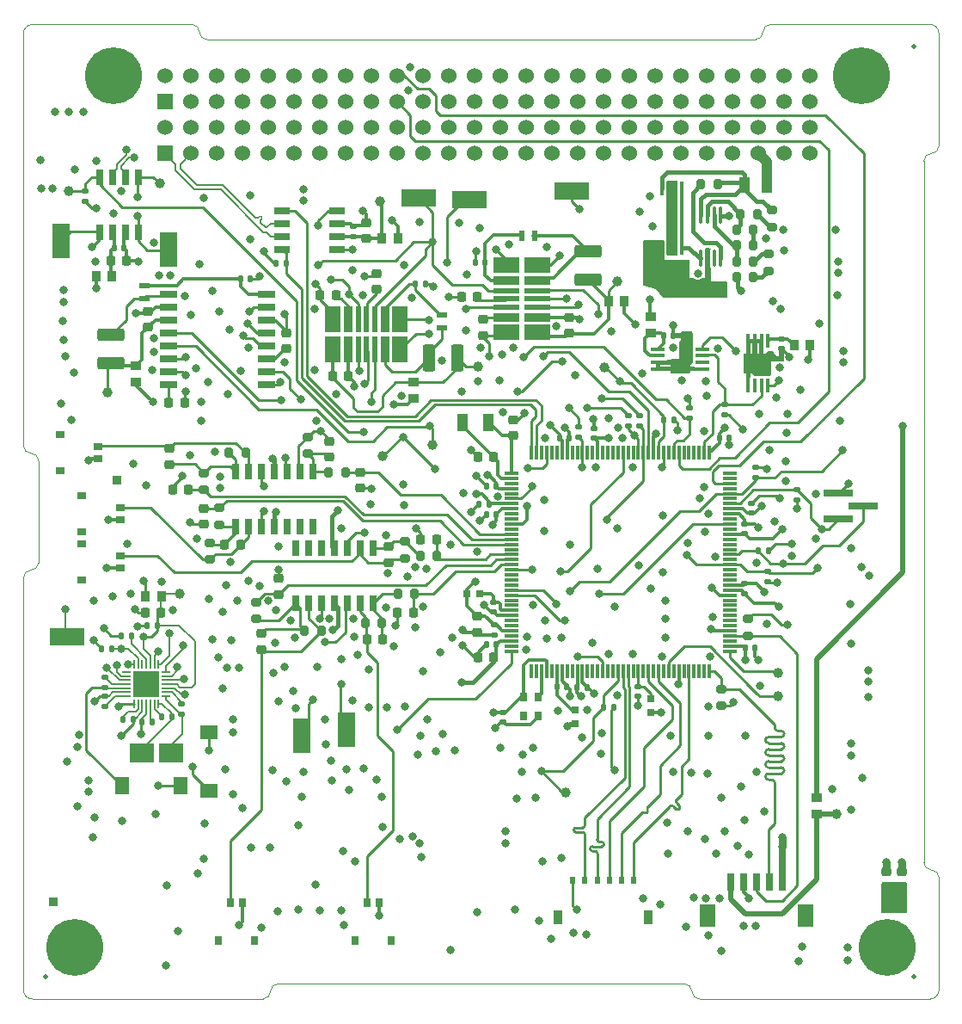
<source format=gbr>
%TF.GenerationSoftware,KiCad,Pcbnew,6.0.7-f9a2dced07~116~ubuntu20.04.1*%
%TF.CreationDate,2022-10-11T04:26:54+03:00*%
%TF.ProjectId,obc-adcs-board,6f62632d-6164-4637-932d-626f6172642e,rev?*%
%TF.SameCoordinates,PX3e2df80PY83e4a60*%
%TF.FileFunction,Copper,L8,Bot*%
%TF.FilePolarity,Positive*%
%FSLAX46Y46*%
G04 Gerber Fmt 4.6, Leading zero omitted, Abs format (unit mm)*
G04 Created by KiCad (PCBNEW 6.0.7-f9a2dced07~116~ubuntu20.04.1) date 2022-10-11 04:26:54*
%MOMM*%
%LPD*%
G01*
G04 APERTURE LIST*
G04 Aperture macros list*
%AMRoundRect*
0 Rectangle with rounded corners*
0 $1 Rounding radius*
0 $2 $3 $4 $5 $6 $7 $8 $9 X,Y pos of 4 corners*
0 Add a 4 corners polygon primitive as box body*
4,1,4,$2,$3,$4,$5,$6,$7,$8,$9,$2,$3,0*
0 Add four circle primitives for the rounded corners*
1,1,$1+$1,$2,$3*
1,1,$1+$1,$4,$5*
1,1,$1+$1,$6,$7*
1,1,$1+$1,$8,$9*
0 Add four rect primitives between the rounded corners*
20,1,$1+$1,$2,$3,$4,$5,0*
20,1,$1+$1,$4,$5,$6,$7,0*
20,1,$1+$1,$6,$7,$8,$9,0*
20,1,$1+$1,$8,$9,$2,$3,0*%
G04 Aperture macros list end*
%TA.AperFunction,Profile*%
%ADD10C,0.100000*%
%TD*%
%TA.AperFunction,ComponentPad*%
%ADD11C,5.600000*%
%TD*%
%TA.AperFunction,ComponentPad*%
%ADD12R,0.850000X0.850000*%
%TD*%
%TA.AperFunction,ComponentPad*%
%ADD13R,1.530000X1.530000*%
%TD*%
%TA.AperFunction,ComponentPad*%
%ADD14C,1.530000*%
%TD*%
%TA.AperFunction,SMDPad,CuDef*%
%ADD15RoundRect,0.135000X0.185000X-0.135000X0.185000X0.135000X-0.185000X0.135000X-0.185000X-0.135000X0*%
%TD*%
%TA.AperFunction,SMDPad,CuDef*%
%ADD16R,1.400000X1.700000*%
%TD*%
%TA.AperFunction,SMDPad,CuDef*%
%ADD17R,0.600000X0.650000*%
%TD*%
%TA.AperFunction,SMDPad,CuDef*%
%ADD18R,0.850000X1.340000*%
%TD*%
%TA.AperFunction,SMDPad,CuDef*%
%ADD19R,0.450000X1.475000*%
%TD*%
%TA.AperFunction,SMDPad,CuDef*%
%ADD20R,1.780000X3.430000*%
%TD*%
%TA.AperFunction,SMDPad,CuDef*%
%ADD21R,1.020000X0.950000*%
%TD*%
%TA.AperFunction,SMDPad,CuDef*%
%ADD22RoundRect,0.200000X-0.275000X0.200000X-0.275000X-0.200000X0.275000X-0.200000X0.275000X0.200000X0*%
%TD*%
%TA.AperFunction,SMDPad,CuDef*%
%ADD23RoundRect,0.200000X0.275000X-0.200000X0.275000X0.200000X-0.275000X0.200000X-0.275000X-0.200000X0*%
%TD*%
%TA.AperFunction,SMDPad,CuDef*%
%ADD24R,1.475000X0.300000*%
%TD*%
%TA.AperFunction,SMDPad,CuDef*%
%ADD25R,0.300000X1.475000*%
%TD*%
%TA.AperFunction,SMDPad,CuDef*%
%ADD26R,0.700000X1.800000*%
%TD*%
%TA.AperFunction,SMDPad,CuDef*%
%ADD27R,1.600000X2.200000*%
%TD*%
%TA.AperFunction,SMDPad,CuDef*%
%ADD28RoundRect,0.135000X-0.185000X0.135000X-0.185000X-0.135000X0.185000X-0.135000X0.185000X0.135000X0*%
%TD*%
%TA.AperFunction,SMDPad,CuDef*%
%ADD29RoundRect,0.200000X-0.200000X-0.275000X0.200000X-0.275000X0.200000X0.275000X-0.200000X0.275000X0*%
%TD*%
%TA.AperFunction,SMDPad,CuDef*%
%ADD30C,1.000000*%
%TD*%
%TA.AperFunction,SMDPad,CuDef*%
%ADD31RoundRect,0.140000X0.140000X0.170000X-0.140000X0.170000X-0.140000X-0.170000X0.140000X-0.170000X0*%
%TD*%
%TA.AperFunction,SMDPad,CuDef*%
%ADD32RoundRect,0.225000X-0.250000X0.225000X-0.250000X-0.225000X0.250000X-0.225000X0.250000X0.225000X0*%
%TD*%
%TA.AperFunction,SMDPad,CuDef*%
%ADD33RoundRect,0.225000X0.225000X0.250000X-0.225000X0.250000X-0.225000X-0.250000X0.225000X-0.250000X0*%
%TD*%
%TA.AperFunction,SMDPad,CuDef*%
%ADD34RoundRect,0.140000X0.170000X-0.140000X0.170000X0.140000X-0.170000X0.140000X-0.170000X-0.140000X0*%
%TD*%
%TA.AperFunction,SMDPad,CuDef*%
%ADD35R,1.700000X1.400000*%
%TD*%
%TA.AperFunction,SMDPad,CuDef*%
%ADD36RoundRect,0.200000X0.200000X0.275000X-0.200000X0.275000X-0.200000X-0.275000X0.200000X-0.275000X0*%
%TD*%
%TA.AperFunction,SMDPad,CuDef*%
%ADD37R,1.000000X0.600000*%
%TD*%
%TA.AperFunction,SMDPad,CuDef*%
%ADD38R,0.700000X0.900000*%
%TD*%
%TA.AperFunction,SMDPad,CuDef*%
%ADD39R,0.750000X0.900000*%
%TD*%
%TA.AperFunction,SMDPad,CuDef*%
%ADD40RoundRect,0.140000X-0.170000X0.140000X-0.170000X-0.140000X0.170000X-0.140000X0.170000X0.140000X0*%
%TD*%
%TA.AperFunction,SMDPad,CuDef*%
%ADD41R,2.870000X0.740000*%
%TD*%
%TA.AperFunction,SMDPad,CuDef*%
%ADD42R,0.650000X1.528000*%
%TD*%
%TA.AperFunction,SMDPad,CuDef*%
%ADD43RoundRect,0.225000X-0.225000X-0.250000X0.225000X-0.250000X0.225000X0.250000X-0.225000X0.250000X0*%
%TD*%
%TA.AperFunction,SMDPad,CuDef*%
%ADD44RoundRect,0.140000X-0.140000X-0.170000X0.140000X-0.170000X0.140000X0.170000X-0.140000X0.170000X0*%
%TD*%
%TA.AperFunction,SMDPad,CuDef*%
%ADD45R,1.400000X0.450000*%
%TD*%
%TA.AperFunction,SMDPad,CuDef*%
%ADD46RoundRect,0.100000X-0.100000X0.712500X-0.100000X-0.712500X0.100000X-0.712500X0.100000X0.712500X0*%
%TD*%
%TA.AperFunction,SMDPad,CuDef*%
%ADD47RoundRect,0.225000X0.250000X-0.225000X0.250000X0.225000X-0.250000X0.225000X-0.250000X-0.225000X0*%
%TD*%
%TA.AperFunction,SMDPad,CuDef*%
%ADD48RoundRect,0.135000X0.135000X0.185000X-0.135000X0.185000X-0.135000X-0.185000X0.135000X-0.185000X0*%
%TD*%
%TA.AperFunction,SMDPad,CuDef*%
%ADD49R,0.600000X1.000000*%
%TD*%
%TA.AperFunction,SMDPad,CuDef*%
%ADD50R,1.010000X0.940000*%
%TD*%
%TA.AperFunction,SMDPad,CuDef*%
%ADD51C,0.500000*%
%TD*%
%TA.AperFunction,SMDPad,CuDef*%
%ADD52R,1.000000X1.800000*%
%TD*%
%TA.AperFunction,SMDPad,CuDef*%
%ADD53R,3.430000X1.780000*%
%TD*%
%TA.AperFunction,SMDPad,CuDef*%
%ADD54RoundRect,0.250000X-0.375000X-1.075000X0.375000X-1.075000X0.375000X1.075000X-0.375000X1.075000X0*%
%TD*%
%TA.AperFunction,SMDPad,CuDef*%
%ADD55R,0.940000X1.010000*%
%TD*%
%TA.AperFunction,SMDPad,CuDef*%
%ADD56R,0.940000X1.020000*%
%TD*%
%TA.AperFunction,SMDPad,CuDef*%
%ADD57R,0.450000X1.400000*%
%TD*%
%TA.AperFunction,SMDPad,CuDef*%
%ADD58R,1.550000X2.550000*%
%TD*%
%TA.AperFunction,SMDPad,CuDef*%
%ADD59R,0.950000X2.550000*%
%TD*%
%TA.AperFunction,SMDPad,CuDef*%
%ADD60R,0.550000X2.550000*%
%TD*%
%TA.AperFunction,SMDPad,CuDef*%
%ADD61RoundRect,0.250000X-1.075000X0.375000X-1.075000X-0.375000X1.075000X-0.375000X1.075000X0.375000X0*%
%TD*%
%TA.AperFunction,SMDPad,CuDef*%
%ADD62RoundRect,0.050000X0.387500X0.050000X-0.387500X0.050000X-0.387500X-0.050000X0.387500X-0.050000X0*%
%TD*%
%TA.AperFunction,SMDPad,CuDef*%
%ADD63RoundRect,0.050000X0.050000X0.387500X-0.050000X0.387500X-0.050000X-0.387500X0.050000X-0.387500X0*%
%TD*%
%TA.AperFunction,SMDPad,CuDef*%
%ADD64R,2.600000X2.600000*%
%TD*%
%TA.AperFunction,SMDPad,CuDef*%
%ADD65R,0.900000X0.700000*%
%TD*%
%TA.AperFunction,SMDPad,CuDef*%
%ADD66R,0.900000X0.750000*%
%TD*%
%TA.AperFunction,SMDPad,CuDef*%
%ADD67R,0.700000X0.650000*%
%TD*%
%TA.AperFunction,SMDPad,CuDef*%
%ADD68RoundRect,0.135000X-0.135000X-0.185000X0.135000X-0.185000X0.135000X0.185000X-0.135000X0.185000X0*%
%TD*%
%TA.AperFunction,SMDPad,CuDef*%
%ADD69R,0.650000X0.700000*%
%TD*%
%TA.AperFunction,SMDPad,CuDef*%
%ADD70R,1.000000X1.500000*%
%TD*%
%TA.AperFunction,SMDPad,CuDef*%
%ADD71R,0.650000X1.525000*%
%TD*%
%TA.AperFunction,SMDPad,CuDef*%
%ADD72R,1.700000X0.700000*%
%TD*%
%TA.AperFunction,SMDPad,CuDef*%
%ADD73R,2.400000X1.950000*%
%TD*%
%TA.AperFunction,SMDPad,CuDef*%
%ADD74R,2.550000X1.550000*%
%TD*%
%TA.AperFunction,SMDPad,CuDef*%
%ADD75R,2.550000X0.950000*%
%TD*%
%TA.AperFunction,SMDPad,CuDef*%
%ADD76R,2.550000X0.550000*%
%TD*%
%TA.AperFunction,SMDPad,CuDef*%
%ADD77R,1.528000X0.650000*%
%TD*%
%TA.AperFunction,SMDPad,CuDef*%
%ADD78R,0.800000X0.900000*%
%TD*%
%TA.AperFunction,ViaPad*%
%ADD79C,0.800000*%
%TD*%
%TA.AperFunction,Conductor*%
%ADD80C,0.250000*%
%TD*%
%TA.AperFunction,Conductor*%
%ADD81C,0.200000*%
%TD*%
%TA.AperFunction,Conductor*%
%ADD82C,0.300000*%
%TD*%
%TA.AperFunction,Conductor*%
%ADD83C,0.350000*%
%TD*%
%TA.AperFunction,Conductor*%
%ADD84C,0.400000*%
%TD*%
%TA.AperFunction,Conductor*%
%ADD85C,0.800000*%
%TD*%
%TA.AperFunction,Conductor*%
%ADD86C,0.700000*%
%TD*%
%TA.AperFunction,Conductor*%
%ADD87C,0.450000*%
%TD*%
%TA.AperFunction,Conductor*%
%ADD88C,1.000000*%
%TD*%
%TA.AperFunction,Conductor*%
%ADD89C,0.500000*%
%TD*%
%TA.AperFunction,Conductor*%
%ADD90C,0.150000*%
%TD*%
G04 APERTURE END LIST*
D10*
X1600000Y43065000D02*
X1600000Y53065000D01*
X66685000Y120000D02*
X89370000Y120000D01*
X850000Y42315000D02*
G75*
G03*
X100000Y41565000I0J-750000D01*
G01*
X65935000Y870000D02*
G75*
G03*
X65185000Y1620000I-750000J0D01*
G01*
X72185000Y94510000D02*
G75*
G03*
X72935000Y95260000I0J750000D01*
G01*
X90270000Y12065000D02*
X90270000Y1020000D01*
X850000Y42315000D02*
G75*
G03*
X1600000Y43065000I0J750000D01*
G01*
X25185000Y1620000D02*
G75*
G03*
X24435000Y870000I0J-750000D01*
G01*
X18185000Y94510000D02*
X72185000Y94510000D01*
X100000Y41565000D02*
X100000Y1010000D01*
X73685000Y96010000D02*
G75*
G03*
X72935000Y95260000I0J-750000D01*
G01*
X1000000Y96010000D02*
G75*
G03*
X100000Y95110000I0J-900000D01*
G01*
X100000Y1010000D02*
G75*
G03*
X1000000Y110000I900000J0D01*
G01*
X88770000Y13565000D02*
X88770000Y82565000D01*
X90270000Y12065000D02*
G75*
G03*
X89520000Y12815000I-750000J0D01*
G01*
X89520000Y83315000D02*
G75*
G03*
X88770000Y82565000I0J-750000D01*
G01*
X88770000Y13565000D02*
G75*
G03*
X89520000Y12815000I750000J0D01*
G01*
X25185000Y1620000D02*
X65185000Y1620000D01*
X73685000Y96010000D02*
X89370000Y96010000D01*
X89520000Y83315000D02*
G75*
G03*
X90270000Y84065000I0J750000D01*
G01*
X89370000Y120000D02*
G75*
G03*
X90270000Y1020000I0J900000D01*
G01*
X1600000Y53065000D02*
G75*
G03*
X850000Y53815000I-750000J0D01*
G01*
X23685000Y120000D02*
G75*
G03*
X24435000Y870000I0J750000D01*
G01*
X90270000Y95110000D02*
G75*
G03*
X89370000Y96010000I-900000J0D01*
G01*
X17435000Y95260000D02*
G75*
G03*
X18185000Y94510000I750000J0D01*
G01*
X100000Y54565000D02*
G75*
G03*
X850000Y53815000I750000J0D01*
G01*
X1000000Y96010000D02*
X16685000Y96010000D01*
X90270000Y95110000D02*
X90270000Y84065000D01*
X100000Y95110000D02*
X100000Y54565000D01*
X17435000Y95260000D02*
G75*
G03*
X16685000Y96010000I-750000J0D01*
G01*
X23685000Y120000D02*
X1000000Y110000D01*
X65935000Y870000D02*
G75*
G03*
X66685000Y120000I750000J0D01*
G01*
D11*
%TO.P,H2,1,1*%
%TO.N,unconnected-(H4-Pad1)*%
X82630000Y90930000D03*
%TD*%
%TO.P,H3,1,1*%
%TO.N,unconnected-(H1-Pad1)*%
X5180000Y5190000D03*
%TD*%
%TO.P,H4,1,1*%
%TO.N,AC_GND_2*%
X85170000Y5210000D03*
%TD*%
%TO.P,H1,1,1*%
%TO.N,AC_GND_1*%
X8990000Y90930000D03*
%TD*%
D12*
%TO.P,J10,1,Pin_1*%
%TO.N,/OBC module/3V3_PROT*%
X3000000Y9700000D03*
%TD*%
D13*
%TO.P,J1,01,01*%
%TO.N,CAN1-*%
X14048000Y83309000D03*
D14*
%TO.P,J1,02,02*%
%TO.N,unconnected-(J1-Pad02)*%
X14048000Y85849000D03*
%TO.P,J1,03,03*%
%TO.N,CAN1+*%
X16588000Y83309000D03*
%TO.P,J1,04,04*%
%TO.N,unconnected-(J1-Pad04)*%
X16588000Y85849000D03*
%TO.P,J1,05,05*%
%TO.N,unconnected-(J1-Pad05)*%
X19128000Y83309000D03*
%TO.P,J1,06,06*%
%TO.N,unconnected-(J1-Pad06)*%
X19128000Y85849000D03*
%TO.P,J1,07,07*%
%TO.N,unconnected-(J1-Pad07)*%
X21668000Y83309000D03*
%TO.P,J1,08,08*%
%TO.N,unconnected-(J1-Pad08)*%
X21668000Y85849000D03*
%TO.P,J1,09,09*%
%TO.N,unconnected-(J1-Pad09)*%
X24208000Y83309000D03*
%TO.P,J1,10,10*%
%TO.N,unconnected-(J1-Pad10)*%
X24208000Y85849000D03*
%TO.P,J1,11,11*%
%TO.N,unconnected-(J1-Pad11)*%
X26748000Y83309000D03*
%TO.P,J1,12,12*%
%TO.N,unconnected-(J1-Pad12)*%
X26748000Y85849000D03*
%TO.P,J1,13,13*%
%TO.N,unconnected-(J1-Pad13)*%
X29288000Y83309000D03*
%TO.P,J1,14,14*%
%TO.N,unconnected-(J1-Pad14)*%
X29288000Y85849000D03*
%TO.P,J1,15,15*%
%TO.N,unconnected-(J1-Pad15)*%
X31828000Y83309000D03*
%TO.P,J1,16,16*%
%TO.N,unconnected-(J1-Pad16)*%
X31828000Y85849000D03*
%TO.P,J1,17,17*%
%TO.N,unconnected-(J1-Pad17)*%
X34368000Y83309000D03*
%TO.P,J1,18,18*%
%TO.N,unconnected-(J1-Pad18)*%
X34368000Y85849000D03*
%TO.P,J1,19,19*%
%TO.N,unconnected-(J1-Pad19)*%
X36908000Y83309000D03*
%TO.P,J1,20,20*%
%TO.N,unconnected-(J1-Pad20)*%
X36908000Y85849000D03*
%TO.P,J1,21,21*%
%TO.N,unconnected-(J1-Pad21)*%
X39448000Y83309000D03*
%TO.P,J1,22,22*%
%TO.N,unconnected-(J1-Pad22)*%
X39448000Y85849000D03*
%TO.P,J1,23,23*%
%TO.N,unconnected-(J1-Pad23)*%
X41988000Y83309000D03*
%TO.P,J1,24,24*%
%TO.N,unconnected-(J1-Pad24)*%
X41988000Y85849000D03*
%TO.P,J1,25,25*%
%TO.N,unconnected-(J1-Pad25)*%
X44528000Y83309000D03*
%TO.P,J1,26,26*%
%TO.N,unconnected-(J1-Pad26)*%
X44528000Y85849000D03*
%TO.P,J1,27,27*%
%TO.N,unconnected-(J1-Pad27)*%
X47068000Y83309000D03*
%TO.P,J1,28,28*%
%TO.N,unconnected-(J1-Pad28)*%
X47068000Y85849000D03*
%TO.P,J1,29,29*%
%TO.N,unconnected-(J1-Pad29)*%
X49608000Y83309000D03*
%TO.P,J1,30,30*%
%TO.N,unconnected-(J1-Pad30)*%
X49608000Y85849000D03*
%TO.P,J1,31,31*%
%TO.N,unconnected-(J1-Pad31)*%
X52148000Y83309000D03*
%TO.P,J1,32,32*%
%TO.N,unconnected-(J1-Pad32)*%
X52148000Y85849000D03*
%TO.P,J1,33,33*%
%TO.N,unconnected-(J1-Pad33)*%
X54688000Y83309000D03*
%TO.P,J1,34,34*%
%TO.N,unconnected-(J1-Pad34)*%
X54688000Y85849000D03*
%TO.P,J1,35,35*%
%TO.N,unconnected-(J1-Pad35)*%
X57228000Y83309000D03*
%TO.P,J1,36,36*%
%TO.N,unconnected-(J1-Pad36)*%
X57228000Y85849000D03*
%TO.P,J1,37,37*%
%TO.N,unconnected-(J1-Pad37)*%
X59768000Y83309000D03*
%TO.P,J1,38,38*%
%TO.N,unconnected-(J1-Pad38)*%
X59768000Y85849000D03*
%TO.P,J1,39,39*%
%TO.N,unconnected-(J1-Pad39)*%
X62308000Y83309000D03*
%TO.P,J1,40,40*%
%TO.N,unconnected-(J1-Pad40)*%
X62308000Y85849000D03*
%TO.P,J1,41,41*%
%TO.N,/I2C_MTQ_SDA*%
X64848000Y83309000D03*
%TO.P,J1,42,42*%
%TO.N,unconnected-(J1-Pad42)*%
X64848000Y85849000D03*
%TO.P,J1,43,43*%
%TO.N,/I2C_MTQ_SCK*%
X67388000Y83309000D03*
%TO.P,J1,44,44*%
%TO.N,unconnected-(J1-Pad44)*%
X67388000Y85849000D03*
%TO.P,J1,45,45*%
%TO.N,GND*%
X69928000Y83309000D03*
%TO.P,J1,46,46*%
X69928000Y85849000D03*
%TO.P,J1,47,47*%
%TO.N,/EPS_3V3_ADCS*%
X72468000Y83309000D03*
%TO.P,J1,48,48*%
%TO.N,/EPS_3V3_SU*%
X72468000Y85849000D03*
%TO.P,J1,49,49*%
%TO.N,/EPS_3V3_OBC*%
X75008000Y83309000D03*
%TO.P,J1,50,50*%
%TO.N,/EPS_3V3_RW*%
X75008000Y85849000D03*
%TO.P,J1,51,51*%
%TO.N,unconnected-(J1-Pad51)*%
X77548000Y83309000D03*
%TO.P,J1,52,52*%
%TO.N,/EPS_5V_SU*%
X77548000Y85849000D03*
%TD*%
D13*
%TO.P,J2,01,01*%
%TO.N,CAN2-*%
X14048000Y88389000D03*
D14*
%TO.P,J2,02,02*%
%TO.N,unconnected-(J5-Pad02)*%
X14048000Y90929000D03*
%TO.P,J2,03,03*%
%TO.N,CAN2+*%
X16588000Y88389000D03*
%TO.P,J2,04,04*%
%TO.N,unconnected-(J5-Pad04)*%
X16588000Y90929000D03*
%TO.P,J2,05,05*%
%TO.N,unconnected-(J5-Pad05)*%
X19128000Y88389000D03*
%TO.P,J2,06,06*%
%TO.N,unconnected-(J5-Pad06)*%
X19128000Y90929000D03*
%TO.P,J2,07,07*%
%TO.N,unconnected-(J5-Pad07)*%
X21668000Y88389000D03*
%TO.P,J2,08,08*%
%TO.N,unconnected-(J5-Pad08)*%
X21668000Y90929000D03*
%TO.P,J2,09,09*%
%TO.N,unconnected-(J5-Pad09)*%
X24208000Y88389000D03*
%TO.P,J2,10,10*%
%TO.N,unconnected-(J5-Pad10)*%
X24208000Y90929000D03*
%TO.P,J2,11,11*%
%TO.N,unconnected-(J5-Pad11)*%
X26748000Y88389000D03*
%TO.P,J2,12,12*%
%TO.N,unconnected-(J5-Pad12)*%
X26748000Y90929000D03*
%TO.P,J2,13,13*%
%TO.N,unconnected-(J5-Pad13)*%
X29288000Y88389000D03*
%TO.P,J2,14,14*%
%TO.N,unconnected-(J5-Pad14)*%
X29288000Y90929000D03*
%TO.P,J2,15,15*%
%TO.N,unconnected-(J5-Pad15)*%
X31828000Y88389000D03*
%TO.P,J2,16,16*%
%TO.N,unconnected-(J5-Pad16)*%
X31828000Y90929000D03*
%TO.P,J2,17,17*%
%TO.N,/OBC_UART_TX*%
X34368000Y88389000D03*
%TO.P,J2,18,18*%
%TO.N,/OBC_UART_RX*%
X34368000Y90929000D03*
%TO.P,J2,19,19*%
%TO.N,/ADCS_UART_TX*%
X36908000Y88389000D03*
%TO.P,J2,20,20*%
%TO.N,/ADCS_UART_RX*%
X36908000Y90929000D03*
%TO.P,J2,21,21*%
%TO.N,unconnected-(J5-Pad21)*%
X39448000Y88389000D03*
%TO.P,J2,22,22*%
%TO.N,unconnected-(J5-Pad22)*%
X39448000Y90929000D03*
%TO.P,J2,23,23*%
%TO.N,unconnected-(J5-Pad23)*%
X41988000Y88389000D03*
%TO.P,J2,24,24*%
%TO.N,unconnected-(J5-Pad24)*%
X41988000Y90929000D03*
%TO.P,J2,25,25*%
%TO.N,unconnected-(J5-Pad25)*%
X44528000Y88389000D03*
%TO.P,J2,26,26*%
%TO.N,unconnected-(J5-Pad26)*%
X44528000Y90929000D03*
%TO.P,J2,27,27*%
%TO.N,unconnected-(J5-Pad27)*%
X47068000Y88389000D03*
%TO.P,J2,28,28*%
%TO.N,unconnected-(J5-Pad28)*%
X47068000Y90929000D03*
%TO.P,J2,29,29*%
%TO.N,GND*%
X49608000Y88389000D03*
%TO.P,J2,30,30*%
X49608000Y90929000D03*
%TO.P,J2,31,31*%
X52148000Y88389000D03*
%TO.P,J2,32,32*%
X52148000Y90929000D03*
%TO.P,J2,33,33*%
%TO.N,unconnected-(J5-Pad33)*%
X54688000Y88389000D03*
%TO.P,J2,34,34*%
%TO.N,unconnected-(J5-Pad34)*%
X54688000Y90929000D03*
%TO.P,J2,35,35*%
%TO.N,unconnected-(J5-Pad35)*%
X57228000Y88389000D03*
%TO.P,J2,36,36*%
%TO.N,unconnected-(J5-Pad36)*%
X57228000Y90929000D03*
%TO.P,J2,37,37*%
%TO.N,unconnected-(J5-Pad37)*%
X59768000Y88389000D03*
%TO.P,J2,38,38*%
%TO.N,unconnected-(J5-Pad38)*%
X59768000Y90929000D03*
%TO.P,J2,39,39*%
%TO.N,unconnected-(J5-Pad39)*%
X62308000Y88389000D03*
%TO.P,J2,40,40*%
%TO.N,unconnected-(J5-Pad40)*%
X62308000Y90929000D03*
%TO.P,J2,41,41*%
%TO.N,unconnected-(J5-Pad41)*%
X64848000Y88389000D03*
%TO.P,J2,42,42*%
%TO.N,unconnected-(J5-Pad42)*%
X64848000Y90929000D03*
%TO.P,J2,43,43*%
%TO.N,unconnected-(J5-Pad43)*%
X67388000Y88389000D03*
%TO.P,J2,44,44*%
%TO.N,unconnected-(J5-Pad44)*%
X67388000Y90929000D03*
%TO.P,J2,45,45*%
%TO.N,unconnected-(J5-Pad45)*%
X69928000Y88389000D03*
%TO.P,J2,46,46*%
%TO.N,unconnected-(J5-Pad46)*%
X69928000Y90929000D03*
%TO.P,J2,47,47*%
%TO.N,/EPS_5V_PANELS*%
X72468000Y88389000D03*
%TO.P,J2,48,48*%
%TO.N,/EPS_5V_ADM*%
X72468000Y90929000D03*
%TO.P,J2,49,49*%
%TO.N,/EPS_12V_SU*%
X75008000Y88389000D03*
%TO.P,J2,50,50*%
%TO.N,unconnected-(J5-Pad50)*%
X75008000Y90929000D03*
%TO.P,J2,51,51*%
%TO.N,/EPS_5V_ADM*%
X77548000Y88389000D03*
%TO.P,J2,52,52*%
%TO.N,unconnected-(J5-Pad52)*%
X77548000Y90929000D03*
%TD*%
D15*
%TO.P,R125,1*%
%TO.N,/ADCS module/Magnetometer/XINN*%
X8100000Y30790000D03*
%TO.P,R125,2*%
%TO.N,/ADCS module/Magnetometer/XDRVN*%
X8100000Y31810000D03*
%TD*%
D16*
%TO.P,U20,1,XINP*%
%TO.N,/ADCS module/Magnetometer/XINP*%
X15600000Y21100000D03*
%TO.P,U20,2,XINN*%
%TO.N,/ADCS module/Magnetometer/XINN*%
X9800000Y21100000D03*
%TD*%
D17*
%TO.P,J24,1,1*%
%TO.N,/ADCS module/ADCS_TRACECLK*%
X60200000Y11838000D03*
%TO.P,J24,2,2*%
%TO.N,/ADCS module/ADCS_TRACED_3*%
X59000000Y11838000D03*
%TO.P,J24,3,3*%
%TO.N,/ADCS module/ADCS_TRACED_2*%
X57800000Y11838000D03*
%TO.P,J24,4,4*%
%TO.N,/ADCS module/ADCS_TRACED_1*%
X56600000Y11838000D03*
%TO.P,J24,5,5*%
%TO.N,/ADCS module/ADCS_TRACED_0*%
X55400000Y11838000D03*
%TO.P,J24,6,6*%
%TO.N,GND*%
X54200000Y11838000D03*
D18*
%TO.P,J24,MP1,MP1*%
%TO.N,unconnected-(J49-PadMP1)*%
X52775000Y8133000D03*
%TO.P,J24,MP2,MP2*%
%TO.N,unconnected-(J49-PadMP2)*%
X61625000Y8133000D03*
%TD*%
D19*
%TO.P,Q10,1,D1*%
%TO.N,/ADCS module/Over-voltage Protection/3V3_OC_PROT*%
X63025000Y79888000D03*
%TO.P,Q10,2,S1_1*%
%TO.N,/ADCS module/Over-voltage Protection/MOSFET_S*%
X63675000Y79888000D03*
%TO.P,Q10,3,S1_2*%
X64325000Y79888000D03*
%TO.P,Q10,4,G1*%
%TO.N,Net-(Q2-Pad4)*%
X64975000Y79888000D03*
%TO.P,Q10,5,G2*%
X64975000Y74012000D03*
%TO.P,Q10,6,S2_1*%
%TO.N,/ADCS module/Over-voltage Protection/MOSFET_S*%
X64325000Y74012000D03*
%TO.P,Q10,7,S2_2*%
X63675000Y74012000D03*
%TO.P,Q10,8,D2*%
%TO.N,/ADCS_VDD*%
X63025000Y74012000D03*
%TD*%
D20*
%TO.P,TP42,1*%
%TO.N,/ADCS module/CAN_RX_2*%
X3800000Y74700000D03*
%TD*%
D21*
%TO.P,F15,1*%
%TO.N,/EPS_3V3_RW*%
X78200000Y19885000D03*
%TO.P,F15,2*%
%TO.N,/ADCS module/RW_FUSE*%
X78200000Y18315000D03*
%TD*%
D22*
%TO.P,R104,1*%
%TO.N,ADM_PD*%
X28100000Y55425000D03*
%TO.P,R104,2*%
%TO.N,/ADCS module/Connectors/OP-AMP_OUT_6*%
X28100000Y53775000D03*
%TD*%
D23*
%TO.P,R119,1*%
%TO.N,/ADCS module/Connectors/PD_CATHODE_4*%
X18460000Y43355000D03*
%TO.P,R119,2*%
%TO.N,/ADCS module/Connectors/OP-AMP_OUT_4*%
X18460000Y45005000D03*
%TD*%
D24*
%TO.P,U16,1,PD0*%
%TO.N,/ADCS module/MAG_DRDY*%
X48162000Y34350000D03*
%TO.P,U16,2,PD31*%
%TO.N,unconnected-(U14-Pad2)*%
X48162000Y34850000D03*
%TO.P,U16,3,VDDOUT*%
%TO.N,/ADCS module/Microcontroller/MCU_VDDCORE*%
X48162000Y35350000D03*
%TO.P,U16,4,PE0*%
%TO.N,unconnected-(U14-Pad4)*%
X48162000Y35850000D03*
%TO.P,U16,5,VDDIN*%
%TO.N,/ADCS_VDD*%
X48162000Y36350000D03*
%TO.P,U16,6,PE1*%
%TO.N,unconnected-(U14-Pad6)*%
X48162000Y36850000D03*
%TO.P,U16,7,PE2*%
%TO.N,unconnected-(U14-Pad7)*%
X48162000Y37350000D03*
%TO.P,U16,8,VREFN*%
%TO.N,GND*%
X48162000Y37850000D03*
%TO.P,U16,9,VREFP*%
%TO.N,/ADCS module/Microcontroller/MCU_AD_REF_POS*%
X48162000Y38350000D03*
%TO.P,U16,10,PE3*%
%TO.N,unconnected-(U14-Pad10)*%
X48162000Y38850000D03*
%TO.P,U16,11,PC0*%
%TO.N,unconnected-(U14-Pad11)*%
X48162000Y39350000D03*
%TO.P,U16,12,PC27*%
%TO.N,/ADCS module/MAG_MOSI*%
X48162000Y39850000D03*
%TO.P,U16,13,PC26*%
%TO.N,/ADCS module/MAG_MISO*%
X48162000Y40350000D03*
%TO.P,U16,14,PC31*%
%TO.N,unconnected-(U14-Pad14)*%
X48162000Y40850000D03*
%TO.P,U16,15,PC30*%
%TO.N,unconnected-(U14-Pad15)*%
X48162000Y41350000D03*
%TO.P,U16,16,PC29*%
%TO.N,/ADCS module/Microcontroller/USR_ADC_2*%
X48162000Y41850000D03*
%TO.P,U16,17,PC12*%
%TO.N,/ADCS module/CAN_RX_2*%
X48162000Y42350000D03*
%TO.P,U16,18,PC15*%
%TO.N,/ADCS module/PD_OUT_3*%
X48162000Y42850000D03*
%TO.P,U16,19,PC13*%
%TO.N,/ADCS module/PD_OUT_1*%
X48162000Y43350000D03*
%TO.P,U16,20,PB1*%
%TO.N,/ADCS module/PD_OUT_2*%
X48162000Y43850000D03*
%TO.P,U16,21,PB0*%
%TO.N,unconnected-(U14-Pad21)*%
X48162000Y44350000D03*
%TO.P,U16,22,PA20*%
%TO.N,/ADCS module/PD_OUT_4*%
X48162000Y44850000D03*
%TO.P,U16,23,PA19*%
%TO.N,/ADCS module/PD_OUT_5*%
X48162000Y45350000D03*
%TO.P,U16,24,PA18*%
%TO.N,/ADCS module/PD_OUT_6*%
X48162000Y45850000D03*
%TO.P,U16,25,PA17*%
%TO.N,unconnected-(U14-Pad25)*%
X48162000Y46350000D03*
%TO.P,U16,26,PB2*%
%TO.N,/ADCS module/CAN_TX_1*%
X48162000Y46850000D03*
%TO.P,U16,27,PE4*%
%TO.N,/ADCS module/Microcontroller/USR_ADC_1*%
X48162000Y47350000D03*
%TO.P,U16,28,PE5*%
%TO.N,unconnected-(U14-Pad28)*%
X48162000Y47850000D03*
%TO.P,U16,29,VDDCORE_1*%
%TO.N,/ADCS module/Microcontroller/MCU_VDDCORE*%
X48162000Y48350000D03*
%TO.P,U16,30,VDDIO_1*%
%TO.N,/ADCS_VDD*%
X48162000Y48850000D03*
%TO.P,U16,31,PB3*%
%TO.N,/ADCS module/CAN_RX_1*%
X48162000Y49350000D03*
%TO.P,U16,32,PA21*%
%TO.N,unconnected-(U14-Pad32)*%
X48162000Y49850000D03*
%TO.P,U16,33,VDDCORE_2*%
%TO.N,/ADCS module/Microcontroller/MCU_VDDCORE*%
X48162000Y50350000D03*
%TO.P,U16,34,PD30*%
%TO.N,unconnected-(U14-Pad34)*%
X48162000Y50850000D03*
%TO.P,U16,35,PA7*%
%TO.N,/ADCS module/MCU_RTC_IN*%
X48162000Y51350000D03*
%TO.P,U16,36,PA8*%
%TO.N,/ADCS module/MCU_RTC_OUT*%
X48162000Y51850000D03*
D25*
%TO.P,U16,37,PA22*%
%TO.N,/ADCS module/CAN_FAULT_1*%
X50150000Y53838000D03*
%TO.P,U16,38,PC1*%
%TO.N,/ADCS module/CAN_SILENT_1*%
X50650000Y53838000D03*
%TO.P,U16,39,PC2*%
%TO.N,unconnected-(U14-Pad39)*%
X51150000Y53838000D03*
%TO.P,U16,40,PC3*%
%TO.N,/ADCS module/CAN_FAULT_2*%
X51650000Y53838000D03*
%TO.P,U16,41,PC4*%
%TO.N,unconnected-(U14-Pad41)*%
X52150000Y53838000D03*
%TO.P,U16,42,PA13*%
%TO.N,unconnected-(U14-Pad42)*%
X52650000Y53838000D03*
%TO.P,U16,43,VDDIO_2*%
%TO.N,/ADCS_VDD*%
X53150000Y53838000D03*
%TO.P,U16,44,GND_1*%
%TO.N,GND*%
X53650000Y53838000D03*
%TO.P,U16,45,PA16*%
%TO.N,unconnected-(U14-Pad45)*%
X54150000Y53838000D03*
%TO.P,U16,46,PA23*%
%TO.N,unconnected-(U14-Pad46)*%
X54650000Y53838000D03*
%TO.P,U16,47,PD27*%
%TO.N,/ADCS module/I2C_SDA_SENS*%
X55150000Y53838000D03*
%TO.P,U16,48,PC7*%
%TO.N,unconnected-(U14-Pad48)*%
X55650000Y53838000D03*
%TO.P,U16,49,PA15*%
%TO.N,unconnected-(U14-Pad49)*%
X56150000Y53838000D03*
%TO.P,U16,50,VDDCORE_3*%
%TO.N,/ADCS module/Microcontroller/MCU_VDDCORE*%
X56650000Y53838000D03*
%TO.P,U16,51,PA14*%
%TO.N,unconnected-(U14-Pad51)*%
X57150000Y53838000D03*
%TO.P,U16,52,PD25*%
%TO.N,unconnected-(U14-Pad52)*%
X57650000Y53838000D03*
%TO.P,U16,53,PD26*%
%TO.N,unconnected-(U14-Pad53)*%
X58150000Y53838000D03*
%TO.P,U16,54,PC6*%
%TO.N,unconnected-(U14-Pad54)*%
X58650000Y53838000D03*
%TO.P,U16,55,PD24*%
%TO.N,/ADCS module/CAN_SILENT_2*%
X59150000Y53838000D03*
%TO.P,U16,56,PA24*%
%TO.N,unconnected-(U14-Pad56)*%
X59650000Y53838000D03*
%TO.P,U16,57,PD23*%
%TO.N,unconnected-(U14-Pad57)*%
X60150000Y53838000D03*
%TO.P,U16,58,PC5*%
%TO.N,/ADCS module/GYR_CS1*%
X60650000Y53838000D03*
%TO.P,U16,59,PA25*%
%TO.N,/ADCS module/GYR_CS3*%
X61150000Y53838000D03*
%TO.P,U16,60,PD22*%
%TO.N,/ADCS module/GYR_SPCK*%
X61650000Y53838000D03*
%TO.P,U16,61,GND_2*%
%TO.N,GND*%
X62150000Y53838000D03*
%TO.P,U16,62,PA26*%
%TO.N,/ADCS module/GYR_CS2*%
X62650000Y53838000D03*
%TO.P,U16,63,PD21*%
%TO.N,/ADCS module/GYR_MOSI*%
X63150000Y53838000D03*
%TO.P,U16,64,PA11*%
%TO.N,unconnected-(U14-Pad64)*%
X63650000Y53838000D03*
%TO.P,U16,65,PD20*%
%TO.N,/ADCS module/GYR_MISO*%
X64150000Y53838000D03*
%TO.P,U16,66,PA10*%
%TO.N,/ADCS_UART_TX*%
X64650000Y53838000D03*
%TO.P,U16,67,PD19*%
%TO.N,unconnected-(U14-Pad67)*%
X65150000Y53838000D03*
%TO.P,U16,68,PA12*%
%TO.N,unconnected-(U14-Pad68)*%
X65650000Y53838000D03*
%TO.P,U16,69,PD18*%
%TO.N,unconnected-(U14-Pad69)*%
X66150000Y53838000D03*
%TO.P,U16,70,PA27*%
%TO.N,unconnected-(U14-Pad70)*%
X66650000Y53838000D03*
%TO.P,U16,71,PD28*%
%TO.N,/ADCS module/I2C_SCK_SENS*%
X67150000Y53838000D03*
%TO.P,U16,72,VDDIO_3*%
%TO.N,/ADCS_VDD*%
X67650000Y53838000D03*
D24*
%TO.P,U16,73,PA5*%
%TO.N,unconnected-(U14-Pad73)*%
X69638000Y51850000D03*
%TO.P,U16,74,PD17*%
%TO.N,unconnected-(U14-Pad74)*%
X69638000Y51350000D03*
%TO.P,U16,75,PA9*%
%TO.N,/ADCS_UART_RX*%
X69638000Y50850000D03*
%TO.P,U16,76,PC28*%
%TO.N,unconnected-(U14-Pad76)*%
X69638000Y50350000D03*
%TO.P,U16,77,PA4*%
%TO.N,/I2C_MTQ_SCK*%
X69638000Y49850000D03*
%TO.P,U16,78,PD16*%
%TO.N,unconnected-(U14-Pad78)*%
X69638000Y49350000D03*
%TO.P,U16,79,PB6*%
%TO.N,/ADCS_SWDIO*%
X69638000Y48850000D03*
%TO.P,U16,80,VDDIO_4*%
%TO.N,/ADCS_VDD*%
X69638000Y48350000D03*
%TO.P,U16,81,VDDCORE_4*%
%TO.N,/ADCS module/Microcontroller/MCU_VDDCORE*%
X69638000Y47850000D03*
%TO.P,U16,82,PC8*%
%TO.N,unconnected-(U14-Pad82)*%
X69638000Y47350000D03*
%TO.P,U16,83,NRST*%
%TO.N,/ADCS_RESET*%
X69638000Y46850000D03*
%TO.P,U16,84,PD14*%
%TO.N,unconnected-(U14-Pad84)*%
X69638000Y46350000D03*
%TO.P,U16,85,TST*%
%TO.N,GND*%
X69638000Y45850000D03*
%TO.P,U16,86,PC9*%
%TO.N,unconnected-(U14-Pad86)*%
X69638000Y45350000D03*
%TO.P,U16,87,PB12*%
%TO.N,unconnected-(U14-Pad87)*%
X69638000Y44850000D03*
%TO.P,U16,88,PD13*%
%TO.N,unconnected-(U14-Pad88)*%
X69638000Y44350000D03*
%TO.P,U16,89,PB7*%
%TO.N,/ADCS_SWCLK*%
X69638000Y43850000D03*
%TO.P,U16,90,PC10*%
%TO.N,unconnected-(U14-Pad90)*%
X69638000Y43350000D03*
%TO.P,U16,91,PA3*%
%TO.N,/I2C_MTQ_SDA*%
X69638000Y42850000D03*
%TO.P,U16,92,PD12*%
%TO.N,unconnected-(U14-Pad92)*%
X69638000Y42350000D03*
%TO.P,U16,93,PA2*%
%TO.N,unconnected-(U14-Pad93)*%
X69638000Y41850000D03*
%TO.P,U16,94,PC11*%
%TO.N,unconnected-(U14-Pad94)*%
X69638000Y41350000D03*
%TO.P,U16,95,GND_3*%
%TO.N,GND*%
X69638000Y40850000D03*
%TO.P,U16,96,VDDIO_5*%
%TO.N,/ADCS_VDD*%
X69638000Y40350000D03*
%TO.P,U16,97,PC14*%
%TO.N,/ADCS module/CAN_TX_2*%
X69638000Y39850000D03*
%TO.P,U16,98,PD11*%
%TO.N,unconnected-(U14-Pad98)*%
X69638000Y39350000D03*
%TO.P,U16,99,PA1*%
%TO.N,unconnected-(U14-Pad99)*%
X69638000Y38850000D03*
%TO.P,U16,100,PC16*%
%TO.N,unconnected-(U14-Pad100)*%
X69638000Y38350000D03*
%TO.P,U16,101,PD10*%
%TO.N,unconnected-(U14-Pad101)*%
X69638000Y37850000D03*
%TO.P,U16,102,PA0*%
%TO.N,unconnected-(U14-Pad102)*%
X69638000Y37350000D03*
%TO.P,U16,103,PC17*%
%TO.N,unconnected-(U14-Pad103)*%
X69638000Y36850000D03*
%TO.P,U16,104,JTAGSEL*%
%TO.N,GND*%
X69638000Y36350000D03*
%TO.P,U16,105,PB4*%
%TO.N,/ADCS module/RW_SDA*%
X69638000Y35850000D03*
%TO.P,U16,106,PD15*%
%TO.N,unconnected-(U14-Pad106)*%
X69638000Y35350000D03*
%TO.P,U16,107,VDDCORE_5*%
%TO.N,/ADCS module/Microcontroller/MCU_VDDCORE*%
X69638000Y34850000D03*
%TO.P,U16,108,PD29*%
%TO.N,/ADCS module/USR_GPIO*%
X69638000Y34350000D03*
D25*
%TO.P,U16,109,PB5*%
%TO.N,/ADCS module/RW_SCK*%
X67650000Y32362000D03*
%TO.P,U16,110,PD9*%
%TO.N,unconnected-(U14-Pad110)*%
X67150000Y32362000D03*
%TO.P,U16,111,PC18*%
%TO.N,unconnected-(U14-Pad111)*%
X66650000Y32362000D03*
%TO.P,U16,112,PA28*%
%TO.N,unconnected-(U14-Pad112)*%
X66150000Y32362000D03*
%TO.P,U16,113,PD8*%
%TO.N,/ADCS module/ADCS_TRACECLK*%
X65650000Y32362000D03*
%TO.P,U16,114,PA6*%
%TO.N,unconnected-(U14-Pad114)*%
X65150000Y32362000D03*
%TO.P,U16,115,GND_4*%
%TO.N,GND*%
X64650000Y32362000D03*
%TO.P,U16,116,PA30*%
%TO.N,unconnected-(U14-Pad116)*%
X64150000Y32362000D03*
%TO.P,U16,117,PC19*%
%TO.N,/ADCS module/USR_GPIO_PWM*%
X63650000Y32362000D03*
%TO.P,U16,118,PA31*%
%TO.N,unconnected-(U14-Pad118)*%
X63150000Y32362000D03*
%TO.P,U16,119,PD7*%
%TO.N,/ADCS module/ADCS_TRACED_3*%
X62650000Y32362000D03*
%TO.P,U16,120,PC20*%
%TO.N,unconnected-(U14-Pad120)*%
X62150000Y32362000D03*
%TO.P,U16,121,PD6*%
%TO.N,/ADCS module/ADCS_TRACED_2*%
X61650000Y32362000D03*
%TO.P,U16,122,PC21*%
%TO.N,unconnected-(U14-Pad122)*%
X61150000Y32362000D03*
%TO.P,U16,123,VDDPLL*%
%TO.N,/ADCS module/Microcontroller/MCU_VDDPLL*%
X60650000Y32362000D03*
%TO.P,U16,124,PC22*%
%TO.N,unconnected-(U14-Pad124)*%
X60150000Y32362000D03*
%TO.P,U16,125,PD5*%
%TO.N,/ADCS module/ADCS_TRACED_1*%
X59650000Y32362000D03*
%TO.P,U16,126,PD4*%
%TO.N,/ADCS module/ADCS_TRACED_0*%
X59150000Y32362000D03*
%TO.P,U16,127,PC23*%
%TO.N,/ADCS module/MAG_CS*%
X58650000Y32362000D03*
%TO.P,U16,128,PD3*%
%TO.N,unconnected-(U14-Pad128)*%
X58150000Y32362000D03*
%TO.P,U16,129,PA29*%
%TO.N,unconnected-(U14-Pad129)*%
X57650000Y32362000D03*
%TO.P,U16,130,PC24*%
%TO.N,/ADCS module/MAG_SPCK*%
X57150000Y32362000D03*
%TO.P,U16,131,PD2*%
%TO.N,unconnected-(U14-Pad131)*%
X56650000Y32362000D03*
%TO.P,U16,132,PD1*%
%TO.N,unconnected-(U14-Pad132)*%
X56150000Y32362000D03*
%TO.P,U16,133,PC25*%
%TO.N,unconnected-(U14-Pad133)*%
X55650000Y32362000D03*
%TO.P,U16,134,VDDUTMII*%
%TO.N,/ADCS_VDD*%
X55150000Y32362000D03*
%TO.P,U16,135,GND_5*%
%TO.N,GND*%
X54650000Y32362000D03*
%TO.P,U16,136,HSDM*%
%TO.N,unconnected-(U14-Pad136)*%
X54150000Y32362000D03*
%TO.P,U16,137,HSDP*%
%TO.N,unconnected-(U14-Pad137)*%
X53650000Y32362000D03*
%TO.P,U16,138,GND_6*%
%TO.N,GND*%
X53150000Y32362000D03*
%TO.P,U16,139,VDDUTMIC*%
%TO.N,/ADCS module/Microcontroller/MCU_VDDUTMIC*%
X52650000Y32362000D03*
%TO.P,U16,140,VBG*%
%TO.N,unconnected-(U14-Pad140)*%
X52150000Y32362000D03*
%TO.P,U16,141,PB8*%
%TO.N,GND*%
X51650000Y32362000D03*
%TO.P,U16,142,PB9*%
%TO.N,/ADCS module/Microcontroller/MCU_CLK_IN*%
X51150000Y32362000D03*
%TO.P,U16,143,VDDPLLUSB*%
%TO.N,unconnected-(U14-Pad143)*%
X50650000Y32362000D03*
%TO.P,U16,144,PB13*%
%TO.N,unconnected-(U14-Pad144)*%
X50150000Y32362000D03*
%TD*%
D26*
%TO.P,J23,1,1*%
%TO.N,/ADCS module/RW_FUSE*%
X69800000Y11600000D03*
%TO.P,J23,2,2*%
%TO.N,/ADCS_VDD*%
X71050000Y11600000D03*
%TO.P,J23,3,3*%
%TO.N,/ADCS module/RW_SDA*%
X72300000Y11600000D03*
%TO.P,J23,4,4*%
%TO.N,/ADCS module/RW_SCK*%
X73550000Y11600000D03*
%TO.P,J23,5,5*%
%TO.N,GND*%
X74800000Y11600000D03*
D27*
%TO.P,J23,MP1,MP1*%
%TO.N,unconnected-(J50-PadMP1)*%
X67450000Y8300000D03*
%TO.P,J23,MP2,MP2*%
%TO.N,unconnected-(J50-PadMP2)*%
X77150000Y8300000D03*
%TD*%
D28*
%TO.P,R102,1*%
%TO.N,/ADCS_VDD*%
X60800000Y57510000D03*
%TO.P,R102,2*%
%TO.N,/ADCS module/GYR_CS3*%
X60800000Y56490000D03*
%TD*%
D29*
%TO.P,R115,1*%
%TO.N,/ADCS module/Connectors/OP-AMP_OUT_2*%
X39175000Y43700000D03*
%TO.P,R115,2*%
%TO.N,/ADCS module/PD_OUT_2*%
X40825000Y43700000D03*
%TD*%
D30*
%TO.P,TP38,1,1*%
%TO.N,/ADCS module/GYR_CS2*%
X57300000Y62300000D03*
%TD*%
D31*
%TO.P,C99,1*%
%TO.N,/ADCS module/MAG_FUSE*%
X13255000Y36900000D03*
%TO.P,C99,2*%
%TO.N,GND*%
X12295000Y36900000D03*
%TD*%
D15*
%TO.P,R129,1*%
%TO.N,/ADCS module/Magnetometer/ZINP*%
X15650000Y28140000D03*
%TO.P,R129,2*%
%TO.N,/ADCS module/Magnetometer/ZDRVP*%
X15650000Y29160000D03*
%TD*%
D29*
%TO.P,R89,1*%
%TO.N,/ADCS module/Over-voltage Protection/PROT_UV_LIM*%
X70325000Y75800000D03*
%TO.P,R89,2*%
%TO.N,Net-(R32-Pad2)*%
X71975000Y75800000D03*
%TD*%
D32*
%TO.P,C62,1*%
%TO.N,ADM_PD*%
X30200000Y54975000D03*
%TO.P,C62,2*%
%TO.N,/ADCS module/Connectors/OP-AMP_OUT_6*%
X30200000Y53425000D03*
%TD*%
D33*
%TO.P,C74,1*%
%TO.N,GND*%
X15975000Y58800000D03*
%TO.P,C74,2*%
%TO.N,Net-(C11-Pad2)*%
X14425000Y58800000D03*
%TD*%
D34*
%TO.P,C55,1*%
%TO.N,/ADCS module/Microcontroller/MCU_VDDCORE*%
X56300000Y55320000D03*
%TO.P,C55,2*%
%TO.N,GND*%
X56300000Y56280000D03*
%TD*%
D35*
%TO.P,U19,1,YINP*%
%TO.N,/ADCS module/Magnetometer/YINP*%
X18400000Y26400000D03*
%TO.P,U19,2,YINN*%
%TO.N,/ADCS module/Magnetometer/YINN*%
X18400000Y20600000D03*
%TD*%
D15*
%TO.P,R92,1*%
%TO.N,/ADCS_VDD*%
X76250000Y49240000D03*
%TO.P,R92,2*%
%TO.N,/ADCS_SWDIO*%
X76250000Y50260000D03*
%TD*%
D36*
%TO.P,R107,1*%
%TO.N,/ADCS module/Connectors/PD_CATHODE_5*%
X21975000Y53850000D03*
%TO.P,R107,2*%
%TO.N,/ADCS module/Connectors/OP-AMP_OUT_5*%
X20325000Y53850000D03*
%TD*%
D33*
%TO.P,C60,1*%
%TO.N,/ADCS module/MCU_RTC_IN*%
X46425000Y53438000D03*
%TO.P,C60,2*%
%TO.N,GND*%
X44875000Y53438000D03*
%TD*%
D30*
%TO.P,TP52,1,1*%
%TO.N,/ADCS module/MAG_CS*%
X53500000Y20450000D03*
%TD*%
D36*
%TO.P,R87,1*%
%TO.N,Net-(R28-Pad2)*%
X72375000Y77350000D03*
%TO.P,R87,2*%
%TO.N,/ADCS module/Over-voltage Protection/PROT_UV_LIM*%
X70725000Y77350000D03*
%TD*%
D37*
%TO.P,D2,A*%
%TO.N,Net-(D1-PadA)*%
X41300000Y66175000D03*
%TO.P,D2,C*%
%TO.N,Net-(C4-Pad1)*%
X41300000Y67425000D03*
%TD*%
D32*
%TO.P,C70,1*%
%TO.N,/ADCS module/Connectors/PD_CATHODE_5*%
X14450000Y54275000D03*
%TO.P,C70,2*%
%TO.N,/ADCS module/Connectors/OP-AMP_OUT_5*%
X14450000Y52725000D03*
%TD*%
D15*
%TO.P,R91,1*%
%TO.N,/ADCS_VDD*%
X6200000Y78590000D03*
%TO.P,R91,2*%
%TO.N,/ADCS module/CAN_FAULT_2*%
X6200000Y79610000D03*
%TD*%
D38*
%TO.P,J26,1,1*%
%TO.N,GND*%
X21650000Y9610000D03*
%TO.P,J26,2,2*%
%TO.N,/ADCS module/Connectors/PD_CATHODE_1*%
X20450000Y9610000D03*
D39*
%TO.P,J26,3*%
%TO.N,N/C*%
X22825000Y5860000D03*
%TO.P,J26,4*%
X19275000Y5860000D03*
%TD*%
D40*
%TO.P,C50,1*%
%TO.N,/ADCS module/TEMP_FUSE_1*%
X74750000Y65080000D03*
%TO.P,C50,2*%
%TO.N,GND*%
X74750000Y64120000D03*
%TD*%
D36*
%TO.P,R103,1*%
%TO.N,Net-(R29-Pad2)*%
X71975000Y72700000D03*
%TO.P,R103,2*%
%TO.N,/ADCS module/Over-voltage Protection/PROT_OV_LIM*%
X70325000Y72700000D03*
%TD*%
D33*
%TO.P,C91,1*%
%TO.N,/ADCS module/Microcontroller/MCU_VDDCORE*%
X46375000Y33750000D03*
%TO.P,C91,2*%
%TO.N,GND*%
X44825000Y33750000D03*
%TD*%
%TO.P,C97,1*%
%TO.N,/ADCS module/MAG_FUSE*%
X13625000Y38150000D03*
%TO.P,C97,2*%
%TO.N,GND*%
X12075000Y38150000D03*
%TD*%
D41*
%TO.P,J20,1,1*%
%TO.N,GND*%
X80368000Y49870000D03*
%TO.P,J20,2,2*%
%TO.N,/ADCS_SWCLK*%
X82832000Y48600000D03*
%TO.P,J20,3,3*%
%TO.N,/ADCS_SWDIO*%
X80368000Y47330000D03*
%TD*%
D42*
%TO.P,U10,1,TXD*%
%TO.N,/ADCS module/CAN_TX_2*%
X11405000Y75589000D03*
%TO.P,U10,2,GND*%
%TO.N,GND*%
X10135000Y75589000D03*
%TO.P,U10,3,VCC*%
%TO.N,/ADCS module/CAN_TRX_FUSE_2*%
X8865000Y75589000D03*
%TO.P,U10,4,RXD*%
%TO.N,/ADCS module/CAN_RX_2*%
X7595000Y75589000D03*
%TO.P,U10,5,FAULT*%
%TO.N,/ADCS module/CAN_FAULT_2*%
X7595000Y81011000D03*
%TO.P,U10,6,CANL*%
%TO.N,CAN2-*%
X8865000Y81011000D03*
%TO.P,U10,7,CANH*%
%TO.N,CAN2+*%
X10135000Y81011000D03*
%TO.P,U10,8,S*%
%TO.N,/ADCS module/CAN_SILENT_2*%
X11405000Y81011000D03*
%TD*%
D43*
%TO.P,C66,1*%
%TO.N,/ADCS module/GYRO_FUSE_3*%
X30525000Y61400000D03*
%TO.P,C66,2*%
%TO.N,GND*%
X32075000Y61400000D03*
%TD*%
D30*
%TO.P,TP43,1,1*%
%TO.N,/ADCS module/GYRO_FUSE_1*%
X8400000Y59800000D03*
%TD*%
D44*
%TO.P,C67,1*%
%TO.N,Net-(C4-Pad1)*%
X38720000Y70500000D03*
%TO.P,C67,2*%
%TO.N,GND*%
X39680000Y70500000D03*
%TD*%
D33*
%TO.P,C87,1*%
%TO.N,/ADCS module/PD_OUT_3*%
X38475000Y38100000D03*
%TO.P,C87,2*%
%TO.N,GND*%
X36925000Y38100000D03*
%TD*%
D45*
%TO.P,U13,1,SDA*%
%TO.N,/ADCS module/I2C_SDA_SENS*%
X67000000Y64075000D03*
%TO.P,U13,2,SCL*%
%TO.N,/ADCS module/I2C_SCK_SENS*%
X67000000Y63425000D03*
%TO.P,U13,3,ALERT*%
%TO.N,unconnected-(U13-Pad3)*%
X67000000Y62775000D03*
%TO.P,U13,4,GND*%
%TO.N,GND*%
X67000000Y62125000D03*
%TO.P,U13,5,A2*%
X62600000Y62125000D03*
%TO.P,U13,6,A1*%
X62600000Y62775000D03*
%TO.P,U13,7,A0*%
%TO.N,/ADCS module/TEMP_FUSE_2*%
X62600000Y63425000D03*
%TO.P,U13,8,VDD*%
X62600000Y64075000D03*
%TD*%
D46*
%TO.P,U8,1,VIN*%
%TO.N,/ADCS module/Over-voltage Protection/3V3_OC_PROT*%
X66825000Y77212500D03*
%TO.P,U8,2,UV*%
%TO.N,/ADCS module/Over-voltage Protection/PROT_UV_LIM*%
X67475000Y77212500D03*
%TO.P,U8,3,OV*%
%TO.N,/ADCS module/Over-voltage Protection/PROT_OV_LIM*%
X68125000Y77212500D03*
%TO.P,U8,4,GND*%
%TO.N,GND*%
X68775000Y77212500D03*
%TO.P,U8,5,~{SHDN}*%
%TO.N,Net-(R34-Pad1)*%
X68775000Y72987500D03*
%TO.P,U8,6,~{FAULT}*%
%TO.N,unconnected-(U15-Pad6)*%
X68125000Y72987500D03*
%TO.P,U8,7,VOUT*%
%TO.N,/ADCS_VDD*%
X67475000Y72987500D03*
%TO.P,U8,8,GATE*%
%TO.N,Net-(Q2-Pad4)*%
X66825000Y72987500D03*
%TD*%
D40*
%TO.P,C79,1*%
%TO.N,/ADCS module/Microcontroller/MCU_VDDPLL*%
X60625000Y30880000D03*
%TO.P,C79,2*%
%TO.N,GND*%
X60625000Y29920000D03*
%TD*%
D30*
%TO.P,TP37,1,1*%
%TO.N,/ADCS module/GYRO_FUSE_2*%
X58600000Y70700000D03*
%TD*%
D47*
%TO.P,C57,1*%
%TO.N,/ADCS module/MCU_RTC_OUT*%
X48300000Y55575000D03*
%TO.P,C57,2*%
%TO.N,GND*%
X48300000Y57125000D03*
%TD*%
D23*
%TO.P,R124,1*%
%TO.N,/ADCS module/Connectors/OP-AMP_OUT_4*%
X19400000Y46775000D03*
%TO.P,R124,2*%
%TO.N,/ADCS module/PD_OUT_4*%
X19400000Y48425000D03*
%TD*%
D34*
%TO.P,C81,1*%
%TO.N,/ADCS_VDD*%
X71150000Y40020000D03*
%TO.P,C81,2*%
%TO.N,GND*%
X71150000Y40980000D03*
%TD*%
D44*
%TO.P,C52,1*%
%TO.N,/ADCS module/TEMP_FUSE_2*%
X63120000Y65400000D03*
%TO.P,C52,2*%
%TO.N,GND*%
X64080000Y65400000D03*
%TD*%
D40*
%TO.P,C85,1*%
%TO.N,/ADCS module/Microcontroller/MCU_AD_REF_POS*%
X46400000Y39180000D03*
%TO.P,C85,2*%
%TO.N,GND*%
X46400000Y38220000D03*
%TD*%
D48*
%TO.P,R94,1*%
%TO.N,/ADCS_VDD*%
X64210000Y57100000D03*
%TO.P,R94,2*%
%TO.N,/ADCS module/GYR_CS2*%
X63190000Y57100000D03*
%TD*%
D30*
%TO.P,TP33,1,1*%
%TO.N,/ADCS module/CAN_TRX_FUSE_1*%
X35200000Y78600000D03*
%TD*%
D32*
%TO.P,C86,1*%
%TO.N,/ADCS_VDD*%
X44750000Y37775000D03*
%TO.P,C86,2*%
%TO.N,GND*%
X44750000Y36225000D03*
%TD*%
D49*
%TO.P,D1,A*%
%TO.N,Net-(D2-PadA)*%
X50425000Y75200000D03*
%TO.P,D1,C*%
%TO.N,Net-(C8-Pad1)*%
X49175000Y75200000D03*
%TD*%
D36*
%TO.P,R116,1*%
%TO.N,/ADCS module/Connectors/PD_CATHODE_1*%
X29425000Y36350000D03*
%TO.P,R116,2*%
%TO.N,/ADCS module/Connectors/OP-AMP_OUT_1*%
X27775000Y36350000D03*
%TD*%
D44*
%TO.P,C75,1*%
%TO.N,/ADCS module/CAN_TRX_FUSE_2*%
X9020000Y74050000D03*
%TO.P,C75,2*%
%TO.N,GND*%
X9980000Y74050000D03*
%TD*%
D47*
%TO.P,C95,1*%
%TO.N,/ADCS module/Connectors/PD_CATHODE_2*%
X36100000Y43075000D03*
%TO.P,C95,2*%
%TO.N,/ADCS module/Connectors/OP-AMP_OUT_2*%
X36100000Y44625000D03*
%TD*%
D37*
%TO.P,D3,A*%
%TO.N,Net-(D3-PadA)*%
X12000000Y69075000D03*
%TO.P,D3,C*%
%TO.N,Net-(C14-Pad1)*%
X12000000Y70325000D03*
%TD*%
D50*
%TO.P,F12,1*%
%TO.N,/ADCS_VDD*%
X11200000Y60810000D03*
%TO.P,F12,2*%
%TO.N,/ADCS module/GYRO_FUSE_1*%
X11200000Y62390000D03*
%TD*%
D29*
%TO.P,R93,1*%
%TO.N,GND*%
X70325000Y71150000D03*
%TO.P,R93,2*%
%TO.N,Net-(R27-Pad2)*%
X71975000Y71150000D03*
%TD*%
D15*
%TO.P,R109,1*%
%TO.N,/ADCS_VDD*%
X73400000Y41140000D03*
%TO.P,R109,2*%
%TO.N,/I2C_MTQ_SDA*%
X73400000Y42160000D03*
%TD*%
D43*
%TO.P,C93,1*%
%TO.N,/ADCS module/Connectors/PD_CATHODE_3*%
X33925000Y35500000D03*
%TO.P,C93,2*%
%TO.N,/ADCS module/Connectors/OP-AMP_OUT_3*%
X35475000Y35500000D03*
%TD*%
D47*
%TO.P,C102,1*%
%TO.N,AC_GND_2*%
X86600000Y11125000D03*
%TO.P,C102,2*%
%TO.N,GND*%
X86600000Y12675000D03*
%TD*%
D51*
%TO.P,FID6,*%
%TO.N,*%
X2300000Y2300000D03*
%TD*%
D47*
%TO.P,C72,1*%
%TO.N,/ADCS module/GYRO_FUSE_1*%
X12350000Y66215000D03*
%TO.P,C72,2*%
%TO.N,GND*%
X12350000Y67765000D03*
%TD*%
D44*
%TO.P,C77,1*%
%TO.N,/ADCS module/Microcontroller/MCU_VDDCORE*%
X71170000Y34650000D03*
%TO.P,C77,2*%
%TO.N,GND*%
X72130000Y34650000D03*
%TD*%
D52*
%TO.P,Y3,1,CRYSTAL_1*%
%TO.N,/ADCS module/MCU_RTC_IN*%
X43350000Y56800000D03*
%TO.P,Y3,2,CRYSTAL_2*%
%TO.N,/ADCS module/MCU_RTC_OUT*%
X45850000Y56800000D03*
%TD*%
D47*
%TO.P,C51,1*%
%TO.N,/ADCS module/GYRO_FUSE_2*%
X53800000Y65625000D03*
%TO.P,C51,2*%
%TO.N,GND*%
X53800000Y67175000D03*
%TD*%
%TO.P,C48,1*%
%TO.N,/ADCS module/CAN_TRX_FUSE_1*%
X33900000Y74925000D03*
%TO.P,C48,2*%
%TO.N,GND*%
X33900000Y76475000D03*
%TD*%
D43*
%TO.P,C56,1*%
%TO.N,GND*%
X29325000Y69400000D03*
%TO.P,C56,2*%
%TO.N,Net-(C5-Pad2)*%
X30875000Y69400000D03*
%TD*%
D53*
%TO.P,TP50,1*%
%TO.N,/ADCS module/MAG_MISO*%
X4400000Y35800000D03*
%TD*%
D30*
%TO.P,TP45,1,1*%
%TO.N,/ADCS module/USR_GPIO*%
X74400000Y32200000D03*
%TD*%
D40*
%TO.P,C89,1*%
%TO.N,GND*%
X47350000Y28330000D03*
%TO.P,C89,2*%
%TO.N,/ADCS_VDD*%
X47350000Y27370000D03*
%TD*%
D31*
%TO.P,C90,1*%
%TO.N,/ADCS_VDD*%
X45940000Y48810000D03*
%TO.P,C90,2*%
%TO.N,GND*%
X44980000Y48810000D03*
%TD*%
D54*
%TO.P,L2,1,1*%
%TO.N,Net-(D1-PadA)*%
X40050000Y63150000D03*
%TO.P,L2,2,2*%
%TO.N,/ADCS module/GYRO_FUSE_3*%
X42850000Y63150000D03*
%TD*%
D55*
%TO.P,F8,1*%
%TO.N,/ADCS_VDD*%
X77590000Y64450000D03*
%TO.P,F8,2*%
%TO.N,/ADCS module/TEMP_FUSE_1*%
X76010000Y64450000D03*
%TD*%
D56*
%TO.P,F13,1*%
%TO.N,/ADCS_VDD*%
X7260000Y71200000D03*
%TO.P,F13,2*%
%TO.N,/ADCS module/CAN_TRX_FUSE_2*%
X8840000Y71200000D03*
%TD*%
D44*
%TO.P,C76,1*%
%TO.N,/ADCS module/Microcontroller/MCU_VDDUTMIC*%
X52670000Y30825000D03*
%TO.P,C76,2*%
%TO.N,GND*%
X53630000Y30825000D03*
%TD*%
D57*
%TO.P,U11,1,SDA*%
%TO.N,/ADCS module/I2C_SDA_SENS*%
X73425000Y60450000D03*
%TO.P,U11,2,SCL*%
%TO.N,/ADCS module/I2C_SCK_SENS*%
X72775000Y60450000D03*
%TO.P,U11,3,ALERT*%
%TO.N,unconnected-(U12-Pad3)*%
X72125000Y60450000D03*
%TO.P,U11,4,GND*%
%TO.N,GND*%
X71475000Y60450000D03*
%TO.P,U11,5,A2*%
X71475000Y64850000D03*
%TO.P,U11,6,A1*%
X72125000Y64850000D03*
%TO.P,U11,7,A0*%
X72775000Y64850000D03*
%TO.P,U11,8,VDD*%
%TO.N,/ADCS module/TEMP_FUSE_1*%
X73425000Y64850000D03*
%TD*%
D20*
%TO.P,TP48,1*%
%TO.N,/ADCS module/MAG_SPCK*%
X27500000Y26000000D03*
%TD*%
D22*
%TO.P,R108,1*%
%TO.N,/ADCS module/Connectors/OP-AMP_OUT_5*%
X17900000Y51875000D03*
%TO.P,R108,2*%
%TO.N,/ADCS module/PD_OUT_5*%
X17900000Y50225000D03*
%TD*%
D44*
%TO.P,C69,1*%
%TO.N,Net-(C14-Pad1)*%
X21470000Y70950000D03*
%TO.P,C69,2*%
%TO.N,GND*%
X22430000Y70950000D03*
%TD*%
D33*
%TO.P,C92,1*%
%TO.N,/ADCS module/PD_OUT_2*%
X40775000Y45300000D03*
%TO.P,C92,2*%
%TO.N,GND*%
X39225000Y45300000D03*
%TD*%
D28*
%TO.P,R97,1*%
%TO.N,/ADCS_VDD*%
X65700000Y58310000D03*
%TO.P,R97,2*%
%TO.N,/ADCS module/GYR_MISO*%
X65700000Y57290000D03*
%TD*%
D44*
%TO.P,C53,1*%
%TO.N,/ADCS_VDD*%
X52870000Y55350000D03*
%TO.P,C53,2*%
%TO.N,GND*%
X53830000Y55350000D03*
%TD*%
D47*
%TO.P,C58,1*%
%TO.N,Net-(C13-Pad1)*%
X25990000Y64085000D03*
%TO.P,C58,2*%
%TO.N,GND*%
X25990000Y65635000D03*
%TD*%
D53*
%TO.P,TP34,1*%
%TO.N,/ADCS module/GYR_SPCK*%
X39000000Y78900000D03*
%TD*%
D15*
%TO.P,R96,1*%
%TO.N,/I2C_MTQ_SCK*%
X72200000Y51390000D03*
%TO.P,R96,2*%
%TO.N,/ADCS_VDD*%
X72200000Y52410000D03*
%TD*%
D48*
%TO.P,R126,1*%
%TO.N,/ADCS module/Magnetometer/ZINN*%
X14710000Y27900000D03*
%TO.P,R126,2*%
%TO.N,/ADCS module/Magnetometer/ZDRVN*%
X13690000Y27900000D03*
%TD*%
D58*
%TO.P,U14,1,AVss*%
%TO.N,GND*%
X30600000Y67000000D03*
D59*
%TO.P,U14,2,AVDD*%
%TO.N,Net-(C5-Pad2)*%
X32100000Y67000000D03*
D60*
%TO.P,U14,3,MISO*%
%TO.N,/ADCS module/GYR_MISO*%
X33100000Y67000000D03*
%TO.P,U14,4,DVDD*%
%TO.N,Net-(C3-Pad1)*%
X33900000Y67000000D03*
%TO.P,U14,5,SCLK*%
%TO.N,/ADCS module/GYR_SPCK*%
X34700000Y67000000D03*
D59*
%TO.P,U14,6,CP5*%
%TO.N,Net-(C4-Pad1)*%
X35700000Y67000000D03*
D58*
%TO.P,U14,7,RSVD*%
%TO.N,GND*%
X37200000Y67000000D03*
%TO.P,U14,8,RSVD*%
X37200000Y64000000D03*
D59*
%TO.P,U14,9,Vx*%
%TO.N,Net-(D1-PadA)*%
X35700000Y64000000D03*
D60*
%TO.P,U14,10,~{CS}*%
%TO.N,/ADCS module/GYR_CS3*%
X34700000Y64000000D03*
%TO.P,U14,11,DVss*%
%TO.N,GND*%
X33900000Y64000000D03*
%TO.P,U14,12,MOSI*%
%TO.N,/ADCS module/GYR_MOSI*%
X33100000Y64000000D03*
D59*
%TO.P,U14,13,Pss*%
%TO.N,GND*%
X32100000Y64000000D03*
D58*
%TO.P,U14,14,PDD*%
%TO.N,/ADCS module/GYRO_FUSE_3*%
X30600000Y64000000D03*
%TD*%
D53*
%TO.P,TP32,1*%
%TO.N,/ADCS module/GYR_MISO*%
X44000000Y78800000D03*
%TD*%
D47*
%TO.P,C101,1*%
%TO.N,AC_GND_2*%
X85100000Y11125000D03*
%TO.P,C101,2*%
%TO.N,GND*%
X85100000Y12675000D03*
%TD*%
D50*
%TO.P,F9,1*%
%TO.N,/ADCS_VDD*%
X61850000Y67240000D03*
%TO.P,F9,2*%
%TO.N,/ADCS module/TEMP_FUSE_2*%
X61850000Y65660000D03*
%TD*%
D23*
%TO.P,R95,1*%
%TO.N,Net-(R27-Pad2)*%
X73450000Y71775000D03*
%TO.P,R95,2*%
%TO.N,Net-(R29-Pad2)*%
X73450000Y73425000D03*
%TD*%
D61*
%TO.P,L3,1,1*%
%TO.N,Net-(D3-PadA)*%
X8750000Y65450000D03*
%TO.P,L3,2,2*%
%TO.N,/ADCS module/GYRO_FUSE_1*%
X8750000Y62650000D03*
%TD*%
D23*
%TO.P,R123,1*%
%TO.N,/ADCS module/Connectors/OP-AMP_OUT_1*%
X23050000Y37525000D03*
%TO.P,R123,2*%
%TO.N,/ADCS module/PD_OUT_1*%
X23050000Y39175000D03*
%TD*%
D62*
%TO.P,U17,1,MOSI*%
%TO.N,/ADCS module/MAG_MOSI*%
X14137500Y32300000D03*
%TO.P,U17,2,RES*%
%TO.N,GND*%
X14137500Y31900000D03*
%TO.P,U17,3,SSN*%
%TO.N,/ADCS module/MAG_CS*%
X14137500Y31500000D03*
%TO.P,U17,4,AVDD*%
%TO.N,/ADCS module/MAG_FUSE*%
X14137500Y31100000D03*
%TO.P,U17,5,AVSS*%
%TO.N,GND*%
X14137500Y30700000D03*
%TO.P,U17,6,ZDRVP*%
%TO.N,/ADCS module/Magnetometer/ZDRVP*%
X14137500Y30300000D03*
%TO.P,U17,7,ZINP*%
%TO.N,/ADCS module/Magnetometer/ZINP*%
X14137500Y29900000D03*
D63*
%TO.P,U17,8,ZINN*%
%TO.N,/ADCS module/Magnetometer/ZINN*%
X13400000Y29162500D03*
%TO.P,U17,9,ZDRVN*%
%TO.N,/ADCS module/Magnetometer/ZDRVN*%
X13000000Y29162500D03*
%TO.P,U17,10,YDRVP*%
%TO.N,/ADCS module/Magnetometer/YDRVP*%
X12600000Y29162500D03*
%TO.P,U17,11,YINP*%
%TO.N,/ADCS module/Magnetometer/YINP*%
X12200000Y29162500D03*
%TO.P,U17,12,YINN*%
%TO.N,/ADCS module/Magnetometer/YINN*%
X11800000Y29162500D03*
%TO.P,U17,13,YDRVN*%
%TO.N,/ADCS module/Magnetometer/YDRVN*%
X11400000Y29162500D03*
%TO.P,U17,14,DVDD*%
%TO.N,/ADCS module/MAG_FUSE*%
X11000000Y29162500D03*
D62*
%TO.P,U17,15,XDRVP*%
%TO.N,/ADCS module/Magnetometer/XDRVP*%
X10262500Y29900000D03*
%TO.P,U17,16,XINP*%
%TO.N,/ADCS module/Magnetometer/XINP*%
X10262500Y30300000D03*
%TO.P,U17,17,XINN*%
%TO.N,/ADCS module/Magnetometer/XINN*%
X10262500Y30700000D03*
%TO.P,U17,18,XDRVN*%
%TO.N,/ADCS module/Magnetometer/XDRVN*%
X10262500Y31100000D03*
%TO.P,U17,19,DVSS*%
%TO.N,GND*%
X10262500Y31500000D03*
%TO.P,U17,20,RES*%
X10262500Y31900000D03*
%TO.P,U17,21,NC*%
%TO.N,unconnected-(U4-Pad21)*%
X10262500Y32300000D03*
D63*
%TO.P,U17,22,I2C*%
%TO.N,GND*%
X11000000Y33037500D03*
%TO.P,U17,23,DRDY*%
%TO.N,/ADCS module/MAG_DRDY*%
X11400000Y33037500D03*
%TO.P,U17,24,NC*%
%TO.N,unconnected-(U4-Pad24)*%
X11800000Y33037500D03*
%TO.P,U17,25,REXT*%
%TO.N,Net-(R7-Pad2)*%
X12200000Y33037500D03*
%TO.P,U17,26,DVDD*%
%TO.N,/ADCS module/MAG_FUSE*%
X12600000Y33037500D03*
%TO.P,U17,27,SCLK*%
%TO.N,/ADCS module/MAG_SPCK*%
X13000000Y33037500D03*
%TO.P,U17,28,MISO*%
%TO.N,/ADCS module/MAG_MISO*%
X13400000Y33037500D03*
D64*
%TO.P,U17,29*%
%TO.N,N/C*%
X12200000Y31100000D03*
%TD*%
D30*
%TO.P,TP46,1,1*%
%TO.N,/ADCS module/USR_GPIO_PWM*%
X74400000Y29900000D03*
%TD*%
D40*
%TO.P,C82,1*%
%TO.N,/ADCS module/Microcontroller/MCU_VDDCORE*%
X71150000Y46880000D03*
%TO.P,C82,2*%
%TO.N,GND*%
X71150000Y45920000D03*
%TD*%
D65*
%TO.P,J21,1,1*%
%TO.N,GND*%
X9610000Y47300000D03*
%TO.P,J21,2,2*%
%TO.N,/ADCS module/Connectors/PD_CATHODE_4*%
X9610000Y48500000D03*
D66*
%TO.P,J21,3*%
%TO.N,N/C*%
X5860000Y46125000D03*
%TO.P,J21,4*%
X5860000Y49675000D03*
%TD*%
D43*
%TO.P,C71,1*%
%TO.N,/ADCS module/CAN_TRX_FUSE_2*%
X8725000Y72800000D03*
%TO.P,C71,2*%
%TO.N,GND*%
X10275000Y72800000D03*
%TD*%
D28*
%TO.P,R127,1*%
%TO.N,/ADCS module/Magnetometer/XINP*%
X8100000Y29910000D03*
%TO.P,R127,2*%
%TO.N,/ADCS module/Magnetometer/XDRVP*%
X8100000Y28890000D03*
%TD*%
D67*
%TO.P,FL4,1*%
%TO.N,/ADCS module/Microcontroller/MCU_VDDCORE*%
X61900000Y28325000D03*
%TO.P,FL4,2*%
%TO.N,/ADCS module/Microcontroller/MCU_VDDPLL*%
X61900000Y29675000D03*
%TD*%
D68*
%TO.P,R128,1*%
%TO.N,/ADCS module/Magnetometer/YINP*%
X11790000Y27350000D03*
%TO.P,R128,2*%
%TO.N,/ADCS module/Magnetometer/YDRVP*%
X12810000Y27350000D03*
%TD*%
D69*
%TO.P,FL6,1*%
%TO.N,/ADCS_VDD*%
X43725000Y40000000D03*
%TO.P,FL6,2*%
%TO.N,/ADCS module/Microcontroller/MCU_AD_REF_POS*%
X45075000Y40000000D03*
%TD*%
D29*
%TO.P,R118,1*%
%TO.N,/ADCS module/Connectors/OP-AMP_OUT_3*%
X36975000Y40000000D03*
%TO.P,R118,2*%
%TO.N,/ADCS module/PD_OUT_3*%
X38625000Y40000000D03*
%TD*%
D56*
%TO.P,F7,1*%
%TO.N,/ADCS_VDD*%
X36990000Y75000000D03*
%TO.P,F7,2*%
%TO.N,/ADCS module/CAN_TRX_FUSE_1*%
X35410000Y75000000D03*
%TD*%
D38*
%TO.P,J25,1,1*%
%TO.N,GND*%
X35138500Y9624825D03*
%TO.P,J25,2,2*%
%TO.N,/ADCS module/Connectors/PD_CATHODE_3*%
X33938500Y9624825D03*
D39*
%TO.P,J25,3*%
%TO.N,N/C*%
X36313500Y5874825D03*
%TO.P,J25,4*%
X32763500Y5874825D03*
%TD*%
D31*
%TO.P,C80,1*%
%TO.N,/ADCS_VDD*%
X55580000Y30800000D03*
%TO.P,C80,2*%
%TO.N,GND*%
X54620000Y30800000D03*
%TD*%
D70*
%TO.P,F6,1*%
%TO.N,/EPS_3V3_ADCS*%
X73300000Y80250000D03*
%TO.P,F6,2*%
%TO.N,/ADCS module/Over-voltage Protection/3V3_OC_PROT*%
X71100000Y80250000D03*
%TD*%
D65*
%TO.P,J22,1,1*%
%TO.N,GND*%
X9610000Y42550000D03*
%TO.P,J22,2,2*%
%TO.N,/ADCS module/Connectors/PD_CATHODE_2*%
X9610000Y43750000D03*
D66*
%TO.P,J22,3*%
%TO.N,N/C*%
X5860000Y41375000D03*
%TO.P,J22,4*%
X5860000Y44925000D03*
%TD*%
D20*
%TO.P,TP44,1*%
%TO.N,/ADCS module/CAN_TX_2*%
X14400000Y73900000D03*
%TD*%
D65*
%TO.P,J19,1,1*%
%TO.N,GND*%
X7460000Y53300000D03*
%TO.P,J19,2,2*%
%TO.N,/ADCS module/Connectors/PD_CATHODE_5*%
X7460000Y54500000D03*
D66*
%TO.P,J19,3*%
%TO.N,N/C*%
X3710000Y52125000D03*
%TO.P,J19,4*%
X3710000Y55675000D03*
%TD*%
D33*
%TO.P,C61,1*%
%TO.N,Net-(C7-Pad1)*%
X44775000Y69200000D03*
%TO.P,C61,2*%
%TO.N,GND*%
X43225000Y69200000D03*
%TD*%
D68*
%TO.P,R105,1*%
%TO.N,/ADCS_VDD*%
X24990000Y72500000D03*
%TO.P,R105,2*%
%TO.N,/ADCS module/CAN_FAULT_1*%
X26010000Y72500000D03*
%TD*%
D28*
%TO.P,R98,1*%
%TO.N,/ADCS_VDD*%
X54800000Y56410000D03*
%TO.P,R98,2*%
%TO.N,/ADCS module/I2C_SDA_SENS*%
X54800000Y55390000D03*
%TD*%
D30*
%TO.P,TP51,1,1*%
%TO.N,/ADCS module/RW_FUSE*%
X80200000Y18300000D03*
%TD*%
D71*
%TO.P,IC8,1,1OUT*%
%TO.N,unconnected-(IC10-Pad1)*%
X26890000Y44462000D03*
%TO.P,IC8,2,1IN-*%
%TO.N,unconnected-(IC10-Pad2)*%
X28160000Y44462000D03*
%TO.P,IC8,3,1IN+*%
%TO.N,unconnected-(IC10-Pad3)*%
X29430000Y44462000D03*
%TO.P,IC8,4,VDD+*%
%TO.N,/ADCS_VDD*%
X30700000Y44462000D03*
%TO.P,IC8,5,2IN+*%
%TO.N,GND*%
X31970000Y44462000D03*
%TO.P,IC8,6,2IN-*%
%TO.N,/ADCS module/Connectors/PD_CATHODE_2*%
X33240000Y44462000D03*
%TO.P,IC8,7,2OUT*%
%TO.N,/ADCS module/Connectors/OP-AMP_OUT_2*%
X34510000Y44462000D03*
%TO.P,IC8,8,3OUT*%
%TO.N,/ADCS module/Connectors/OP-AMP_OUT_3*%
X34510000Y39038000D03*
%TO.P,IC8,9,3IN-*%
%TO.N,/ADCS module/Connectors/PD_CATHODE_3*%
X33240000Y39038000D03*
%TO.P,IC8,10,3IN+*%
%TO.N,GND*%
X31970000Y39038000D03*
%TO.P,IC8,11,VDD-/GND*%
X30700000Y39038000D03*
%TO.P,IC8,12,4IN+*%
X29430000Y39038000D03*
%TO.P,IC8,13,4IN-*%
%TO.N,/ADCS module/Connectors/PD_CATHODE_1*%
X28160000Y39038000D03*
%TO.P,IC8,14,4OUT*%
%TO.N,/ADCS module/Connectors/OP-AMP_OUT_1*%
X26890000Y39038000D03*
%TD*%
D15*
%TO.P,R99,1*%
%TO.N,/ADCS_VDD*%
X69150000Y57590000D03*
%TO.P,R99,2*%
%TO.N,/ADCS module/I2C_SCK_SENS*%
X69150000Y58610000D03*
%TD*%
D29*
%TO.P,R100,1*%
%TO.N,/ADCS module/Over-voltage Protection/PROT_OV_LIM*%
X70325000Y74250000D03*
%TO.P,R100,2*%
%TO.N,Net-(R32-Pad2)*%
X71975000Y74250000D03*
%TD*%
D22*
%TO.P,R90,1*%
%TO.N,/ADCS module/Over-voltage Protection/3V3_OC_PROT*%
X73800000Y77725000D03*
%TO.P,R90,2*%
%TO.N,Net-(R28-Pad2)*%
X73800000Y76075000D03*
%TD*%
D72*
%TO.P,U15,1,DVDD*%
%TO.N,Net-(C11-Pad2)*%
X14405000Y60555000D03*
%TO.P,U15,2,RSVD_1*%
%TO.N,GND*%
X14405000Y61825000D03*
%TO.P,U15,3,RSVD_2*%
X14405000Y63095000D03*
%TO.P,U15,4,~{CS}*%
%TO.N,/ADCS module/GYR_CS1*%
X14405000Y64365000D03*
%TO.P,U15,5,MISO*%
%TO.N,/ADCS module/GYR_MISO*%
X14405000Y65635000D03*
%TO.P,U15,6,PDD*%
%TO.N,/ADCS module/GYRO_FUSE_1*%
X14405000Y66905000D03*
%TO.P,U15,7,PSS*%
%TO.N,GND*%
X14405000Y68175000D03*
%TO.P,U15,8,VX*%
%TO.N,Net-(D3-PadA)*%
X14405000Y69445000D03*
%TO.P,U15,9,CP5*%
%TO.N,Net-(C14-Pad1)*%
X24055000Y69445000D03*
%TO.P,U15,10,RSVD_3*%
%TO.N,GND*%
X24055000Y68175000D03*
%TO.P,U15,11,AVSS*%
X24055000Y66905000D03*
%TO.P,U15,12,RSVD_4*%
X24055000Y65635000D03*
%TO.P,U15,13,DVSS*%
X24055000Y64365000D03*
%TO.P,U15,14,AVDD*%
%TO.N,Net-(C13-Pad1)*%
X24055000Y63095000D03*
%TO.P,U15,15,MOSI*%
%TO.N,/ADCS module/GYR_MOSI*%
X24055000Y61825000D03*
%TO.P,U15,16,SCLK*%
%TO.N,/ADCS module/GYR_SPCK*%
X24055000Y60555000D03*
%TD*%
D31*
%TO.P,C63,1*%
%TO.N,/ADCS module/Microcontroller/MCU_VDDCORE*%
X46680000Y50550000D03*
%TO.P,C63,2*%
%TO.N,GND*%
X45720000Y50550000D03*
%TD*%
D28*
%TO.P,R101,1*%
%TO.N,/ADCS_VDD*%
X59700000Y57510000D03*
%TO.P,R101,2*%
%TO.N,/ADCS module/GYR_CS1*%
X59700000Y56490000D03*
%TD*%
D23*
%TO.P,R114,1*%
%TO.N,/ADCS module/Connectors/PD_CATHODE_2*%
X37650000Y43475000D03*
%TO.P,R114,2*%
%TO.N,/ADCS module/Connectors/OP-AMP_OUT_2*%
X37650000Y45125000D03*
%TD*%
D73*
%TO.P,U18,1,ZINP*%
%TO.N,/ADCS module/Magnetometer/ZINP*%
X14600000Y24300000D03*
%TO.P,U18,2,ZINN*%
%TO.N,/ADCS module/Magnetometer/ZINN*%
X11800000Y24300000D03*
%TD*%
D20*
%TO.P,TP47,1*%
%TO.N,/ADCS module/MAG_MOSI*%
X31950000Y26650000D03*
%TD*%
D48*
%TO.P,R110,1*%
%TO.N,/ADCS_VDD*%
X73460000Y44200000D03*
%TO.P,R110,2*%
%TO.N,/ADCS_SWCLK*%
X72440000Y44200000D03*
%TD*%
D22*
%TO.P,R112,1*%
%TO.N,/ADCS module/RW_SCK*%
X68800000Y30625000D03*
%TO.P,R112,2*%
%TO.N,/ADCS_VDD*%
X68800000Y28975000D03*
%TD*%
D12*
%TO.P,J18,1,Pin_1*%
%TO.N,/ADCS_VDD*%
X9300000Y51200000D03*
%TD*%
D40*
%TO.P,C88,1*%
%TO.N,/ADCS_VDD*%
X46450000Y36910000D03*
%TO.P,C88,2*%
%TO.N,GND*%
X46450000Y35950000D03*
%TD*%
D31*
%TO.P,C64,1*%
%TO.N,Net-(C8-Pad1)*%
X45580000Y72600000D03*
%TO.P,C64,2*%
%TO.N,GND*%
X44620000Y72600000D03*
%TD*%
D51*
%TO.P,FID4,*%
%TO.N,*%
X87800000Y93800000D03*
%TD*%
D29*
%TO.P,R106,1*%
%TO.N,/ADCS module/Connectors/OP-AMP_OUT_6*%
X30175000Y51900000D03*
%TO.P,R106,2*%
%TO.N,/ADCS module/PD_OUT_6*%
X31825000Y51900000D03*
%TD*%
D30*
%TO.P,TP41,1,1*%
%TO.N,/ADCS module/GYR_CS3*%
X35500000Y53500000D03*
%TD*%
D32*
%TO.P,C65,1*%
%TO.N,/ADCS module/PD_OUT_6*%
X33300000Y51925000D03*
%TO.P,C65,2*%
%TO.N,GND*%
X33300000Y50375000D03*
%TD*%
D74*
%TO.P,U12,1,AVss*%
%TO.N,GND*%
X47700000Y65700000D03*
D75*
%TO.P,U12,2,AVDD*%
%TO.N,Net-(C9-Pad2)*%
X47700000Y67200000D03*
D76*
%TO.P,U12,3,MISO*%
%TO.N,/ADCS module/GYR_MISO*%
X47700000Y68200000D03*
%TO.P,U12,4,DVDD*%
%TO.N,Net-(C7-Pad1)*%
X47700000Y69000000D03*
%TO.P,U12,5,SCLK*%
%TO.N,/ADCS module/GYR_SPCK*%
X47700000Y69800000D03*
D75*
%TO.P,U12,6,CP5*%
%TO.N,Net-(C8-Pad1)*%
X47700000Y70800000D03*
D74*
%TO.P,U12,7,RSVD*%
%TO.N,GND*%
X47700000Y72300000D03*
%TO.P,U12,8,RSVD*%
X50700000Y72300000D03*
D75*
%TO.P,U12,9,Vx*%
%TO.N,Net-(D2-PadA)*%
X50700000Y70800000D03*
D76*
%TO.P,U12,10,~{CS}*%
%TO.N,/ADCS module/GYR_CS2*%
X50700000Y69800000D03*
%TO.P,U12,11,DVss*%
%TO.N,GND*%
X50700000Y69000000D03*
%TO.P,U12,12,MOSI*%
%TO.N,/ADCS module/GYR_MOSI*%
X50700000Y68200000D03*
D75*
%TO.P,U12,13,Pss*%
%TO.N,GND*%
X50700000Y67200000D03*
D74*
%TO.P,U12,14,PDD*%
%TO.N,/ADCS module/GYRO_FUSE_2*%
X50700000Y65700000D03*
%TD*%
D31*
%TO.P,C83,1*%
%TO.N,/ADCS module/Microcontroller/MCU_VDDCORE*%
X46680000Y35000000D03*
%TO.P,C83,2*%
%TO.N,GND*%
X45720000Y35000000D03*
%TD*%
D32*
%TO.P,C100,1*%
%TO.N,/ADCS module/PD_OUT_4*%
X17900000Y48375000D03*
%TO.P,C100,2*%
%TO.N,GND*%
X17900000Y46825000D03*
%TD*%
D47*
%TO.P,C84,1*%
%TO.N,/ADCS module/PD_OUT_1*%
X25250000Y39925000D03*
%TO.P,C84,2*%
%TO.N,GND*%
X25250000Y41475000D03*
%TD*%
D77*
%TO.P,U9,1,TXD*%
%TO.N,/ADCS module/CAN_TX_1*%
X31011000Y77705000D03*
%TO.P,U9,2,GND*%
%TO.N,GND*%
X31011000Y76435000D03*
%TO.P,U9,3,VCC*%
%TO.N,/ADCS module/CAN_TRX_FUSE_1*%
X31011000Y75165000D03*
%TO.P,U9,4,RXD*%
%TO.N,/ADCS module/CAN_RX_1*%
X31011000Y73895000D03*
%TO.P,U9,5,FAULT*%
%TO.N,/ADCS module/CAN_FAULT_1*%
X25589000Y73895000D03*
%TO.P,U9,6,CANL*%
%TO.N,CAN1-*%
X25589000Y75165000D03*
%TO.P,U9,7,CANH*%
%TO.N,CAN1+*%
X25589000Y76435000D03*
%TO.P,U9,8,S*%
%TO.N,/ADCS module/CAN_SILENT_1*%
X25589000Y77705000D03*
%TD*%
D55*
%TO.P,F14,1*%
%TO.N,/ADCS_VDD*%
X12110000Y39700000D03*
%TO.P,F14,2*%
%TO.N,/ADCS module/MAG_FUSE*%
X13690000Y39700000D03*
%TD*%
D78*
%TO.P,Y4,1,TRI-STATE*%
%TO.N,unconnected-(Y2-Pad1)*%
X49325000Y27975000D03*
%TO.P,Y4,2,GND*%
%TO.N,GND*%
X49325000Y29825000D03*
%TO.P,Y4,3,OUTPUT*%
%TO.N,/ADCS module/Microcontroller/MCU_CLK_IN*%
X50775000Y29825000D03*
%TO.P,Y4,4,VDD*%
%TO.N,/ADCS_VDD*%
X50775000Y27975000D03*
%TD*%
D44*
%TO.P,C54,1*%
%TO.N,/ADCS_VDD*%
X68620000Y55350000D03*
%TO.P,C54,2*%
%TO.N,GND*%
X69580000Y55350000D03*
%TD*%
D30*
%TO.P,TP49,1,1*%
%TO.N,/ADCS module/MAG_FUSE*%
X15500000Y40000000D03*
%TD*%
D50*
%TO.P,F11,1*%
%TO.N,/ADCS_VDD*%
X38500000Y59200000D03*
%TO.P,F11,2*%
%TO.N,/ADCS module/GYRO_FUSE_3*%
X38500000Y60780000D03*
%TD*%
D34*
%TO.P,C78,1*%
%TO.N,/ADCS_VDD*%
X71750000Y47920000D03*
%TO.P,C78,2*%
%TO.N,GND*%
X71750000Y48880000D03*
%TD*%
D71*
%TO.P,IC7,1,1OUT*%
%TO.N,/ADCS module/Connectors/OP-AMP_OUT_5*%
X20990000Y52012000D03*
%TO.P,IC7,2,1IN-*%
%TO.N,/ADCS module/Connectors/PD_CATHODE_5*%
X22260000Y52012000D03*
%TO.P,IC7,3,1IN+*%
%TO.N,GND*%
X23530000Y52012000D03*
%TO.P,IC7,4,VDD+*%
%TO.N,/ADCS_VDD*%
X24800000Y52012000D03*
%TO.P,IC7,5,2IN+*%
%TO.N,GND*%
X26070000Y52012000D03*
%TO.P,IC7,6,2IN-*%
%TO.N,ADM_PD*%
X27340000Y52012000D03*
%TO.P,IC7,7,2OUT*%
%TO.N,/ADCS module/Connectors/OP-AMP_OUT_6*%
X28610000Y52012000D03*
%TO.P,IC7,8,3OUT*%
%TO.N,unconnected-(IC11-Pad8)*%
X28610000Y46588000D03*
%TO.P,IC7,9,3IN-*%
%TO.N,unconnected-(IC11-Pad9)*%
X27340000Y46588000D03*
%TO.P,IC7,10,3IN+*%
%TO.N,unconnected-(IC11-Pad10)*%
X26070000Y46588000D03*
%TO.P,IC7,11,VDD-/GND*%
%TO.N,GND*%
X24800000Y46588000D03*
%TO.P,IC7,12,4IN+*%
X23530000Y46588000D03*
%TO.P,IC7,13,4IN-*%
%TO.N,/ADCS module/Connectors/PD_CATHODE_4*%
X22260000Y46588000D03*
%TO.P,IC7,14,4OUT*%
%TO.N,/ADCS module/Connectors/OP-AMP_OUT_4*%
X20990000Y46588000D03*
%TD*%
D68*
%TO.P,R120,1*%
%TO.N,GND*%
X9690000Y35850000D03*
%TO.P,R120,2*%
%TO.N,Net-(R7-Pad2)*%
X10710000Y35850000D03*
%TD*%
D29*
%TO.P,R88,1*%
%TO.N,Net-(R34-Pad1)*%
X66825000Y80300000D03*
%TO.P,R88,2*%
%TO.N,/ADCS module/Over-voltage Protection/3V3_OC_PROT*%
X68475000Y80300000D03*
%TD*%
D68*
%TO.P,R111,1*%
%TO.N,/ADCS module/MAG_CS*%
X57190000Y28800000D03*
%TO.P,R111,2*%
%TO.N,/ADCS_VDD*%
X58210000Y28800000D03*
%TD*%
D31*
%TO.P,C94,1*%
%TO.N,/ADCS module/Microcontroller/MCU_VDDCORE*%
X46680000Y47800000D03*
%TO.P,C94,2*%
%TO.N,GND*%
X45720000Y47800000D03*
%TD*%
D29*
%TO.P,R117,1*%
%TO.N,/ADCS module/Connectors/PD_CATHODE_3*%
X33775000Y37100000D03*
%TO.P,R117,2*%
%TO.N,/ADCS module/Connectors/OP-AMP_OUT_3*%
X35425000Y37100000D03*
%TD*%
D53*
%TO.P,TP31,1*%
%TO.N,/ADCS module/GYR_MOSI*%
X54100000Y79600000D03*
%TD*%
D47*
%TO.P,C59,1*%
%TO.N,GND*%
X45400000Y65425000D03*
%TO.P,C59,2*%
%TO.N,Net-(C9-Pad2)*%
X45400000Y66975000D03*
%TD*%
D22*
%TO.P,R113,1*%
%TO.N,/ADCS_VDD*%
X71450000Y37525000D03*
%TO.P,R113,2*%
%TO.N,/ADCS module/RW_SDA*%
X71450000Y35875000D03*
%TD*%
D67*
%TO.P,FL5,1*%
%TO.N,/ADCS module/Microcontroller/MCU_VDDCORE*%
X54450000Y27225000D03*
%TO.P,FL5,2*%
%TO.N,/ADCS module/Microcontroller/MCU_VDDUTMIC*%
X54450000Y28575000D03*
%TD*%
D30*
%TO.P,TP35,1,1*%
%TO.N,/ADCS module/CAN_FAULT_2*%
X4600000Y79600000D03*
%TD*%
%TO.P,TP36,1,1*%
%TO.N,/ADCS module/CAN_SILENT_2*%
X13510000Y80360000D03*
%TD*%
%TO.P,TP39,1,1*%
%TO.N,/ADCS module/GYRO_FUSE_3*%
X44850000Y62350000D03*
%TD*%
D61*
%TO.P,L1,1,1*%
%TO.N,Net-(D2-PadA)*%
X55700000Y73700000D03*
%TO.P,L1,2,2*%
%TO.N,/ADCS module/GYRO_FUSE_2*%
X55700000Y70900000D03*
%TD*%
D48*
%TO.P,R122,1*%
%TO.N,/ADCS module/Magnetometer/YINN*%
X10910000Y27660000D03*
%TO.P,R122,2*%
%TO.N,/ADCS module/Magnetometer/YDRVN*%
X9890000Y27660000D03*
%TD*%
D47*
%TO.P,C68,1*%
%TO.N,Net-(C3-Pad1)*%
X34900000Y69925000D03*
%TO.P,C68,2*%
%TO.N,GND*%
X34900000Y71475000D03*
%TD*%
D33*
%TO.P,C96,1*%
%TO.N,/ADCS module/Connectors/PD_CATHODE_4*%
X21475000Y44800000D03*
%TO.P,C96,2*%
%TO.N,/ADCS module/Connectors/OP-AMP_OUT_4*%
X19925000Y44800000D03*
%TD*%
D55*
%TO.P,F10,1*%
%TO.N,/ADCS_VDD*%
X59290000Y68800000D03*
%TO.P,F10,2*%
%TO.N,/ADCS module/GYRO_FUSE_2*%
X57710000Y68800000D03*
%TD*%
D47*
%TO.P,C98,1*%
%TO.N,/ADCS module/Connectors/PD_CATHODE_1*%
X23500000Y34525000D03*
%TO.P,C98,2*%
%TO.N,/ADCS module/Connectors/OP-AMP_OUT_1*%
X23500000Y36075000D03*
%TD*%
D51*
%TO.P,FID5,*%
%TO.N,*%
X87800000Y2300000D03*
%TD*%
D34*
%TO.P,C49,1*%
%TO.N,/ADCS module/CAN_TRX_FUSE_1*%
X32600000Y75170000D03*
%TO.P,C49,2*%
%TO.N,GND*%
X32600000Y76130000D03*
%TD*%
D30*
%TO.P,TP40,1,1*%
%TO.N,/ADCS module/GYR_CS1*%
X40400000Y54600000D03*
%TD*%
D33*
%TO.P,C73,1*%
%TO.N,/ADCS module/PD_OUT_5*%
X16375000Y50200000D03*
%TO.P,C73,2*%
%TO.N,GND*%
X14825000Y50200000D03*
%TD*%
D48*
%TO.P,R121,1*%
%TO.N,/ADCS module/MAG_DRDY*%
X8810000Y34600000D03*
%TO.P,R121,2*%
%TO.N,GND*%
X7790000Y34600000D03*
%TD*%
D79*
%TO.N,/OBC module/3V3_LCLPROT_NAND*%
X19450000Y51500000D03*
X47298620Y57825500D03*
%TO.N,GND*%
X81600000Y18700000D03*
X47600000Y16600000D03*
X25200000Y42400000D03*
X33550000Y69400000D03*
X23800000Y48100000D03*
X35150000Y8300000D03*
X10300000Y44900000D03*
X43411765Y49939356D03*
X15273056Y32773056D03*
X74800000Y16000000D03*
X48300000Y64200000D03*
X72600000Y30900000D03*
X75000000Y73800000D03*
X74950000Y75800000D03*
X11450000Y72650000D03*
X74100000Y47100000D03*
X55000000Y29900000D03*
X22300000Y41300000D03*
X33550000Y77700000D03*
X67800000Y36500000D03*
X64100000Y66400000D03*
X44800000Y44125500D03*
X67300000Y60900000D03*
X28800000Y68000000D03*
X11100000Y38500000D03*
X32650000Y60400000D03*
X81600000Y44500000D03*
X76775000Y5300000D03*
X49400000Y57800000D03*
X5200000Y81700000D03*
X65350000Y7200000D03*
X43366241Y34898540D03*
X21740000Y65430000D03*
X50254992Y38855008D03*
X75775500Y43700000D03*
X83300000Y29800000D03*
X8500000Y47300000D03*
X68000000Y37700000D03*
X81600000Y25300000D03*
X30600000Y36400000D03*
X38674500Y42600000D03*
X58700000Y56350000D03*
X6500000Y53100000D03*
X58600000Y46400000D03*
X15975980Y30075517D03*
X70750000Y69800000D03*
X46000000Y63400000D03*
X61000000Y61700000D03*
X67550000Y47900000D03*
X67687701Y33787701D03*
X28920000Y56990000D03*
X7200000Y72700000D03*
X76475000Y3800000D03*
X12950000Y65100000D03*
X59050000Y55300000D03*
X47900000Y74400000D03*
X51390000Y49199989D03*
X54600000Y8900000D03*
X29775500Y35249989D03*
X21350000Y7400000D03*
X40000000Y66900000D03*
X4100000Y65000000D03*
X16074000Y63300000D03*
X53900000Y29900000D03*
X17600000Y57000000D03*
X4100000Y68700000D03*
X24200000Y39275500D03*
X48550000Y8900000D03*
X38800000Y46400000D03*
X56250000Y57150000D03*
X29250000Y37550000D03*
X44800000Y8700000D03*
X34400000Y50350000D03*
X11300000Y36800000D03*
X48700000Y19826944D03*
X33723056Y60676944D03*
X44710000Y51560000D03*
X46650000Y73900000D03*
X38150000Y91850000D03*
X44200000Y54100000D03*
X17250000Y12500000D03*
X47100000Y24800000D03*
X66100000Y10100000D03*
X69600000Y54649500D03*
X45449500Y38925500D03*
X25000000Y48000000D03*
X41300000Y62950000D03*
X6500000Y20500000D03*
X10400000Y33050000D03*
X25800000Y67470000D03*
X33675500Y46000000D03*
X53400000Y56350000D03*
X73200000Y75000000D03*
X28900000Y70499500D03*
X6900000Y16000000D03*
X9300000Y32950000D03*
X8300000Y32700000D03*
X21700000Y18900000D03*
X62387701Y55712299D03*
X81324500Y50800000D03*
X53100000Y35700000D03*
X38000000Y89500000D03*
X80124500Y75800000D03*
X25800000Y62800000D03*
X55571636Y6503924D03*
X66500000Y71500000D03*
X39100000Y76600000D03*
X49250000Y24174500D03*
X35850000Y45750000D03*
X19500000Y50400000D03*
X64600000Y31100000D03*
X30250000Y37500000D03*
X64100000Y64200000D03*
X67100000Y56000000D03*
X23800000Y50600000D03*
X72500000Y33438030D03*
X49700000Y35800000D03*
X37600008Y72300000D03*
X80550000Y57000000D03*
X69600000Y77200000D03*
X44230000Y48000000D03*
X38400000Y16150000D03*
X24600000Y22600000D03*
X5540500Y26100000D03*
X31700000Y7400000D03*
X8300000Y42500000D03*
X40000000Y65589500D03*
X65500000Y44950000D03*
X18675500Y69800000D03*
X51500000Y37400000D03*
X15300000Y6800000D03*
X37300000Y59500000D03*
X86600000Y13600000D03*
X22150000Y66575000D03*
X63800000Y26000000D03*
X78100000Y45400000D03*
X15750000Y51550000D03*
X20700000Y27600000D03*
X60700000Y42800000D03*
X74800000Y15100000D03*
X27500000Y20000000D03*
X20150000Y32700000D03*
X19300000Y33750000D03*
X23400000Y71200000D03*
X1800000Y82700000D03*
X25875431Y53399971D03*
X45000000Y47200000D03*
X16100000Y61500000D03*
X67400000Y59500000D03*
X31600000Y14700000D03*
X7000000Y35400000D03*
X85100000Y13600000D03*
X52950000Y73250000D03*
X43373809Y36404080D03*
X53600000Y69025500D03*
X72200000Y7350000D03*
X75550000Y63250000D03*
X74600000Y49400000D03*
X16500000Y47000000D03*
X40500000Y70200000D03*
X39150000Y15450000D03*
X24700000Y32224500D03*
X22375500Y67800000D03*
X56503904Y52400000D03*
X11190000Y67560000D03*
X42000000Y69200000D03*
X8000000Y36600000D03*
X51450000Y55350000D03*
X52600000Y66300000D03*
X46350000Y28324500D03*
X66750000Y49350000D03*
X74550000Y62250000D03*
X16100000Y59900000D03*
X13100000Y18300000D03*
X73050000Y40200000D03*
X63050000Y47675500D03*
X36702141Y36857492D03*
X54900000Y67000000D03*
X73303571Y37000000D03*
X74850000Y46350000D03*
X44700000Y73700000D03*
X68200000Y43600000D03*
X64900000Y61000000D03*
X33700000Y71249511D03*
X60598056Y29001944D03*
%TO.N,/ADCS_VDD*%
X11900000Y41300000D03*
X64500000Y56100000D03*
X7300000Y77900000D03*
X44710000Y49800000D03*
X67100000Y69800000D03*
X60400000Y66500000D03*
X52000000Y56550000D03*
X69150000Y56300000D03*
X58300000Y22600000D03*
X68900000Y69600000D03*
X75775500Y44900000D03*
X44600000Y41200000D03*
X70950000Y56200000D03*
X4200000Y63400000D03*
X73300000Y52300000D03*
X36550000Y58600000D03*
X76300000Y48400000D03*
X74350000Y41100000D03*
X74500000Y38700000D03*
X31100000Y48200000D03*
X75350000Y36950000D03*
X23800000Y73700000D03*
X70000000Y29300000D03*
X65500000Y59200000D03*
X57100000Y59200000D03*
X55600000Y58250000D03*
X7240000Y70070000D03*
X77400000Y63000000D03*
X53800000Y58300000D03*
X24600000Y53300000D03*
X46600000Y26800000D03*
X61800000Y68974500D03*
X61600000Y71300000D03*
X56300000Y30200000D03*
X71500000Y10000000D03*
X63300000Y70000000D03*
X36400000Y76700000D03*
X12862299Y58862299D03*
X72800000Y48600000D03*
%TO.N,/OBC module/3V3_LCLPROT_MRAM*%
X67600000Y26000000D03*
X67600000Y28900000D03*
X62950000Y33800000D03*
%TO.N,/ADCS module/Microcontroller/MCU_VDDCORE*%
X62900000Y28300000D03*
X71200000Y33500000D03*
X45803305Y51672096D03*
X46280000Y46754500D03*
X53650000Y26975500D03*
X57700000Y55300000D03*
X72500000Y46500000D03*
X43300000Y31300000D03*
%TO.N,/OBC module/3V3_PROT*%
X57750000Y57250000D03*
X47600000Y15400000D03*
X72300000Y43000000D03*
X20700000Y26400000D03*
X17600000Y58900000D03*
X67300000Y10000000D03*
X49600000Y34500000D03*
X63100000Y42100000D03*
X9800000Y17600000D03*
X61100000Y10000000D03*
X23336186Y40776577D03*
X12950000Y63750000D03*
X19700000Y30700000D03*
X68496928Y64136036D03*
X20199500Y59600000D03*
X63300000Y39300000D03*
X51400000Y46200000D03*
X28800000Y62000000D03*
X56600000Y42450000D03*
X38350000Y69100000D03*
X60800000Y77600000D03*
X7000000Y39300000D03*
X24400000Y15000000D03*
X46800000Y49599500D03*
X18250000Y60800000D03*
X14200000Y11300000D03*
X67200000Y46050000D03*
X54400000Y61500000D03*
X20000000Y22700000D03*
X73600000Y54100000D03*
X18700000Y35500000D03*
X21537701Y61937701D03*
X20550000Y35430000D03*
X51650000Y74100000D03*
X45000000Y76000000D03*
X22300000Y64225000D03*
X45100000Y64200000D03*
X7100000Y18000000D03*
X74222701Y59300000D03*
X49200000Y22500000D03*
X39800000Y42449000D03*
X43000000Y76500000D03*
X32500000Y71800000D03*
X60100000Y52400000D03*
X67150000Y50450000D03*
X62050000Y76150000D03*
X63350000Y35650000D03*
X30900000Y59600000D03*
X50300000Y24850000D03*
X61800000Y79150000D03*
X37200000Y15900000D03*
%TO.N,/OBC module/MCU_VDDCORE*%
X36000000Y42000000D03*
X51600000Y35600000D03*
X39250000Y14050000D03*
X32800000Y13700000D03*
X20700000Y20300000D03*
X50500000Y19900000D03*
X21350000Y32700000D03*
%TO.N,ADM_PD*%
X76600000Y60100000D03*
X29400000Y56000000D03*
%TO.N,/ADCS module/MAG_FUSE*%
X11900000Y35800000D03*
X9500000Y28900000D03*
%TO.N,/EPS_3V3_OBC*%
X4100000Y69900000D03*
%TO.N,/EPS_3V3_ADCS*%
X4000000Y66800000D03*
%TO.N,/EPS_3V3_RW*%
X86700000Y56500000D03*
%TO.N,/OBC module/MEM_NAND_ENABLE_1*%
X25187701Y44687701D03*
X19000000Y54000000D03*
%TO.N,/OBC module/MEM_NAND_ENABLE_2*%
X16500000Y53650000D03*
X20450000Y43100000D03*
%TO.N,/OBC module/MEM_NAND_WR_PROTECT*%
X17200000Y45400000D03*
X26450000Y37400000D03*
%TO.N,/OBC module/MEM_D0*%
X38900000Y24150000D03*
X37700000Y28900000D03*
X63500000Y17500000D03*
%TO.N,/OBC module/MEM_D1*%
X65500000Y16600000D03*
X35900000Y28800000D03*
%TO.N,/OBC module/MEM_D2*%
X34100000Y28800000D03*
X67200000Y15850000D03*
%TO.N,/OBC module/MEM_D3*%
X32500000Y29500000D03*
X68300000Y14400000D03*
%TO.N,/OBC module/MEM_D4*%
X58600000Y30000000D03*
X38700000Y36700000D03*
%TO.N,/OBC module/MEM_D5*%
X37550000Y48700000D03*
X31375500Y33550000D03*
X31400000Y46400000D03*
X67500000Y22300000D03*
%TO.N,/OBC module/MEM_D6*%
X34250000Y48800000D03*
X37500000Y50750000D03*
X65831600Y22356199D03*
X32700000Y35800000D03*
%TO.N,/OBC module/MEM_D7*%
X64100000Y22500000D03*
X33009668Y33940332D03*
%TO.N,/OBC module/LCL_MRAM_SET*%
X61900000Y40500000D03*
X57100000Y26250000D03*
%TO.N,/OBC module/LCL_MRAM_RST*%
X63300000Y37500000D03*
X56950000Y24250000D03*
%TO.N,/OBC module/LCL_CAN_1_SET*%
X47004429Y60955706D03*
X43800000Y71400000D03*
%TO.N,/OBC module/LCL_CAN_1_RST*%
X43250000Y59925000D03*
X43700000Y65900000D03*
%TO.N,/OBC module/LCL_CAN1_OP-AMP_OUT*%
X58000000Y65800000D03*
X72550000Y57650000D03*
%TO.N,/I2C_MTQ_SDA*%
X78274500Y42500000D03*
X65400000Y43800000D03*
X37950000Y41724500D03*
%TO.N,/I2C_MTQ_SCK*%
X53900000Y40275500D03*
X24970104Y38375431D03*
X80800000Y54100000D03*
%TO.N,/OBC module/Connectors/SU_SWCLK*%
X80300000Y69350000D03*
X81549312Y38950688D03*
%TO.N,/OBC module/Connectors/SU_SWDIO*%
X81600000Y35100000D03*
X78450000Y66550000D03*
%TO.N,/ADCS_SWDIO*%
X10900000Y52800000D03*
X78729735Y46347576D03*
X14100000Y3400000D03*
%TO.N,/OBC_UART_TX*%
X3800000Y58700000D03*
X26850000Y35650000D03*
%TO.N,/OBC_UART_RX*%
X18400000Y39500000D03*
X4786638Y57093772D03*
%TO.N,/ADCS_UART_TX*%
X16600000Y67400000D03*
%TO.N,/ADCS_UART_RX*%
X16000000Y69300000D03*
%TO.N,/ADCS_SWCLK*%
X12200000Y50700000D03*
X74900000Y42950000D03*
X42200000Y4900000D03*
%TO.N,/ADCS_RESET*%
X5050000Y61750000D03*
X56800000Y40000000D03*
%TO.N,/EPS_5V_PANELS*%
X6510000Y21630000D03*
X71000000Y7300000D03*
X81600000Y24110000D03*
X54260000Y6670000D03*
%TO.N,/OBC module/MCU_SWCLK*%
X26700000Y30450000D03*
X10675000Y40000000D03*
%TO.N,/OBC module/MCU_SWDIO*%
X24900000Y35200000D03*
X13700000Y41200000D03*
%TO.N,/OBC module/ADM_DEPLOY_1*%
X75200000Y51100000D03*
X39450000Y38750000D03*
%TO.N,/OBC module/ADM_DEPLOY_2*%
X53900000Y44800000D03*
X75200000Y53000000D03*
%TO.N,/OBC module/ADM_DEPLOY_3*%
X56100000Y35200000D03*
X58300000Y38700000D03*
X41100000Y34200000D03*
X78100000Y49800000D03*
%TO.N,/OBC module/ADM_ENABLE_1*%
X42200000Y44800000D03*
X75350000Y57650000D03*
%TO.N,/OBC module/ADM_ENABLE_2*%
X75300000Y55850000D03*
X35800000Y38600000D03*
%TO.N,/OBC module/I2C_SDA_PANELS*%
X67600000Y6350000D03*
X5440000Y19060000D03*
X5440000Y24880000D03*
X79750000Y20740000D03*
X50900000Y7800000D03*
X25200000Y29400000D03*
%TO.N,/OBC module/I2C_SCK_PANELS*%
X8850000Y39750000D03*
X82700000Y21900000D03*
X52100000Y6050000D03*
X4410000Y23520000D03*
X68800000Y4850000D03*
X19700000Y38200000D03*
%TO.N,/OBC module/MCU_TRACECLK*%
X27200000Y17200000D03*
X23500000Y7100000D03*
%TO.N,/OBC module/MCU_TRACED_3*%
X26000000Y21500000D03*
X25126944Y8773056D03*
%TO.N,/OBC module/MCU_TRACED_2*%
X27200000Y8900000D03*
X27700000Y22500000D03*
%TO.N,/OBC module/MCU_TRACED_1*%
X29300000Y8800000D03*
X30500000Y21600000D03*
%TO.N,/OBC module/MCU_TRACED_0*%
X32200000Y20700000D03*
X31400000Y8800000D03*
%TO.N,/OBC module/MEM_MRAM_ENABLE*%
X62800000Y9400000D03*
X31900000Y22700000D03*
%TO.N,/OBC module/MEM_MRAM_WR_ENABLE*%
X33600000Y22800000D03*
X68700000Y10000000D03*
%TO.N,/ADCS module/Magnetometer/XINP*%
X7100000Y29400000D03*
X13400000Y21100000D03*
%TO.N,/ADCS module/Magnetometer/YINP*%
X18400000Y24600000D03*
X11700000Y26200000D03*
%TO.N,/ADCS module/Magnetometer/YINN*%
X16800000Y23000000D03*
X9700000Y26000000D03*
%TO.N,/ADCS module/I2C_SDA_SENS*%
X70250000Y63900000D03*
X74500000Y60950000D03*
X55150000Y52400000D03*
%TO.N,/ADCS module/MAG_CS*%
X15900000Y31600000D03*
X51100000Y22550000D03*
%TO.N,/ADCS module/GYR_MISO*%
X32200000Y69450000D03*
X49350000Y63250000D03*
X43700000Y68000000D03*
X30400000Y70900000D03*
X25450000Y59010000D03*
X41800000Y72600000D03*
%TO.N,/ADCS module/GYR_CS3*%
X57600000Y47300000D03*
X37500000Y55400000D03*
X40600000Y52300000D03*
X34400000Y58900000D03*
%TO.N,/ADCS module/GYR_CS2*%
X56700000Y67500000D03*
X58800000Y60900000D03*
%TO.N,/ADCS module/GYR_CS1*%
X60300000Y55600000D03*
X40100000Y56500000D03*
%TO.N,/OBC module/I2C_SDA_SENS*%
X17950000Y17400000D03*
X22550000Y15050000D03*
X17900000Y13950000D03*
%TO.N,/OBC module/LCL_PWM_CAN1*%
X44900000Y60900000D03*
X47200000Y63500000D03*
%TO.N,/OBC module/LCL_PWM_MRAM*%
X55150000Y25850000D03*
X60087299Y34087299D03*
%TO.N,/OBC module/LCL_PWM_NAND*%
X57700000Y34100000D03*
X55600000Y28600000D03*
%TO.N,/ADCS module/MAG_DRDY*%
X9700000Y34600000D03*
X36900000Y26600000D03*
%TO.N,/ADCS module/GYR_MOSI*%
X27400000Y59100000D03*
X54900000Y77800000D03*
X33200000Y61900000D03*
X53150000Y62850000D03*
X54800000Y68400000D03*
X48800000Y59900000D03*
X62950000Y52400000D03*
%TO.N,/ADCS module/GYR_SPCK*%
X29150000Y72350000D03*
X40400000Y74600000D03*
X51300000Y63400000D03*
X25400000Y60800000D03*
%TO.N,/ADCS module/MAG_SPCK*%
X28634668Y29565332D03*
X13386732Y34315109D03*
X54650000Y33850000D03*
%TO.N,/ADCS module/MAG_MOSI*%
X15800000Y34900000D03*
X53400000Y37400000D03*
X31400000Y31100000D03*
%TO.N,/ADCS module/MAG_MISO*%
X4252345Y38500000D03*
X14500000Y36100000D03*
X52600000Y39000000D03*
%TO.N,/OBC module/MEM_A20*%
X32550000Y37550000D03*
X28900000Y11400000D03*
%TO.N,/OBC module/MEM_A5*%
X35450000Y17050000D03*
X69200000Y16600000D03*
%TO.N,/OBC module/MEM_A6*%
X35400000Y20000000D03*
X70400000Y15200000D03*
%TO.N,/OBC module/MEM_A7*%
X34900000Y21700000D03*
X71500000Y14350000D03*
%TO.N,/OBC module/MEM_A8*%
X40750000Y24500000D03*
X71100000Y17700000D03*
%TO.N,/OBC module/MEM_A9*%
X73100000Y18600000D03*
X42550000Y24600000D03*
%TO.N,/OBC module/MEM_A10*%
X71200000Y26000000D03*
X34100000Y32500000D03*
%TO.N,/OBC module/MEM_A11*%
X72300000Y22500000D03*
X39887877Y27669050D03*
%TO.N,/OBC module/MEM_A12*%
X39200000Y26050000D03*
X70800000Y21000000D03*
%TO.N,/OBC module/MEM_A13*%
X68800000Y19900000D03*
X41400000Y26150000D03*
%TO.N,/OBC module/MEM_MRAM_OUT_ENABLE*%
X63600000Y14400000D03*
X29800000Y27650000D03*
%TO.N,/OBC module/MEM_A17*%
X53040000Y13980000D03*
X30350000Y23550000D03*
%TO.N,/OBC module/MEM_A18*%
X29900000Y25200000D03*
X51250000Y13700000D03*
%TO.N,/OBC module/MEM_A19*%
X52720273Y28469773D03*
X36600000Y34800000D03*
%TO.N,/ADCS module/CAN_TX_1*%
X49700000Y48600000D03*
X29150000Y76250000D03*
%TO.N,/ADCS module/CAN_RX_1*%
X50172201Y50544249D03*
X32500000Y73900000D03*
%TO.N,/ADCS module/CAN_TX_2*%
X67900000Y40600000D03*
X11300000Y77175500D03*
%TO.N,/ADCS module/CAN_RX_2*%
X6875394Y74124606D03*
X50200000Y42350000D03*
%TO.N,/ADCS module/CAN_FAULT_2*%
X33600000Y55900000D03*
X49800011Y52350000D03*
%TO.N,/ADCS module/CAN_SILENT_2*%
X53000000Y42200000D03*
X11370000Y79060000D03*
%TO.N,/OBC module/CAN_RX_2*%
X29000000Y32800000D03*
X12910498Y74524500D03*
%TO.N,/OBC module/CAN_FAULT_2*%
X20100000Y40850000D03*
X9700000Y79600000D03*
%TO.N,/OBC module/CAN_TX_1*%
X17400000Y72400000D03*
X39420000Y32380000D03*
%TO.N,/OBC module/CAN_RX_1*%
X42300000Y35700000D03*
X22400000Y74900000D03*
%TO.N,/OBC module/CAN_SILENT_1*%
X17900000Y78900000D03*
X19400000Y67800000D03*
%TO.N,/OBC module/CAN_FAULT_1*%
X22400000Y79200000D03*
X20400000Y66000000D03*
%TO.N,/OBC module/CAN_TX_2*%
X9000000Y77400000D03*
X26900000Y28700000D03*
%TO.N,/OBC module/CAN_SILENT_2*%
X7300000Y82600000D03*
X21200000Y39350000D03*
%TO.N,CAN1-*%
X73875055Y68797621D03*
X83405280Y41811091D03*
X13450000Y71304998D03*
X80849000Y63900000D03*
X27700000Y79750500D03*
%TO.N,CAN1+*%
X27700000Y78650500D03*
X80849000Y62800000D03*
X74652873Y68019803D03*
X14550000Y71304998D03*
X82627462Y42588909D03*
%TO.N,CAN2-*%
X2950000Y79900000D03*
X80325998Y71600000D03*
X10211091Y83658909D03*
X83337163Y32450000D03*
%TO.N,CAN2+*%
X1850000Y79900000D03*
X10988909Y82881091D03*
X83337163Y31350000D03*
X80325998Y72700000D03*
%TO.N,/OBC module/NRST_OBC*%
X25800000Y32800000D03*
X17100000Y62200000D03*
X12800000Y62000000D03*
X14800000Y38400000D03*
%TO.N,AC_GND_1*%
X4600000Y87400000D03*
X3200000Y87400000D03*
X6000000Y87400000D03*
%TO.N,AC_GND_2*%
X85200000Y9100000D03*
X81275000Y5200000D03*
X86500000Y9100000D03*
X81275000Y3900000D03*
%TD*%
D80*
%TO.N,GND*%
X23400000Y71200000D02*
X23150000Y70950000D01*
X33700000Y71249511D02*
X34674511Y71249511D01*
D81*
X8330000Y32700000D02*
X9530000Y31500000D01*
D82*
X72500000Y33438030D02*
X72130000Y33808030D01*
D83*
X44750000Y36225000D02*
X45025000Y35950000D01*
D82*
X47580000Y28330000D02*
X49075000Y29825000D01*
D80*
X42000000Y69200000D02*
X43225000Y69200000D01*
D82*
X44514781Y33750000D02*
X44825000Y33750000D01*
D80*
X11100000Y38500000D02*
X11450000Y38150000D01*
X21740000Y65410000D02*
X21740000Y65430000D01*
D82*
X32650000Y60825000D02*
X32075000Y61400000D01*
D80*
X28900000Y70499500D02*
X29325000Y70074500D01*
D82*
X54900000Y67000000D02*
X54725000Y67175000D01*
D80*
X52950000Y73250000D02*
X52000000Y72300000D01*
X23150000Y70950000D02*
X22430000Y70950000D01*
X32850000Y46000000D02*
X31970000Y45120000D01*
X40000000Y65589500D02*
X38789500Y65589500D01*
X38800000Y46400000D02*
X39225000Y45975000D01*
D82*
X51650000Y33350000D02*
X51650000Y32362000D01*
X21650000Y7700000D02*
X21650000Y9610000D01*
D80*
X16675000Y46825000D02*
X17900000Y46825000D01*
X36925000Y37080351D02*
X36925000Y38100000D01*
X45000000Y47200000D02*
X45600000Y47800000D01*
D82*
X69638000Y45850000D02*
X71080000Y45850000D01*
X56300000Y57100000D02*
X56300000Y56280000D01*
D80*
X54200000Y9300000D02*
X54600000Y8900000D01*
X23800000Y50600000D02*
X23530000Y50870000D01*
X72520000Y49650000D02*
X71750000Y48880000D01*
X31970000Y45120000D02*
X31970000Y44462000D01*
D82*
X53900000Y30555000D02*
X53630000Y30825000D01*
D80*
X22150000Y66575000D02*
X23090000Y65635000D01*
D82*
X32100000Y64000000D02*
X32100000Y61425000D01*
D80*
X45400000Y65200000D02*
X45400000Y65425000D01*
D83*
X33625000Y76200000D02*
X33900000Y76475000D01*
D80*
X31800000Y36200000D02*
X31800000Y38868000D01*
X52000000Y72300000D02*
X50600000Y72300000D01*
D82*
X53650000Y53838000D02*
X53650000Y55170000D01*
D80*
X69580000Y54669500D02*
X69580000Y55350000D01*
X25875431Y52206569D02*
X26070000Y52012000D01*
X34674511Y71249511D02*
X34900000Y71475000D01*
X30849989Y35249989D02*
X31800000Y36200000D01*
X25250000Y42350000D02*
X25250000Y41475000D01*
D84*
X70400000Y71075000D02*
X70325000Y71150000D01*
D83*
X32600000Y76130000D02*
X32295000Y76435000D01*
D81*
X15975980Y30075517D02*
X15624483Y30075517D01*
D82*
X49325000Y29825000D02*
X49325000Y32973522D01*
X54620000Y30280000D02*
X54620000Y30800000D01*
D81*
X9300000Y32950000D02*
X9300000Y32300000D01*
D84*
X24800000Y47800000D02*
X24800000Y46588000D01*
D83*
X8350000Y42550000D02*
X9610000Y42550000D01*
D80*
X23800000Y48100000D02*
X23600000Y48100000D01*
D82*
X53400000Y56350000D02*
X53830000Y55920000D01*
D83*
X10275000Y73755000D02*
X9980000Y74050000D01*
D80*
X25990000Y65840000D02*
X24925000Y66905000D01*
D82*
X53800000Y67175000D02*
X53775000Y67200000D01*
D80*
X25200000Y42400000D02*
X25250000Y42350000D01*
X16100000Y61500000D02*
X15775000Y61825000D01*
X29250000Y37550000D02*
X29430000Y37730000D01*
D82*
X74750000Y64120000D02*
X75550000Y63320000D01*
X54620000Y30800000D02*
X54650000Y30830000D01*
X62387701Y55712299D02*
X62150000Y55474598D01*
D80*
X8750000Y35850000D02*
X9690000Y35850000D01*
X16074000Y63300000D02*
X15869000Y63095000D01*
D82*
X43366241Y34898540D02*
X44514781Y33750000D01*
D80*
X23090000Y65635000D02*
X23825000Y65635000D01*
D82*
X71020000Y40850000D02*
X69638000Y40850000D01*
D80*
X39225000Y45975000D02*
X39225000Y45300000D01*
D82*
X71620000Y45450000D02*
X71150000Y45920000D01*
X11190000Y67560000D02*
X12085978Y67560000D01*
D80*
X60598056Y29001944D02*
X60625000Y29028888D01*
X33723056Y60676944D02*
X34024511Y60978399D01*
X8000000Y36600000D02*
X8750000Y35850000D01*
D83*
X43373809Y36404080D02*
X43552889Y36225000D01*
D82*
X75550000Y63320000D02*
X75550000Y63250000D01*
X21350000Y7400000D02*
X21650000Y7700000D01*
X53900000Y29900000D02*
X53900000Y30555000D01*
D81*
X15624483Y30075517D02*
X15000000Y30700000D01*
D82*
X56250000Y57150000D02*
X56300000Y57100000D01*
X64600000Y31100000D02*
X64650000Y31150000D01*
D85*
X85100000Y13600000D02*
X85100000Y12675000D01*
D81*
X14700000Y31900000D02*
X14137500Y31900000D01*
D82*
X44230000Y48060000D02*
X44980000Y48810000D01*
D84*
X30600000Y36400000D02*
X31100000Y36900000D01*
D83*
X8500000Y47300000D02*
X9610000Y47300000D01*
X35150000Y9613325D02*
X35138500Y9624825D01*
X33550000Y77700000D02*
X33900000Y77350000D01*
D80*
X44213000Y54100000D02*
X44875000Y53438000D01*
D82*
X53830000Y55920000D02*
X53830000Y55350000D01*
D80*
X44620000Y73620000D02*
X44620000Y72600000D01*
D82*
X12535000Y67565000D02*
X13145000Y68175000D01*
D80*
X47600000Y72950000D02*
X47600000Y72300000D01*
X22040000Y65110000D02*
X21740000Y65410000D01*
X69600000Y54649500D02*
X69580000Y54669500D01*
X48725000Y57125000D02*
X48300000Y57125000D01*
D83*
X45025000Y35950000D02*
X46450000Y35950000D01*
D82*
X45650000Y35000000D02*
X44825000Y34175000D01*
D84*
X31100000Y38600000D02*
X30700000Y39000000D01*
D80*
X22665000Y65110000D02*
X22040000Y65110000D01*
D81*
X15273056Y32773056D02*
X15273056Y32473056D01*
D80*
X11450000Y38150000D02*
X12075000Y38150000D01*
X24925000Y66905000D02*
X24055000Y66905000D01*
X30600000Y67700000D02*
X29325000Y68975000D01*
X49400000Y57800000D02*
X48725000Y57125000D01*
X46000000Y64600000D02*
X45400000Y65200000D01*
X25875431Y53399971D02*
X25875431Y52206569D01*
X14825000Y50575000D02*
X14825000Y50200000D01*
D83*
X8300000Y42500000D02*
X8350000Y42550000D01*
D80*
X34400000Y50350000D02*
X34375000Y50375000D01*
D84*
X30700000Y39000000D02*
X30700000Y39038000D01*
D82*
X51500000Y33500000D02*
X51650000Y33350000D01*
X64650000Y31150000D02*
X64650000Y32362000D01*
D80*
X46000000Y63400000D02*
X46000000Y64600000D01*
X25990000Y65635000D02*
X25990000Y65840000D01*
D82*
X46155000Y38220000D02*
X46400000Y38220000D01*
D80*
X25990000Y67280000D02*
X25800000Y67470000D01*
X34024511Y63875489D02*
X33900000Y64000000D01*
D81*
X8300000Y32700000D02*
X8330000Y32700000D01*
D80*
X44200000Y54100000D02*
X44213000Y54100000D01*
D82*
X32650000Y60400000D02*
X32650000Y60825000D01*
X44230000Y48000000D02*
X44230000Y48060000D01*
D83*
X10275000Y72800000D02*
X11300000Y72800000D01*
D80*
X23825000Y64365000D02*
X23410000Y64365000D01*
D84*
X69600000Y77200000D02*
X68787500Y77200000D01*
D82*
X32100000Y61425000D02*
X32075000Y61400000D01*
X12090978Y67565000D02*
X12535000Y67565000D01*
D80*
X15975000Y59775000D02*
X15975000Y58800000D01*
X15750000Y51550000D02*
X15750000Y51500000D01*
D82*
X67950000Y36350000D02*
X69638000Y36350000D01*
X64080000Y65400000D02*
X64080000Y66380000D01*
D80*
X74350000Y49650000D02*
X72520000Y49650000D01*
D82*
X73050000Y40200000D02*
X72270000Y40980000D01*
D83*
X32600000Y76130000D02*
X32670000Y76200000D01*
X32670000Y76200000D02*
X33625000Y76200000D01*
D80*
X44710000Y51560000D02*
X45720000Y50550000D01*
D82*
X13145000Y68175000D02*
X14405000Y68175000D01*
D80*
X23530000Y50870000D02*
X23530000Y52012000D01*
X29325000Y70074500D02*
X29325000Y69400000D01*
X45600000Y47800000D02*
X45720000Y47800000D01*
X60625000Y29028888D02*
X60625000Y29920000D01*
X11400000Y36900000D02*
X12295000Y36900000D01*
X34024511Y60978399D02*
X34024511Y63875489D01*
X53600000Y69025500D02*
X53574500Y69000000D01*
D86*
X74800000Y15100000D02*
X74800000Y11600000D01*
D82*
X48162000Y37850000D02*
X46750000Y37850000D01*
X55000000Y29900000D02*
X54620000Y30280000D01*
D81*
X15000000Y30700000D02*
X14137500Y30700000D01*
D82*
X47344500Y28324500D02*
X47350000Y28330000D01*
D80*
X54200000Y11838000D02*
X54200000Y9300000D01*
X7000000Y35400000D02*
X7790000Y34610000D01*
D83*
X33900000Y77350000D02*
X33900000Y76475000D01*
D84*
X31100000Y36900000D02*
X31100000Y38600000D01*
D80*
X15775000Y61825000D02*
X14175000Y61825000D01*
D82*
X45720000Y35000000D02*
X45650000Y35000000D01*
X54650000Y30830000D02*
X54650000Y32362000D01*
X49325000Y32973522D02*
X49851478Y33500000D01*
D84*
X68787500Y77200000D02*
X68775000Y77212500D01*
D82*
X49075000Y29825000D02*
X49325000Y29825000D01*
D80*
X29325000Y68975000D02*
X29325000Y69400000D01*
D82*
X73950000Y45450000D02*
X71620000Y45450000D01*
D81*
X9300000Y32300000D02*
X9700000Y31900000D01*
X15273056Y32473056D02*
X14700000Y31900000D01*
D80*
X31800000Y38868000D02*
X31970000Y39038000D01*
D82*
X49851478Y33500000D02*
X51500000Y33500000D01*
D80*
X44700000Y73700000D02*
X44620000Y73620000D01*
D83*
X32295000Y76435000D02*
X31011000Y76435000D01*
D82*
X47350000Y28330000D02*
X47580000Y28330000D01*
X71080000Y45850000D02*
X71150000Y45920000D01*
D81*
X9700000Y31900000D02*
X10262500Y31900000D01*
D82*
X64080000Y66380000D02*
X64100000Y66400000D01*
D80*
X47425000Y65425000D02*
X47700000Y65700000D01*
X40200000Y70500000D02*
X39680000Y70500000D01*
X29775500Y35249989D02*
X30849989Y35249989D01*
X39900000Y67000000D02*
X37500000Y67000000D01*
X22750500Y68175000D02*
X23825000Y68175000D01*
D83*
X9980000Y75434000D02*
X10135000Y75589000D01*
D80*
X80368000Y49870000D02*
X80394500Y49870000D01*
D83*
X35150000Y8300000D02*
X35150000Y9613325D01*
D80*
X74600000Y49400000D02*
X74350000Y49650000D01*
D82*
X46750000Y37850000D02*
X46400000Y38200000D01*
X46400000Y38200000D02*
X46400000Y38220000D01*
X44825000Y34175000D02*
X44825000Y33750000D01*
X53775000Y67200000D02*
X50700000Y67200000D01*
D80*
X38789500Y65589500D02*
X37200000Y64000000D01*
X33675500Y46000000D02*
X32850000Y46000000D01*
D84*
X70400000Y70150000D02*
X70400000Y71075000D01*
X25000000Y48000000D02*
X24800000Y47800000D01*
D82*
X45449500Y38925500D02*
X46155000Y38220000D01*
D85*
X74800000Y16000000D02*
X74800000Y15100000D01*
D83*
X11300000Y72800000D02*
X11450000Y72650000D01*
D80*
X7790000Y34610000D02*
X7790000Y34600000D01*
X46650000Y73900000D02*
X47600000Y72950000D01*
D82*
X54725000Y67175000D02*
X53800000Y67175000D01*
D84*
X70750000Y69800000D02*
X70400000Y70150000D01*
D80*
X40500000Y70200000D02*
X40200000Y70500000D01*
D81*
X9530000Y31500000D02*
X10262500Y31500000D01*
D83*
X10275000Y72800000D02*
X10275000Y73755000D01*
D80*
X29430000Y37730000D02*
X29430000Y39038000D01*
D82*
X46350000Y28324500D02*
X47344500Y28324500D01*
D81*
X10400000Y33050000D02*
X10412500Y33037500D01*
D80*
X16500000Y47000000D02*
X16675000Y46825000D01*
D82*
X53150000Y31400000D02*
X53150000Y32362000D01*
D80*
X22375500Y67800000D02*
X22750500Y68175000D01*
X36702141Y36857492D02*
X36925000Y37080351D01*
X53574500Y69000000D02*
X50700000Y69000000D01*
X16100000Y59900000D02*
X15975000Y59775000D01*
X34375000Y50375000D02*
X33300000Y50375000D01*
X23600000Y48100000D02*
X23530000Y48030000D01*
D82*
X67800000Y36500000D02*
X67950000Y36350000D01*
D80*
X15869000Y63095000D02*
X14175000Y63095000D01*
X23530000Y48030000D02*
X23530000Y46588000D01*
D82*
X72270000Y40980000D02*
X71150000Y40980000D01*
X72130000Y33808030D02*
X72130000Y34650000D01*
D80*
X80394500Y49870000D02*
X81324500Y50800000D01*
D81*
X10412500Y33037500D02*
X11000000Y33037500D01*
D82*
X53630000Y30920000D02*
X53150000Y31400000D01*
D80*
X23410000Y64365000D02*
X22665000Y65110000D01*
D85*
X86600000Y13600000D02*
X86600000Y12675000D01*
D82*
X71150000Y40980000D02*
X71020000Y40850000D01*
D80*
X40000000Y66900000D02*
X39900000Y67000000D01*
D83*
X6500000Y53100000D02*
X6700000Y53300000D01*
D82*
X53630000Y30825000D02*
X53630000Y30920000D01*
D80*
X30600000Y67000000D02*
X30600000Y67700000D01*
D83*
X6700000Y53300000D02*
X7460000Y53300000D01*
D82*
X74850000Y46350000D02*
X73950000Y45450000D01*
D83*
X43552889Y36225000D02*
X44750000Y36225000D01*
D80*
X11300000Y36800000D02*
X11400000Y36900000D01*
X15750000Y51500000D02*
X14825000Y50575000D01*
X25990000Y65635000D02*
X25990000Y67280000D01*
D82*
X53650000Y55170000D02*
X53830000Y55350000D01*
D83*
X9980000Y74050000D02*
X9980000Y75434000D01*
D82*
X62150000Y55474598D02*
X62150000Y53838000D01*
D80*
X45400000Y65425000D02*
X47425000Y65425000D01*
%TO.N,Net-(C3-Pad1)*%
X33900000Y67000000D02*
X33950000Y67050000D01*
X34900000Y69550000D02*
X34900000Y69925000D01*
X33950000Y68600000D02*
X34900000Y69550000D01*
X33950000Y67050000D02*
X33950000Y68600000D01*
%TO.N,Net-(C4-Pad1)*%
X35700000Y67000000D02*
X35700000Y68100000D01*
X38720000Y70500000D02*
X38720000Y69880000D01*
X38720000Y69880000D02*
X41175000Y67425000D01*
X35700000Y68100000D02*
X38100000Y70500000D01*
X38100000Y70500000D02*
X38720000Y70500000D01*
X41175000Y67425000D02*
X41300000Y67425000D01*
%TO.N,Net-(C5-Pad2)*%
X31275000Y69000000D02*
X31400000Y69000000D01*
X32100000Y68300000D02*
X32100000Y67300000D01*
X31400000Y69000000D02*
X32100000Y68300000D01*
X30875000Y69400000D02*
X31275000Y69000000D01*
%TO.N,/ADCS module/GYRO_FUSE_3*%
X42850000Y62200000D02*
X41430000Y60780000D01*
D82*
X30600000Y64000000D02*
X30600000Y61475000D01*
D80*
X41430000Y60780000D02*
X38500000Y60780000D01*
X32600000Y59200000D02*
X30525000Y61275000D01*
X33000000Y57900000D02*
X32600000Y58300000D01*
X32600000Y58300000D02*
X32600000Y59200000D01*
X44850000Y62350000D02*
X43650000Y62350000D01*
X43650000Y62350000D02*
X42850000Y63150000D01*
X38500000Y60780000D02*
X36726096Y60780000D01*
X36726096Y60780000D02*
X35450000Y59503904D01*
X35000000Y57900000D02*
X33000000Y57900000D01*
X35450000Y59503904D02*
X35450000Y58350000D01*
X42850000Y63150000D02*
X42850000Y62200000D01*
D82*
X30600000Y61475000D02*
X30525000Y61400000D01*
D80*
X35450000Y58350000D02*
X35000000Y57900000D01*
X30525000Y61275000D02*
X30525000Y61400000D01*
%TO.N,Net-(C7-Pad1)*%
X45075000Y68900000D02*
X47600000Y68900000D01*
X44775000Y69200000D02*
X45075000Y68900000D01*
D82*
%TO.N,Net-(C8-Pad1)*%
X45580000Y72600000D02*
X45580000Y74480000D01*
X47600000Y70800000D02*
X46100000Y70800000D01*
X45580000Y74480000D02*
X46400000Y75300000D01*
X46400000Y75300000D02*
X49000000Y75300000D01*
X46100000Y70800000D02*
X45580000Y71320000D01*
X45580000Y71320000D02*
X45580000Y72600000D01*
D80*
%TO.N,Net-(C9-Pad2)*%
X45625000Y67200000D02*
X45400000Y66975000D01*
X47700000Y67200000D02*
X45625000Y67200000D01*
D82*
%TO.N,/ADCS module/GYRO_FUSE_1*%
X8750000Y62650000D02*
X9350000Y62650000D01*
D80*
X8400000Y62300000D02*
X8750000Y62650000D01*
D82*
X11800000Y62990000D02*
X11200000Y62390000D01*
D80*
X8400000Y59800000D02*
X8400000Y62300000D01*
D82*
X9350000Y62650000D02*
X9610000Y62390000D01*
X14405000Y66905000D02*
X13100000Y66905000D01*
X11800000Y65605000D02*
X11800000Y62990000D01*
X9610000Y62390000D02*
X11200000Y62390000D01*
X13100000Y66905000D02*
X11800000Y65605000D01*
D80*
%TO.N,Net-(C11-Pad2)*%
X14425000Y60535000D02*
X14405000Y60555000D01*
X14425000Y58800000D02*
X14425000Y60535000D01*
D82*
%TO.N,/ADCS module/GYRO_FUSE_2*%
X57710000Y68900000D02*
X55710000Y70900000D01*
X53800000Y65625000D02*
X53475000Y65300000D01*
X56300000Y65600000D02*
X57710000Y67010000D01*
X53475000Y65300000D02*
X51100000Y65300000D01*
D80*
X57710000Y69810000D02*
X58600000Y70700000D01*
D82*
X51100000Y65300000D02*
X50700000Y65700000D01*
X55710000Y70900000D02*
X55700000Y70900000D01*
X57710000Y67010000D02*
X57710000Y68900000D01*
X53825000Y65600000D02*
X56300000Y65600000D01*
D80*
X57710000Y68800000D02*
X57710000Y69810000D01*
D82*
X53800000Y65625000D02*
X53825000Y65600000D01*
D80*
%TO.N,Net-(C13-Pad1)*%
X24770000Y63095000D02*
X25700000Y64025000D01*
X23835000Y63095000D02*
X24770000Y63095000D01*
D82*
%TO.N,Net-(C14-Pad1)*%
X15850000Y70950000D02*
X15225000Y70325000D01*
X21470000Y70230000D02*
X21470000Y70950000D01*
X24055000Y69445000D02*
X22255000Y69445000D01*
X15225000Y70325000D02*
X12000000Y70325000D01*
X22255000Y69445000D02*
X21470000Y70230000D01*
X21470000Y70950000D02*
X15850000Y70950000D01*
D80*
%TO.N,/ADCS_VDD*%
X70950000Y56200000D02*
X69560000Y57590000D01*
X55600000Y58250000D02*
X58960000Y58250000D01*
D83*
X36400000Y76700000D02*
X36990000Y76110000D01*
X71050000Y10650978D02*
X71050000Y11600000D01*
D82*
X61800000Y68974500D02*
X61800000Y67290000D01*
D80*
X23800000Y73500000D02*
X24800000Y72500000D01*
D83*
X71500000Y10000000D02*
X71500000Y10200978D01*
D82*
X37900000Y58600000D02*
X38500000Y59200000D01*
X55580000Y30800000D02*
X55580000Y30844500D01*
D80*
X12110000Y41090000D02*
X12110000Y39700000D01*
X65700000Y59000000D02*
X65700000Y58310000D01*
X6890000Y77900000D02*
X6200000Y78590000D01*
D82*
X72120000Y47920000D02*
X71750000Y47920000D01*
D80*
X65500000Y59200000D02*
X65700000Y59000000D01*
D83*
X36990000Y76110000D02*
X36990000Y75000000D01*
D84*
X24800000Y53100000D02*
X24600000Y53300000D01*
D82*
X47170000Y27370000D02*
X47350000Y27370000D01*
X45910000Y49140000D02*
X45910000Y48840000D01*
X48162000Y48850000D02*
X46130000Y48850000D01*
D87*
X63025000Y70275000D02*
X63025000Y74012000D01*
D82*
X50000000Y27100000D02*
X50775000Y27875000D01*
X46690000Y36910000D02*
X46450000Y36910000D01*
X53150000Y53838000D02*
X53150000Y55070000D01*
D84*
X24800000Y52012000D02*
X24800000Y53100000D01*
D80*
X75350000Y36950000D02*
X74750000Y36950000D01*
D82*
X55700000Y30800000D02*
X56300000Y30200000D01*
D80*
X23800000Y73700000D02*
X23800000Y73500000D01*
D82*
X77590000Y63190000D02*
X77590000Y64450000D01*
D83*
X43725000Y40425000D02*
X43725000Y40000000D01*
D82*
X55580000Y30844500D02*
X55150000Y31274500D01*
X68620000Y54808000D02*
X67650000Y53838000D01*
X50775000Y27875000D02*
X50775000Y27975000D01*
D80*
X76300000Y48400000D02*
X76250000Y48450000D01*
D82*
X61800000Y67290000D02*
X61850000Y67240000D01*
X72800000Y48600000D02*
X72120000Y47920000D01*
X70820000Y40350000D02*
X69638000Y40350000D01*
D83*
X45585000Y37775000D02*
X46450000Y36910000D01*
D82*
X68620000Y55770000D02*
X68620000Y55350000D01*
X48162000Y36350000D02*
X47250000Y36350000D01*
D80*
X71925000Y38000000D02*
X71450000Y37525000D01*
D82*
X52870000Y55680000D02*
X52870000Y55350000D01*
X46600000Y26800000D02*
X47170000Y27370000D01*
X47620000Y27100000D02*
X50000000Y27100000D01*
D80*
X7300000Y77900000D02*
X6890000Y77900000D01*
D82*
X52000000Y56550000D02*
X52870000Y55680000D01*
D80*
X69675000Y28975000D02*
X68800000Y28975000D01*
D82*
X11210000Y60514598D02*
X11210000Y60800000D01*
D83*
X7240000Y71180000D02*
X7260000Y71200000D01*
X44500000Y41200000D02*
X43725000Y40425000D01*
D80*
X64500000Y56810000D02*
X64210000Y57100000D01*
X74160000Y44900000D02*
X73460000Y44200000D01*
X76250000Y48450000D02*
X76250000Y49240000D01*
D87*
X67100000Y69800000D02*
X67475000Y70175000D01*
D82*
X11210000Y60800000D02*
X11200000Y60810000D01*
D80*
X58960000Y58250000D02*
X59700000Y57510000D01*
D82*
X77400000Y63000000D02*
X77590000Y63190000D01*
X68620000Y55350000D02*
X68620000Y54808000D01*
D80*
X58000000Y28590000D02*
X58210000Y28800000D01*
D82*
X71380000Y47920000D02*
X71750000Y47920000D01*
D83*
X71500000Y10200978D02*
X71050000Y10650978D01*
D80*
X74350000Y41100000D02*
X73440000Y41100000D01*
D84*
X30500000Y47600000D02*
X31100000Y48200000D01*
D80*
X73700000Y38000000D02*
X71925000Y38000000D01*
D87*
X67475000Y70175000D02*
X67475000Y72987500D01*
D80*
X11900000Y41300000D02*
X12110000Y41090000D01*
D82*
X71150000Y40020000D02*
X70820000Y40350000D01*
X36550000Y58600000D02*
X37900000Y58600000D01*
D83*
X43725000Y38800000D02*
X44750000Y37775000D01*
D82*
X70950000Y48350000D02*
X71380000Y47920000D01*
D83*
X44750000Y37775000D02*
X45585000Y37775000D01*
D82*
X47350000Y27370000D02*
X47620000Y27100000D01*
X45250000Y49800000D02*
X45910000Y49140000D01*
D87*
X63300000Y70000000D02*
X63025000Y70275000D01*
D80*
X70000000Y29300000D02*
X69675000Y28975000D01*
D82*
X53150000Y55070000D02*
X52870000Y55350000D01*
X72070000Y39100000D02*
X71150000Y40020000D01*
D80*
X64500000Y56100000D02*
X64500000Y56810000D01*
X54800000Y57300000D02*
X54800000Y56410000D01*
D83*
X7240000Y70070000D02*
X7240000Y71180000D01*
D80*
X53800000Y58300000D02*
X54800000Y57300000D01*
D82*
X69150000Y56300000D02*
X68620000Y55770000D01*
D84*
X30700000Y44462000D02*
X30500000Y44662000D01*
D80*
X75775500Y44900000D02*
X74160000Y44900000D01*
X73190000Y52410000D02*
X72200000Y52410000D01*
D82*
X55150000Y31274500D02*
X55150000Y32362000D01*
X12862299Y58862299D02*
X11210000Y60514598D01*
X44710000Y49800000D02*
X45250000Y49800000D01*
X59290000Y67610000D02*
X59290000Y68800000D01*
X74500000Y38700000D02*
X74100000Y39100000D01*
D83*
X44600000Y41200000D02*
X44500000Y41200000D01*
D82*
X55580000Y30800000D02*
X55700000Y30800000D01*
X47250000Y36350000D02*
X46690000Y36910000D01*
D80*
X24800000Y72500000D02*
X24990000Y72500000D01*
D82*
X74100000Y39100000D02*
X72070000Y39100000D01*
X69638000Y48350000D02*
X70950000Y48350000D01*
D80*
X73440000Y41100000D02*
X73400000Y41140000D01*
D82*
X60400000Y66500000D02*
X59290000Y67610000D01*
D80*
X58300000Y22600000D02*
X58000000Y22900000D01*
D83*
X43725000Y40000000D02*
X43725000Y38800000D01*
D80*
X73300000Y52300000D02*
X73190000Y52410000D01*
D82*
X45910000Y48840000D02*
X45940000Y48810000D01*
D80*
X59110000Y59200000D02*
X60800000Y57510000D01*
X57100000Y59200000D02*
X59110000Y59200000D01*
X69560000Y57590000D02*
X69150000Y57590000D01*
X58000000Y22900000D02*
X58000000Y28590000D01*
X74750000Y36950000D02*
X73700000Y38000000D01*
D84*
X30500000Y44662000D02*
X30500000Y47600000D01*
D83*
%TO.N,/ADCS module/CAN_TRX_FUSE_1*%
X35000000Y75000000D02*
X35410000Y75000000D01*
X33660000Y75165000D02*
X33900000Y74925000D01*
X34925000Y74925000D02*
X35000000Y75000000D01*
X35410000Y75000000D02*
X35410000Y78390000D01*
X31011000Y75165000D02*
X33660000Y75165000D01*
X33900000Y74925000D02*
X34925000Y74925000D01*
X35410000Y78390000D02*
X35200000Y78600000D01*
%TO.N,/ADCS module/CAN_TRX_FUSE_2*%
X8725000Y72800000D02*
X8725000Y73755000D01*
X9020000Y75434000D02*
X8865000Y75589000D01*
X8725000Y73755000D02*
X9020000Y74050000D01*
X9020000Y74050000D02*
X9020000Y75434000D01*
X8725000Y72800000D02*
X8725000Y71315000D01*
X8725000Y71315000D02*
X8840000Y71200000D01*
D82*
%TO.N,/ADCS module/TEMP_FUSE_1*%
X74750000Y65080000D02*
X73655000Y65080000D01*
X76010000Y64450000D02*
X75380000Y65080000D01*
X75380000Y65080000D02*
X74750000Y65080000D01*
X73655000Y65080000D02*
X73425000Y64850000D01*
%TO.N,/ADCS module/TEMP_FUSE_2*%
X61300000Y63900000D02*
X61775000Y63425000D01*
X61775000Y63425000D02*
X62600000Y63425000D01*
X61300000Y65110000D02*
X61300000Y63900000D01*
X63120000Y64595000D02*
X62600000Y64075000D01*
X63120000Y65400000D02*
X63120000Y64595000D01*
X61850000Y65660000D02*
X62860000Y65660000D01*
X62860000Y65660000D02*
X63120000Y65400000D01*
X61850000Y65660000D02*
X61300000Y65110000D01*
%TO.N,/ADCS module/MCU_RTC_IN*%
X43550000Y56400000D02*
X43550000Y56313000D01*
X46800000Y53063000D02*
X46800000Y51700000D01*
X43550000Y56313000D02*
X46425000Y53438000D01*
X46800000Y51700000D02*
X47150000Y51350000D01*
X47150000Y51350000D02*
X48162000Y51350000D01*
X46425000Y53438000D02*
X46800000Y53063000D01*
%TO.N,/ADCS module/Microcontroller/MCU_VDDUTMIC*%
X52670000Y30825000D02*
X52670000Y29980000D01*
X52650000Y32362000D02*
X52650000Y30845000D01*
X52670000Y29980000D02*
X54075000Y28575000D01*
X52650000Y30845000D02*
X52670000Y30825000D01*
X54075000Y28575000D02*
X54450000Y28575000D01*
%TO.N,/ADCS module/MCU_RTC_OUT*%
X47225000Y55575000D02*
X48300000Y55575000D01*
X46050000Y56400000D02*
X46400000Y56400000D01*
X46400000Y56400000D02*
X47225000Y55575000D01*
X48162000Y55437000D02*
X48162000Y51850000D01*
X48300000Y55575000D02*
X48162000Y55437000D01*
%TO.N,/ADCS module/Microcontroller/MCU_AD_REF_POS*%
X46400000Y39180000D02*
X46870000Y39180000D01*
X45075000Y40000000D02*
X46100000Y40000000D01*
X47050000Y38475478D02*
X47175478Y38350000D01*
X46400000Y39700000D02*
X46400000Y39180000D01*
X46100000Y40000000D02*
X46400000Y39700000D01*
X47175478Y38350000D02*
X48162000Y38350000D01*
X47050000Y39000000D02*
X47050000Y38475478D01*
X46870000Y39180000D02*
X47050000Y39000000D01*
%TO.N,/ADCS module/Microcontroller/MCU_VDDCORE*%
X57680000Y55320000D02*
X56300000Y55320000D01*
X72120000Y46880000D02*
X71150000Y46880000D01*
X46680000Y35000000D02*
X46680000Y34055000D01*
X46680000Y50920000D02*
X46680000Y50550000D01*
X56300000Y55320000D02*
X56650000Y54970000D01*
X47250000Y48350000D02*
X48162000Y48350000D01*
X46880000Y50350000D02*
X46680000Y50550000D01*
X46680000Y34055000D02*
X46375000Y33750000D01*
X72500000Y46500000D02*
X72120000Y46880000D01*
X46280000Y46754500D02*
X46680000Y47154500D01*
X71150000Y47275500D02*
X70575500Y47850000D01*
X70970000Y34850000D02*
X71170000Y34650000D01*
X48162000Y50350000D02*
X46880000Y50350000D01*
D84*
X43300000Y31300000D02*
X44350000Y31300000D01*
D82*
X69638000Y34850000D02*
X70970000Y34850000D01*
X46680000Y47154500D02*
X46680000Y47780000D01*
X53650000Y26975500D02*
X53899500Y27225000D01*
X57700000Y55300000D02*
X57680000Y55320000D01*
X71200000Y34620000D02*
X71200000Y33500000D01*
D84*
X44350000Y31300000D02*
X46375000Y33325000D01*
D82*
X70575500Y47850000D02*
X69638000Y47850000D01*
X47030000Y35350000D02*
X46680000Y35000000D01*
X62875000Y28325000D02*
X61900000Y28325000D01*
X45803305Y51672096D02*
X45927904Y51672096D01*
X62900000Y28300000D02*
X62875000Y28325000D01*
X48162000Y35350000D02*
X47030000Y35350000D01*
X45927904Y51672096D02*
X46680000Y50920000D01*
X71170000Y34650000D02*
X71200000Y34620000D01*
X46680000Y47780000D02*
X47250000Y48350000D01*
D84*
X46375000Y33325000D02*
X46375000Y33750000D01*
D82*
X71150000Y46880000D02*
X71150000Y47275500D01*
X53899500Y27225000D02*
X54450000Y27225000D01*
X56650000Y54970000D02*
X56650000Y53838000D01*
D80*
%TO.N,/ADCS module/Microcontroller/MCU_VDDPLL*%
X61170000Y30880000D02*
X61900000Y30150000D01*
X60650000Y30905000D02*
X60625000Y30880000D01*
X60650000Y32362000D02*
X60650000Y30905000D01*
X60625000Y30880000D02*
X61170000Y30880000D01*
X61900000Y30150000D02*
X61900000Y29675000D01*
%TO.N,/ADCS module/Connectors/PD_CATHODE_1*%
X23500000Y34525000D02*
X23500000Y18750000D01*
X28200000Y37575000D02*
X28200000Y38998000D01*
X23500000Y18750000D02*
X20450000Y15700000D01*
X29425000Y36325000D02*
X29425000Y36350000D01*
X28200000Y38998000D02*
X28160000Y39038000D01*
X20450000Y15700000D02*
X20450000Y9610000D01*
X23725000Y34300000D02*
X27400000Y34300000D01*
X23500000Y34525000D02*
X23725000Y34300000D01*
X29425000Y36350000D02*
X28200000Y37575000D01*
X27400000Y34300000D02*
X29425000Y36325000D01*
%TO.N,/ADCS module/Connectors/OP-AMP_OUT_1*%
X27350000Y36775000D02*
X27350000Y38578000D01*
X23175000Y37400000D02*
X25249114Y37400000D01*
X23500000Y36075000D02*
X23925000Y36500000D01*
X23050000Y37525000D02*
X23175000Y37400000D01*
X27350000Y38578000D02*
X26890000Y39038000D01*
X27775000Y36350000D02*
X27350000Y36775000D01*
X27625000Y36500000D02*
X27775000Y36350000D01*
X23925000Y36500000D02*
X27625000Y36500000D01*
X26887114Y39038000D02*
X26890000Y39038000D01*
X25249114Y37400000D02*
X26887114Y39038000D01*
%TO.N,/ADCS module/Connectors/PD_CATHODE_2*%
X36375000Y43350000D02*
X37525000Y43350000D01*
X22600000Y43200000D02*
X32445500Y43200000D01*
X21500000Y42100000D02*
X22600000Y43200000D01*
X34025000Y43075000D02*
X36100000Y43075000D01*
X36100000Y43075000D02*
X36375000Y43350000D01*
X33240000Y43860000D02*
X34025000Y43075000D01*
X33240000Y44462000D02*
X33240000Y43860000D01*
X33240000Y43994500D02*
X33240000Y44462000D01*
X14950000Y42100000D02*
X21500000Y42100000D01*
X9610000Y43750000D02*
X13300000Y43750000D01*
X32445500Y43200000D02*
X33240000Y43994500D01*
X13300000Y43750000D02*
X14950000Y42100000D01*
X37525000Y43350000D02*
X37650000Y43475000D01*
%TO.N,/ADCS module/Connectors/OP-AMP_OUT_2*%
X37650000Y45125000D02*
X39075000Y43700000D01*
X39075000Y43700000D02*
X39175000Y43700000D01*
X36100000Y44625000D02*
X36600000Y45125000D01*
X35937000Y44462000D02*
X36100000Y44625000D01*
X36600000Y45125000D02*
X37650000Y45125000D01*
X34510000Y44462000D02*
X35937000Y44462000D01*
%TO.N,/ADCS module/Connectors/PD_CATHODE_3*%
X35000000Y33200000D02*
X35000000Y26000000D01*
X35000000Y26000000D02*
X36500000Y24500000D01*
X36500000Y16700000D02*
X33938500Y14138500D01*
X33938500Y14138500D02*
X33938500Y9624825D01*
X33925000Y35500000D02*
X33900000Y35525000D01*
X33775000Y37100000D02*
X33775000Y37675000D01*
X33775000Y37675000D02*
X33240000Y38210000D01*
X33900000Y36975000D02*
X33775000Y37100000D01*
X33240000Y38210000D02*
X33240000Y39038000D01*
X33900000Y35525000D02*
X33900000Y36975000D01*
X33925000Y35500000D02*
X33925000Y34275000D01*
X36500000Y24500000D02*
X36500000Y16700000D01*
X33925000Y34275000D02*
X35000000Y33200000D01*
%TO.N,/ADCS module/Connectors/OP-AMP_OUT_3*%
X34510000Y38490000D02*
X34510000Y39038000D01*
X35475000Y35500000D02*
X35425000Y35550000D01*
X36975000Y40000000D02*
X35472000Y40000000D01*
X35425000Y37575000D02*
X34510000Y38490000D01*
X35425000Y35550000D02*
X35425000Y37100000D01*
X35425000Y37100000D02*
X35425000Y37575000D01*
X35472000Y40000000D02*
X34510000Y39038000D01*
%TO.N,/ADCS module/Connectors/PD_CATHODE_4*%
X20575000Y43900000D02*
X21475000Y44800000D01*
X17795000Y43355000D02*
X18460000Y43355000D01*
X12650000Y48500000D02*
X17795000Y43355000D01*
X21475000Y44800000D02*
X22260000Y45585000D01*
X9610000Y48500000D02*
X12650000Y48500000D01*
X19005000Y43900000D02*
X20575000Y43900000D01*
X18460000Y43355000D02*
X19005000Y43900000D01*
X22260000Y45585000D02*
X22260000Y46588000D01*
%TO.N,/ADCS module/Connectors/OP-AMP_OUT_4*%
X20990000Y46588000D02*
X19587000Y46588000D01*
X18665000Y44800000D02*
X18460000Y45005000D01*
X19925000Y44800000D02*
X18665000Y44800000D01*
X19925000Y44925000D02*
X20990000Y45990000D01*
X19925000Y44800000D02*
X19925000Y44925000D01*
X19587000Y46588000D02*
X19400000Y46775000D01*
X20990000Y45990000D02*
X20990000Y46588000D01*
%TO.N,/ADCS module/Connectors/PD_CATHODE_5*%
X21975000Y53850000D02*
X22250000Y53575000D01*
X7460000Y54500000D02*
X7510000Y54550000D01*
X22250000Y52022000D02*
X22260000Y52012000D01*
X22250000Y53575000D02*
X22250000Y52022000D01*
X21025000Y54800000D02*
X14975000Y54800000D01*
X21975000Y53850000D02*
X21025000Y54800000D01*
X7510000Y54550000D02*
X14175000Y54550000D01*
X14975000Y54800000D02*
X14450000Y54275000D01*
X14175000Y54550000D02*
X14450000Y54275000D01*
%TO.N,/ADCS module/Connectors/OP-AMP_OUT_5*%
X20325000Y53850000D02*
X20990000Y53185000D01*
X16975000Y52800000D02*
X14525000Y52800000D01*
X18525000Y52500000D02*
X17900000Y51875000D01*
X20990000Y52012000D02*
X20502000Y52500000D01*
X20990000Y53185000D02*
X20990000Y52012000D01*
X14525000Y52800000D02*
X14450000Y52725000D01*
X20502000Y52500000D02*
X18525000Y52500000D01*
X17900000Y51875000D02*
X16975000Y52800000D01*
%TO.N,ADM_PD*%
X27200000Y52152000D02*
X27340000Y52012000D01*
X29400000Y56000000D02*
X30200000Y55200000D01*
X28100000Y55425000D02*
X27200000Y54525000D01*
X29400000Y56000000D02*
X28675000Y56000000D01*
X27200000Y54525000D02*
X27200000Y52152000D01*
X30200000Y55200000D02*
X30200000Y54975000D01*
X28675000Y56000000D02*
X28100000Y55425000D01*
%TO.N,/ADCS module/Connectors/OP-AMP_OUT_6*%
X30063000Y52012000D02*
X28610000Y52012000D01*
X28610000Y53265000D02*
X28100000Y53775000D01*
X30200000Y53425000D02*
X29850000Y53775000D01*
X30175000Y51900000D02*
X30063000Y52012000D01*
X29850000Y53775000D02*
X28100000Y53775000D01*
X28610000Y52012000D02*
X28610000Y53265000D01*
%TO.N,/ADCS module/PD_OUT_1*%
X41739520Y42799520D02*
X39740000Y40800000D01*
X25175000Y40000000D02*
X25250000Y39925000D01*
X46650000Y43350000D02*
X46099520Y42799520D01*
X26125000Y40800000D02*
X25250000Y39925000D01*
X39740000Y40800000D02*
X26125000Y40800000D01*
X46099520Y42799520D02*
X41739520Y42799520D01*
X48162000Y43350000D02*
X46650000Y43350000D01*
X23050000Y39175000D02*
X23875000Y40000000D01*
X23875000Y40000000D02*
X25175000Y40000000D01*
%TO.N,/ADCS module/PD_OUT_2*%
X48162000Y43850000D02*
X46050000Y43850000D01*
X40775000Y44825000D02*
X40825000Y44775000D01*
X46050000Y43850000D02*
X45600000Y43400000D01*
X40775000Y45300000D02*
X40775000Y44825000D01*
X45600000Y43400000D02*
X41125000Y43400000D01*
X41125000Y43400000D02*
X40825000Y43700000D01*
X40825000Y44775000D02*
X40825000Y43700000D01*
%TO.N,/ADCS module/PD_OUT_3*%
X38475000Y38100000D02*
X38475000Y39850000D01*
X47125478Y42850000D02*
X46475478Y42200000D01*
X48162000Y42850000D02*
X47125478Y42850000D01*
X42700000Y42200000D02*
X40500000Y40000000D01*
X38475000Y39850000D02*
X38625000Y40000000D01*
X46475478Y42200000D02*
X42700000Y42200000D01*
X40500000Y40000000D02*
X38625000Y40000000D01*
%TO.N,/ADCS module/PD_OUT_4*%
X33500000Y47190000D02*
X41110000Y47190000D01*
X19350000Y48375000D02*
X19400000Y48425000D01*
X41110000Y47190000D02*
X43450000Y44850000D01*
X17900000Y48375000D02*
X19350000Y48375000D01*
X19400000Y48425000D02*
X20125000Y49150000D01*
X20125000Y49150000D02*
X31540000Y49150000D01*
X31540000Y49150000D02*
X33500000Y47190000D01*
X43450000Y44850000D02*
X48162000Y44850000D01*
%TO.N,/ADCS module/PD_OUT_5*%
X16400000Y50225000D02*
X17900000Y50225000D01*
X33565718Y47760000D02*
X31726198Y49599520D01*
X48162000Y45350000D02*
X44250000Y45350000D01*
X16375000Y50200000D02*
X16400000Y50225000D01*
X44250000Y45350000D02*
X41840000Y47760000D01*
X31726198Y49599520D02*
X18525480Y49599520D01*
X41840000Y47760000D02*
X33565718Y47760000D01*
X18525480Y49599520D02*
X17900000Y50225000D01*
%TO.N,/ADCS module/PD_OUT_6*%
X41200000Y49700000D02*
X45050000Y45850000D01*
X31825000Y51900000D02*
X33275000Y51900000D01*
X33325000Y51900000D02*
X35030000Y51900000D01*
X37230000Y49700000D02*
X41200000Y49700000D01*
X45050000Y45850000D02*
X48162000Y45850000D01*
X35030000Y51900000D02*
X37230000Y49700000D01*
X33300000Y51925000D02*
X33325000Y51900000D01*
X33275000Y51900000D02*
X33300000Y51925000D01*
%TO.N,Net-(D1-PadA)*%
X41300000Y66175000D02*
X41300000Y65050000D01*
X40050000Y63800000D02*
X40050000Y63150000D01*
X41300000Y65050000D02*
X40050000Y63800000D01*
X35700000Y64000000D02*
X35700000Y62475000D01*
X36375000Y61800000D02*
X38700000Y61800000D01*
X38700000Y61800000D02*
X40050000Y63150000D01*
X35700000Y62475000D02*
X36375000Y61800000D01*
D82*
%TO.N,Net-(D2-PadA)*%
X52300000Y71100000D02*
X54900000Y73700000D01*
X54900000Y73700000D02*
X55700000Y73700000D01*
X54200000Y75200000D02*
X55500000Y73900000D01*
X50900000Y71100000D02*
X52300000Y71100000D01*
X50325000Y75200000D02*
X54200000Y75200000D01*
X55500000Y73900000D02*
X55500000Y73700000D01*
X50600000Y70800000D02*
X50900000Y71100000D01*
D80*
%TO.N,Net-(D3-PadA)*%
X12000000Y69075000D02*
X12175000Y69250000D01*
X8750000Y65450000D02*
X10250000Y66950000D01*
X11025000Y69075000D02*
X12000000Y69075000D01*
X12175000Y69250000D02*
X14210000Y69250000D01*
X14210000Y69250000D02*
X14405000Y69445000D01*
X10250000Y66950000D02*
X10250000Y68300000D01*
X10250000Y68300000D02*
X11025000Y69075000D01*
D81*
%TO.N,/ADCS module/MAG_FUSE*%
X11900000Y34600000D02*
X12600000Y33900000D01*
X13990000Y40000000D02*
X15500000Y40000000D01*
D80*
X13255000Y36355000D02*
X13255000Y36900000D01*
X13625000Y38150000D02*
X13300000Y37825000D01*
D81*
X12600000Y33900000D02*
X12600000Y33037500D01*
X15400000Y36900000D02*
X17000000Y35300000D01*
D80*
X11900000Y35800000D02*
X12700000Y35800000D01*
D81*
X17000000Y31100000D02*
X16700000Y30800000D01*
X13690000Y39700000D02*
X13990000Y40000000D01*
X15500000Y30800000D02*
X15200000Y31100000D01*
X17000000Y35300000D02*
X17000000Y31100000D01*
D80*
X13300000Y37825000D02*
X13300000Y36945000D01*
D81*
X11900000Y35800000D02*
X11900000Y34600000D01*
X13625000Y39635000D02*
X13690000Y39700000D01*
X15200000Y31100000D02*
X14137500Y31100000D01*
D80*
X9500000Y28900000D02*
X9762500Y29162500D01*
X12700000Y35800000D02*
X13255000Y36355000D01*
D81*
X13625000Y38150000D02*
X13625000Y39635000D01*
X16700000Y30800000D02*
X15500000Y30800000D01*
D80*
X13300000Y36945000D02*
X13255000Y36900000D01*
D81*
X13255000Y36900000D02*
X15400000Y36900000D01*
D80*
X9762500Y29162500D02*
X10975000Y29162500D01*
D84*
%TO.N,/ADCS module/Over-voltage Protection/3V3_OC_PROT*%
X66825000Y77212500D02*
X66825000Y78825000D01*
D87*
X71100000Y80250000D02*
X71100000Y81200000D01*
D84*
X72300000Y78600000D02*
X72925000Y78600000D01*
X70150000Y79300000D02*
X71100000Y80250000D01*
D87*
X71100000Y81200000D02*
X70850000Y81450000D01*
D84*
X71100000Y80250000D02*
X70850000Y80500000D01*
X71100000Y79800000D02*
X72300000Y78600000D01*
X66825000Y78825000D02*
X67300000Y79300000D01*
D87*
X70850000Y81450000D02*
X63525478Y81450000D01*
X63025000Y80949522D02*
X63025000Y79888000D01*
D84*
X72925000Y78600000D02*
X73800000Y77725000D01*
D87*
X63525478Y81450000D02*
X63025000Y80949522D01*
D84*
X67300000Y79300000D02*
X70150000Y79300000D01*
X68675000Y80500000D02*
X68475000Y80300000D01*
X70850000Y80500000D02*
X68675000Y80500000D01*
X71100000Y80250000D02*
X71100000Y79800000D01*
D88*
%TO.N,/EPS_3V3_ADCS*%
X72468000Y83309000D02*
X73300000Y82477000D01*
X73300000Y82477000D02*
X73300000Y80250000D01*
D89*
%TO.N,/EPS_3V3_RW*%
X86700000Y42100000D02*
X78200000Y33600000D01*
X78200000Y33600000D02*
X78200000Y19885000D01*
X86700000Y56500000D02*
X86700000Y42100000D01*
%TO.N,/ADCS module/RW_FUSE*%
X69800000Y9900000D02*
X69800000Y11600000D01*
X78200000Y18315000D02*
X78200000Y11900000D01*
X74800000Y8500000D02*
X71200000Y8500000D01*
X80185000Y18315000D02*
X80200000Y18300000D01*
X71200000Y8500000D02*
X69800000Y9900000D01*
X78200000Y18315000D02*
X80185000Y18315000D01*
X78200000Y11900000D02*
X74800000Y8500000D01*
D80*
%TO.N,/I2C_MTQ_SDA*%
X65400000Y43800000D02*
X66350000Y42850000D01*
X70650000Y42850000D02*
X69638000Y42850000D01*
X66350000Y42850000D02*
X69638000Y42850000D01*
X71340000Y42160000D02*
X70650000Y42850000D01*
X73560000Y42000000D02*
X73400000Y42160000D01*
X77774500Y42000000D02*
X73560000Y42000000D01*
X73400000Y42160000D02*
X71340000Y42160000D01*
X78274500Y42500000D02*
X77774500Y42000000D01*
%TO.N,/I2C_MTQ_SCK*%
X74090000Y51390000D02*
X72200000Y51390000D01*
X64750000Y48150000D02*
X66650000Y48150000D01*
X68350000Y49850000D02*
X69638000Y49850000D01*
X70850000Y49850000D02*
X69638000Y49850000D01*
X57800000Y41200000D02*
X64750000Y48150000D01*
X80800000Y54100000D02*
X78750000Y52050000D01*
X72200000Y51200000D02*
X70850000Y49850000D01*
X78750000Y52050000D02*
X74750000Y52050000D01*
X72200000Y51390000D02*
X72200000Y51200000D01*
X54824500Y41200000D02*
X57800000Y41200000D01*
X53900000Y40275500D02*
X54824500Y41200000D01*
X74750000Y52050000D02*
X74090000Y51390000D01*
X66650000Y48150000D02*
X68350000Y49850000D01*
%TO.N,/ADCS_SWDIO*%
X69638000Y48850000D02*
X70650000Y48850000D01*
X78729735Y46347576D02*
X79385576Y46347576D01*
X70650000Y48850000D02*
X72000000Y50200000D01*
X76265000Y50260000D02*
X76250000Y50260000D01*
X77600000Y48925000D02*
X76265000Y50260000D01*
X72000000Y50200000D02*
X76190000Y50200000D01*
X78729735Y46347576D02*
X77600000Y47477311D01*
X79385576Y46347576D02*
X80368000Y47330000D01*
X77600000Y47477311D02*
X77600000Y48925000D01*
X76190000Y50200000D02*
X76250000Y50260000D01*
%TO.N,/ADCS_UART_TX*%
X76350000Y56800000D02*
X79400000Y59850000D01*
X67614282Y52300000D02*
X68664282Y53350000D01*
X64650000Y52650000D02*
X65000000Y52300000D01*
X73600000Y56800000D02*
X76350000Y56800000D01*
X38200000Y87097000D02*
X36908000Y88389000D01*
X68664282Y53350000D02*
X70150000Y53350000D01*
X65000000Y52300000D02*
X67614282Y52300000D01*
X70150000Y53350000D02*
X73600000Y56800000D01*
X79400000Y83650000D02*
X78500000Y84550000D01*
X78500000Y84550000D02*
X38700000Y84550000D01*
X38200000Y85050000D02*
X38200000Y87097000D01*
X64650000Y53838000D02*
X64650000Y52650000D01*
X38700000Y84550000D02*
X38200000Y85050000D01*
X79400000Y59850000D02*
X79400000Y83650000D01*
%TO.N,/ADCS_UART_RX*%
X70600000Y52600000D02*
X72950000Y54950000D01*
X38900000Y89650000D02*
X37621000Y90929000D01*
X76650000Y54950000D02*
X82850000Y61150000D01*
X79050000Y87100000D02*
X41100000Y87100000D01*
X72950000Y54950000D02*
X76650000Y54950000D01*
X68000000Y51100000D02*
X68000000Y52050000D01*
X68550000Y52600000D02*
X70600000Y52600000D01*
X41100000Y87100000D02*
X40700000Y87500000D01*
X40050000Y89650000D02*
X38900000Y89650000D01*
X68250000Y50850000D02*
X68000000Y51100000D01*
X40700000Y87500000D02*
X40700000Y89000000D01*
X40700000Y89000000D02*
X40050000Y89650000D01*
X69638000Y50850000D02*
X68250000Y50850000D01*
X68000000Y52050000D02*
X68550000Y52600000D01*
X82850000Y83300000D02*
X79050000Y87100000D01*
X82850000Y61150000D02*
X82850000Y83300000D01*
X37621000Y90929000D02*
X36908000Y90929000D01*
%TO.N,/ADCS_SWCLK*%
X78800000Y44700000D02*
X77050000Y42950000D01*
X80400000Y44700000D02*
X78800000Y44700000D01*
X69638000Y43850000D02*
X70550000Y43850000D01*
X74900000Y42950000D02*
X73690000Y42950000D01*
X77050000Y42950000D02*
X74900000Y42950000D01*
X82832000Y47132000D02*
X80400000Y44700000D01*
X73690000Y42950000D02*
X72440000Y44200000D01*
X70900000Y44200000D02*
X72440000Y44200000D01*
X70550000Y43850000D02*
X70900000Y44200000D01*
X82832000Y48600000D02*
X82832000Y47132000D01*
%TO.N,/ADCS_RESET*%
X59200000Y40000000D02*
X66050000Y46850000D01*
X66050000Y46850000D02*
X69638000Y46850000D01*
X56800000Y40000000D02*
X59200000Y40000000D01*
%TO.N,/ADCS module/RW_SDA*%
X72300000Y11600000D02*
X72300000Y10700000D01*
X71450000Y35875000D02*
X71425000Y35850000D01*
X72300000Y10700000D02*
X73200000Y9800000D01*
X73200000Y9800000D02*
X74799022Y9800000D01*
X74550000Y35850000D02*
X71475000Y35850000D01*
X76300000Y11300978D02*
X76300000Y34100000D01*
X71425000Y35850000D02*
X69638000Y35850000D01*
X74799022Y9800000D02*
X76300000Y11300978D01*
X71475000Y35850000D02*
X71450000Y35875000D01*
X76300000Y34100000D02*
X74550000Y35850000D01*
%TO.N,/ADCS module/RW_SCK*%
X73474518Y21700000D02*
X73800000Y21700000D01*
X67650000Y32362000D02*
X68138000Y32362000D01*
X74100000Y21400000D02*
X74100000Y19500700D01*
X73474518Y25300000D02*
X74100000Y25300000D01*
X73500000Y16800000D02*
X73500000Y11650000D01*
X74100000Y22300000D02*
X73474518Y22300000D01*
X73474518Y22900000D02*
X74100000Y22900000D01*
X74100000Y19500700D02*
X74100000Y17400000D01*
X74400000Y25900000D02*
X73474518Y25900000D01*
X74100000Y23500000D02*
X73474518Y23500000D01*
X73474518Y24100000D02*
X74100000Y24100000D01*
X74400000Y26500000D02*
X74725482Y26500000D01*
X74725482Y25900000D02*
X74400000Y25900000D01*
X74725482Y23500000D02*
X74100000Y23500000D01*
X74100000Y24700000D02*
X73474518Y24700000D01*
X74725482Y22300000D02*
X74100000Y22300000D01*
X68800000Y31700000D02*
X68800000Y30625000D01*
X74100000Y17400000D02*
X73500000Y16800000D01*
X74100000Y22900000D02*
X74725482Y22900000D01*
X74100000Y27100000D02*
X74100000Y26800000D01*
X70575000Y30625000D02*
X74100000Y27100000D01*
X68138000Y32362000D02*
X68800000Y31700000D01*
X68800000Y30625000D02*
X70575000Y30625000D01*
X73500000Y11650000D02*
X73550000Y11600000D01*
X74725482Y24700000D02*
X74100000Y24700000D01*
X74100000Y25300000D02*
X74725482Y25300000D01*
X74100000Y24100000D02*
X74725482Y24100000D01*
X73174500Y24400000D02*
G75*
G02*
X73474518Y24700000I300000J0D01*
G01*
X75025500Y22600000D02*
G75*
G03*
X74725482Y22900000I-300000J0D01*
G01*
X74400000Y26500000D02*
G75*
G02*
X74100000Y26800000I0J300000D01*
G01*
X75025500Y23800000D02*
G75*
G03*
X74725482Y24100000I-300000J0D01*
G01*
X73474518Y24100018D02*
G75*
G02*
X73174518Y24400000I-18J299982D01*
G01*
X73474518Y25300018D02*
G75*
G02*
X73174518Y25600000I-18J299982D01*
G01*
X75025500Y26200000D02*
G75*
G03*
X74725482Y26500000I-300000J0D01*
G01*
X73174500Y25600000D02*
G75*
G02*
X73474518Y25900000I300000J0D01*
G01*
X73474518Y22900018D02*
G75*
G02*
X73174518Y23200000I-18J299982D01*
G01*
X74725482Y22300018D02*
G75*
G03*
X75025482Y22600000I18J299982D01*
G01*
X73174500Y22000000D02*
G75*
G02*
X73474518Y22300000I300000J0D01*
G01*
X74100000Y21400000D02*
G75*
G03*
X73800000Y21700000I-300000J0D01*
G01*
X74725482Y23500018D02*
G75*
G03*
X75025482Y23800000I18J299982D01*
G01*
X73474518Y21700018D02*
G75*
G02*
X73174518Y22000000I-18J299982D01*
G01*
X74725482Y25900018D02*
G75*
G03*
X75025482Y26200000I18J299982D01*
G01*
X73174500Y23200000D02*
G75*
G02*
X73474518Y23500000I300000J0D01*
G01*
X74725482Y24700018D02*
G75*
G03*
X75025482Y25000000I18J299982D01*
G01*
X75025500Y25000000D02*
G75*
G03*
X74725482Y25300000I-300000J0D01*
G01*
%TO.N,/ADCS module/ADCS_TRACECLK*%
X64950000Y20250000D02*
X64425000Y19725000D01*
X63788604Y19088601D02*
X63788603Y19088602D01*
X65650000Y23700000D02*
X64950000Y23000000D01*
X60200000Y15500000D02*
X60200000Y11838000D01*
X64950000Y23000000D02*
X64950000Y20250000D01*
X64425000Y19406800D02*
X64424999Y19406800D01*
X64424999Y19406800D02*
X64695387Y19136412D01*
X65650000Y32362000D02*
X65650000Y23700000D01*
X64377189Y18818214D02*
X64106802Y19088601D01*
X63788603Y19088602D02*
X60200000Y15500000D01*
X64377190Y18818215D02*
G75*
G03*
X64695386Y18818215I159098J159098D01*
G01*
X63788605Y19088600D02*
G75*
G02*
X64106801Y19088600I159098J-159098D01*
G01*
X64425000Y19406800D02*
G75*
G02*
X64425000Y19725000I159100J159100D01*
G01*
X64695400Y18818201D02*
G75*
G03*
X64695387Y19136412I-159100J159099D01*
G01*
%TO.N,/ADCS module/ADCS_TRACED_3*%
X64800000Y25100000D02*
X62800000Y23100000D01*
X62800000Y23100000D02*
X62800000Y20250000D01*
X61550001Y18777521D02*
X61550001Y18777520D01*
X61550003Y18555043D02*
X61454281Y18459322D01*
X61009327Y18459322D02*
X59000000Y16450000D01*
X62650000Y32362000D02*
X62650000Y31350000D01*
X59000000Y16450000D02*
X59000000Y11838000D01*
X62650000Y31350000D02*
X64800000Y29200000D01*
X61550001Y18777520D02*
X61550002Y18777519D01*
X61231804Y18459323D02*
X61231805Y18459321D01*
X62800000Y20250000D02*
X62050000Y19500000D01*
X62050000Y19500000D02*
X62050000Y19499997D01*
X62050000Y19499997D02*
X61550001Y18999999D01*
X61550003Y18555042D02*
X61550003Y18555043D01*
X61009328Y18459322D02*
X61009327Y18459322D01*
X64800000Y29200000D02*
X64800000Y25100000D01*
X61549983Y18555062D02*
G75*
G03*
X61550002Y18777519I-111183J111238D01*
G01*
X61550041Y18777561D02*
G75*
G02*
X61550001Y18999999I111159J111239D01*
G01*
X61231762Y18459281D02*
G75*
G03*
X61454280Y18459323I111238J111319D01*
G01*
X61009363Y18459287D02*
G75*
G02*
X61231804Y18459320I111237J-111187D01*
G01*
%TO.N,/ADCS module/ADCS_TRACED_2*%
X57800000Y17600000D02*
X57800000Y11838000D01*
X57800000Y17600000D02*
X61200000Y21000000D01*
X64000000Y27600000D02*
X61200000Y24800000D01*
X61200000Y24800000D02*
X61200000Y21000000D01*
X64000000Y28975478D02*
X64000000Y27600000D01*
X61650000Y31325478D02*
X64000000Y28975478D01*
X61650000Y32362000D02*
X61650000Y31325478D01*
%TO.N,/ADCS module/ADCS_TRACED_1*%
X59800000Y21000000D02*
X56600000Y17800000D01*
X59650000Y30938417D02*
X59800000Y30788417D01*
X57056953Y15125000D02*
X56825000Y15125000D01*
X56825000Y15125000D02*
X56143047Y15125000D01*
X56143047Y14675000D02*
X56375000Y14675000D01*
X59800000Y30788417D02*
X59800000Y21000000D01*
X59650000Y32362000D02*
X59650000Y30938417D01*
X56600000Y14450000D02*
X56600000Y11838000D01*
X56600000Y17800000D02*
X56600000Y15800000D01*
X56825000Y15575000D02*
X57056953Y15575000D01*
X57282000Y15350000D02*
G75*
G03*
X57056953Y15575000I-225000J0D01*
G01*
X56825000Y15575000D02*
G75*
G02*
X56600000Y15800000I0J225000D01*
G01*
X56600000Y14450000D02*
G75*
G03*
X56375000Y14675000I-225000J0D01*
G01*
X56143047Y14675047D02*
G75*
G02*
X55918047Y14900000I-47J224953D01*
G01*
X57056953Y15125047D02*
G75*
G03*
X57281953Y15350000I47J224953D01*
G01*
X55918000Y14900000D02*
G75*
G02*
X56143047Y15125000I225000J0D01*
G01*
%TO.N,/ADCS module/ADCS_TRACED_0*%
X59150000Y30802021D02*
X59350000Y30602021D01*
X55175000Y16975000D02*
X54523350Y16975000D01*
X54523350Y16525000D02*
X55175000Y16525000D01*
X55400000Y17940000D02*
X55400000Y17200000D01*
X59350000Y21890000D02*
X55400000Y17940000D01*
X59150000Y32362000D02*
X59150000Y30802021D01*
X59350000Y30602021D02*
X59350000Y21890000D01*
X55400000Y13550000D02*
X55400000Y11838000D01*
X55400000Y16300000D02*
X55400000Y13550000D01*
X55400000Y16300000D02*
G75*
G03*
X55175000Y16525000I-225000J0D01*
G01*
X54298400Y16750000D02*
G75*
G02*
X54523350Y16975000I225000J0D01*
G01*
X54523350Y16524950D02*
G75*
G02*
X54298350Y16750000I50J225050D01*
G01*
X55175000Y16975000D02*
G75*
G03*
X55400000Y17200000I0J225000D01*
G01*
D83*
%TO.N,Net-(Q2-Pad4)*%
X64975000Y79888000D02*
X64975000Y74012000D01*
D84*
X64975000Y74012000D02*
X65647470Y74012000D01*
X65647470Y74012000D02*
X66671970Y72987500D01*
X66671970Y72987500D02*
X66825000Y72987500D01*
D81*
%TO.N,Net-(R7-Pad2)*%
X10710000Y35090000D02*
X12200000Y33600000D01*
X12200000Y33600000D02*
X12200000Y33037500D01*
X10710000Y35850000D02*
X10710000Y35090000D01*
D80*
%TO.N,/ADCS module/Magnetometer/XINP*%
X7610000Y29910000D02*
X8100000Y29910000D01*
X13400000Y21100000D02*
X15600000Y21100000D01*
D81*
X8900000Y30300000D02*
X8510000Y29910000D01*
X8510000Y29910000D02*
X8100000Y29910000D01*
X10262500Y30300000D02*
X8900000Y30300000D01*
D80*
X7100000Y29400000D02*
X7610000Y29910000D01*
D81*
%TO.N,/ADCS module/Magnetometer/XDRVP*%
X10262500Y29900000D02*
X9110000Y29900000D01*
X9110000Y29900000D02*
X8100000Y28890000D01*
%TO.N,/ADCS module/Magnetometer/YINP*%
X11790000Y27690000D02*
X11790000Y27350000D01*
D80*
X18400000Y24600000D02*
X18400000Y26400000D01*
D81*
X12200000Y29162500D02*
X12200000Y28100000D01*
D80*
X11700000Y27260000D02*
X11790000Y27350000D01*
X11700000Y26200000D02*
X11700000Y27260000D01*
D81*
X12200000Y28100000D02*
X11790000Y27690000D01*
%TO.N,/ADCS module/Magnetometer/YDRVP*%
X12600000Y27560000D02*
X12810000Y27350000D01*
X12600000Y29162500D02*
X12600000Y27560000D01*
%TO.N,/ADCS module/Magnetometer/ZINP*%
X14137500Y29900000D02*
X14137500Y29562500D01*
X14600000Y25100000D02*
X15700000Y26200000D01*
X14137500Y29562500D02*
X15560000Y28140000D01*
X15560000Y28140000D02*
X15650000Y28140000D01*
X14600000Y24300000D02*
X14600000Y25100000D01*
X15700000Y26200000D02*
X15700000Y28090000D01*
X15700000Y28090000D02*
X15650000Y28140000D01*
%TO.N,/ADCS module/Magnetometer/ZDRVP*%
X15650000Y29160000D02*
X15650000Y29360000D01*
X15650000Y29360000D02*
X14710000Y30300000D01*
X14710000Y30300000D02*
X14137500Y30300000D01*
D80*
%TO.N,/ADCS module/Magnetometer/XINN*%
X6890000Y30790000D02*
X6300000Y30200000D01*
X6300000Y30200000D02*
X6300000Y24600000D01*
X8100000Y30790000D02*
X6890000Y30790000D01*
D81*
X10262500Y30700000D02*
X8190000Y30700000D01*
X8190000Y30700000D02*
X8100000Y30790000D01*
D80*
X6300000Y24600000D02*
X9800000Y21100000D01*
D81*
%TO.N,/ADCS module/Magnetometer/XDRVN*%
X8810000Y31100000D02*
X8100000Y31810000D01*
X10262500Y31100000D02*
X8810000Y31100000D01*
D80*
%TO.N,/ADCS module/Magnetometer/YINN*%
X9700000Y26000000D02*
X10910000Y27210000D01*
X10910000Y27210000D02*
X10910000Y27660000D01*
D81*
X11043578Y27660000D02*
X10910000Y27660000D01*
X11800000Y28416422D02*
X11043578Y27660000D01*
D80*
X16800000Y23000000D02*
X16800000Y22200000D01*
X16800000Y22200000D02*
X18400000Y20600000D01*
D81*
X11800000Y29162500D02*
X11800000Y28416422D01*
%TO.N,/ADCS module/Magnetometer/YDRVN*%
X11139975Y28370000D02*
X10370000Y28370000D01*
X10370000Y28370000D02*
X9890000Y27890000D01*
X11400000Y29162500D02*
X11400000Y28630025D01*
X11400000Y28630025D02*
X11139975Y28370000D01*
X9890000Y27890000D02*
X9890000Y27660000D01*
%TO.N,/ADCS module/Magnetometer/ZINN*%
X13737500Y29162500D02*
X14710000Y28190000D01*
X11800000Y24700000D02*
X14710000Y27610000D01*
X11800000Y24300000D02*
X11800000Y24700000D01*
X14710000Y28190000D02*
X14710000Y27900000D01*
X13400000Y29162500D02*
X13737500Y29162500D01*
X14710000Y27610000D02*
X14710000Y27900000D01*
%TO.N,/ADCS module/Magnetometer/ZDRVN*%
X13690000Y27940025D02*
X13690000Y27900000D01*
X13000000Y29162500D02*
X13000000Y28630025D01*
X13000000Y28630025D02*
X13690000Y27940025D01*
D80*
%TO.N,/ADCS module/I2C_SDA_SENS*%
X67700000Y65200000D02*
X67000000Y64500000D01*
X67000000Y64500000D02*
X67000000Y64075000D01*
X68950000Y65200000D02*
X67700000Y65200000D01*
X55150000Y55040000D02*
X55150000Y53838000D01*
X54800000Y55390000D02*
X55150000Y55040000D01*
X70250000Y63900000D02*
X68950000Y65200000D01*
X74500000Y60950000D02*
X74000000Y60450000D01*
X74000000Y60450000D02*
X73425000Y60450000D01*
X55150000Y52400000D02*
X55150000Y53838000D01*
%TO.N,/ADCS module/I2C_SCK_SENS*%
X71885000Y58610000D02*
X72775000Y59500000D01*
X68660000Y58610000D02*
X67950000Y57900000D01*
X68150000Y63500000D02*
X68500000Y63150000D01*
X72775000Y59500000D02*
X72775000Y60450000D01*
X69150000Y60200000D02*
X69150000Y58610000D01*
X67150000Y54950000D02*
X67150000Y53838000D01*
X67950000Y57900000D02*
X67950000Y55750000D01*
X69150000Y58610000D02*
X68660000Y58610000D01*
X67950000Y55750000D02*
X67150000Y54950000D01*
X67075000Y63500000D02*
X68150000Y63500000D01*
X68500000Y63150000D02*
X68500000Y60850000D01*
X69150000Y58610000D02*
X71885000Y58610000D01*
X68500000Y60850000D02*
X69150000Y60200000D01*
X67000000Y63425000D02*
X67075000Y63500000D01*
%TO.N,/ADCS module/MAG_CS*%
X51100000Y22550000D02*
X53200000Y20450000D01*
X57190000Y29965478D02*
X58650000Y31425478D01*
X56200000Y27810000D02*
X56200000Y25500000D01*
X53250000Y22550000D02*
X51100000Y22550000D01*
X57190000Y28800000D02*
X56200000Y27810000D01*
D81*
X15800000Y31500000D02*
X14137500Y31500000D01*
D80*
X56200000Y25500000D02*
X53250000Y22550000D01*
X53200000Y20450000D02*
X53500000Y20450000D01*
D81*
X15900000Y31600000D02*
X15800000Y31500000D01*
D80*
X58650000Y31425478D02*
X58650000Y32362000D01*
X57190000Y28800000D02*
X57190000Y29965478D01*
%TO.N,/ADCS module/GYR_MISO*%
X43700000Y68000000D02*
X43900000Y68200000D01*
X32200000Y69450000D02*
X33100000Y68550000D01*
X41800000Y72600000D02*
X41800000Y77100000D01*
X65100000Y55100000D02*
X64475478Y55100000D01*
X33100000Y68550000D02*
X33100000Y67000000D01*
X64475478Y55100000D02*
X64150000Y54774522D01*
X31500000Y70900000D02*
X32200000Y70200000D01*
X57200000Y64300000D02*
X62400000Y59100000D01*
X65210000Y57290000D02*
X65700000Y57290000D01*
X30400000Y70900000D02*
X31500000Y70900000D01*
X43900000Y68200000D02*
X47600000Y68200000D01*
X62400000Y59100000D02*
X63400000Y59100000D01*
X43500000Y78800000D02*
X44000000Y78800000D01*
X41800000Y77100000D02*
X43500000Y78800000D01*
X16665000Y65635000D02*
X14175000Y65635000D01*
X25450000Y59010000D02*
X23290000Y59010000D01*
X63400000Y59100000D02*
X65210000Y57290000D01*
X65700000Y57290000D02*
X65700000Y55700000D01*
X64150000Y54774522D02*
X64150000Y53838000D01*
X23290000Y59010000D02*
X16665000Y65635000D01*
X32200000Y70200000D02*
X32200000Y69450000D01*
X49350000Y63250000D02*
X50400000Y64300000D01*
X65700000Y55700000D02*
X65100000Y55100000D01*
X50400000Y64300000D02*
X57200000Y64300000D01*
%TO.N,/ADCS module/GYR_CS3*%
X57600000Y47500000D02*
X61150000Y51050000D01*
X37500000Y55400000D02*
X40600000Y52300000D01*
X61150000Y51050000D02*
X61150000Y53838000D01*
X61150000Y53838000D02*
X61150000Y56140000D01*
X37400000Y55400000D02*
X35500000Y53500000D01*
X37500000Y55400000D02*
X37400000Y55400000D01*
X57600000Y47300000D02*
X57600000Y47500000D01*
X34400000Y58900000D02*
X34400000Y59800000D01*
X34400000Y59800000D02*
X34700000Y60100000D01*
X34700000Y60100000D02*
X34700000Y64000000D01*
X61150000Y56140000D02*
X60800000Y56490000D01*
%TO.N,/ADCS module/GYR_CS2*%
X63190000Y57100000D02*
X63190000Y55490000D01*
X63190000Y55490000D02*
X62650000Y54950000D01*
X50800000Y69900000D02*
X50700000Y69800000D01*
X56700000Y68400000D02*
X55200000Y69900000D01*
X57300000Y62300000D02*
X57400000Y62300000D01*
X55200000Y69900000D02*
X50800000Y69900000D01*
X57400000Y62300000D02*
X58800000Y60900000D01*
X62650000Y54950000D02*
X62650000Y53838000D01*
X63190000Y57410000D02*
X63190000Y57100000D01*
X56700000Y67500000D02*
X56700000Y68400000D01*
X59900000Y60700000D02*
X63190000Y57410000D01*
X59000000Y60700000D02*
X59900000Y60700000D01*
X58800000Y60900000D02*
X59000000Y60700000D01*
%TO.N,/ADCS module/GYR_CS1*%
X35900000Y56400000D02*
X34500000Y55000000D01*
X23300000Y58150000D02*
X17085000Y64365000D01*
X32100000Y55000000D02*
X28950000Y58150000D01*
X60650000Y55250000D02*
X60650000Y53838000D01*
X17085000Y64365000D02*
X14175000Y64365000D01*
X40100000Y56500000D02*
X40000000Y56400000D01*
X28950000Y58150000D02*
X23300000Y58150000D01*
X60300000Y55600000D02*
X60650000Y55250000D01*
X40400000Y56200000D02*
X40400000Y54600000D01*
X59700000Y56200000D02*
X59700000Y56490000D01*
X40000000Y56400000D02*
X35900000Y56400000D01*
X40100000Y56500000D02*
X40400000Y56200000D01*
X34500000Y55000000D02*
X32100000Y55000000D01*
X60300000Y55600000D02*
X59700000Y56200000D01*
D84*
%TO.N,Net-(R27-Pad2)*%
X71975000Y71150000D02*
X72825000Y71150000D01*
X72825000Y71150000D02*
X73450000Y71775000D01*
%TO.N,Net-(R28-Pad2)*%
X73650000Y76075000D02*
X72375000Y77350000D01*
X73800000Y76075000D02*
X73650000Y76075000D01*
%TO.N,Net-(R29-Pad2)*%
X72050000Y72700000D02*
X71975000Y72700000D01*
X72775000Y73425000D02*
X72050000Y72700000D01*
X73450000Y73425000D02*
X72775000Y73425000D01*
%TO.N,/ADCS module/Over-voltage Protection/PROT_UV_LIM*%
X70325000Y75800000D02*
X70325000Y75875000D01*
X70325000Y75875000D02*
X70725000Y76275000D01*
X67475000Y78200000D02*
X67475000Y77212500D01*
X70725000Y76275000D02*
X70725000Y77350000D01*
X67875000Y78600000D02*
X67475000Y78200000D01*
X70725000Y77350000D02*
X69475000Y78600000D01*
X69475000Y78600000D02*
X67875000Y78600000D01*
%TO.N,/ADCS module/Over-voltage Protection/PROT_OV_LIM*%
X70325000Y72700000D02*
X70325000Y74250000D01*
X68125000Y77212500D02*
X68125000Y76175000D01*
X68125000Y76175000D02*
X70050000Y74250000D01*
X70050000Y74250000D02*
X70325000Y74250000D01*
%TO.N,Net-(R32-Pad2)*%
X71975000Y74250000D02*
X71975000Y75800000D01*
%TO.N,Net-(R34-Pad1)*%
X66000000Y75650000D02*
X67100000Y74550000D01*
X68350000Y74550000D02*
X68775000Y74125000D01*
X66825000Y80300000D02*
X66000000Y79475000D01*
X68775000Y74125000D02*
X68775000Y72987500D01*
X67100000Y74550000D02*
X68350000Y74550000D01*
X66000000Y79475000D02*
X66000000Y75650000D01*
D81*
%TO.N,/ADCS module/MAG_DRDY*%
X9700000Y34600000D02*
X10420000Y34600000D01*
D80*
X48162000Y33162000D02*
X48162000Y34350000D01*
D81*
X10420000Y34600000D02*
X11400000Y33620000D01*
D80*
X44624511Y29624511D02*
X48162000Y33162000D01*
X39924511Y29624511D02*
X44624511Y29624511D01*
D81*
X9700000Y34600000D02*
X8810000Y34600000D01*
D80*
X36900000Y26600000D02*
X39924511Y29624511D01*
D81*
X11400000Y33620000D02*
X11400000Y33037500D01*
D80*
%TO.N,/ADCS module/GYR_MOSI*%
X33100000Y62000000D02*
X33100000Y64000000D01*
X54100000Y78600000D02*
X54100000Y79600000D01*
X53150000Y62850000D02*
X52150000Y62850000D01*
X63150000Y52600000D02*
X63150000Y53838000D01*
X33200000Y61900000D02*
X33100000Y62000000D01*
X27400000Y59100000D02*
X26350000Y60150000D01*
X26350000Y60150000D02*
X26350000Y61150000D01*
X26350000Y61150000D02*
X25675000Y61825000D01*
X54600000Y68200000D02*
X50700000Y68200000D01*
X62950000Y52400000D02*
X63150000Y52600000D01*
X54800000Y68400000D02*
X54600000Y68200000D01*
X52150000Y62850000D02*
X49200000Y59900000D01*
X49200000Y59900000D02*
X48800000Y59900000D01*
X54900000Y77800000D02*
X54100000Y78600000D01*
X25675000Y61825000D02*
X23825000Y61825000D01*
%TO.N,/ADCS module/GYR_SPCK*%
X42346096Y70400000D02*
X40400000Y72346096D01*
X40400000Y77500000D02*
X40400000Y74600000D01*
X57700000Y59900000D02*
X59800000Y59900000D01*
X61650000Y58050000D02*
X61650000Y53838000D01*
X34700000Y68299022D02*
X34700000Y67000000D01*
X39000000Y78900000D02*
X40400000Y77500000D01*
X40400000Y74600000D02*
X39700000Y73900000D01*
X40400000Y72346096D02*
X40400000Y74600000D01*
X36700000Y72800000D02*
X38500000Y74600000D01*
X59800000Y59900000D02*
X61650000Y58050000D01*
X38500000Y74600000D02*
X40400000Y74600000D01*
X39700000Y73900000D02*
X39700000Y73299022D01*
X53800000Y63800000D02*
X57700000Y59900000D01*
X51700000Y63800000D02*
X53800000Y63800000D01*
X45300000Y70400000D02*
X42346096Y70400000D01*
X25155000Y60555000D02*
X24055000Y60555000D01*
X47700000Y69800000D02*
X45900000Y69800000D01*
X45900000Y69800000D02*
X45300000Y70400000D01*
X29600000Y72800000D02*
X36700000Y72800000D01*
X25400000Y60800000D02*
X25155000Y60555000D01*
X51300000Y63400000D02*
X51700000Y63800000D01*
X39700000Y73299022D02*
X34700000Y68299022D01*
X29150000Y72350000D02*
X29600000Y72800000D01*
%TO.N,/ADCS module/MAG_SPCK*%
X56598522Y33850000D02*
X56925489Y33523033D01*
X56925489Y33523033D02*
X56925489Y33520607D01*
X28634668Y29565332D02*
X28200000Y29130664D01*
X54650000Y33850000D02*
X56598522Y33850000D01*
D81*
X13386732Y34315109D02*
X13000000Y33928377D01*
D80*
X28200000Y29130664D02*
X28200000Y26700000D01*
X57150000Y33296096D02*
X57150000Y32362000D01*
D81*
X13000000Y33928377D02*
X13000000Y33037500D01*
D80*
X28200000Y26700000D02*
X27500000Y26000000D01*
X56925489Y33520607D02*
X57150000Y33296096D01*
D81*
%TO.N,/ADCS module/MAG_MOSI*%
X15800000Y34900000D02*
X15800000Y34550000D01*
D80*
X31300000Y31000000D02*
X31300000Y27300000D01*
X31300000Y27300000D02*
X31950000Y26650000D01*
X52900000Y37400000D02*
X50450000Y39850000D01*
X31400000Y31100000D02*
X31300000Y31000000D01*
X53400000Y37400000D02*
X52900000Y37400000D01*
D81*
X14137500Y32887500D02*
X14137500Y32300000D01*
X15800000Y34550000D02*
X14137500Y32887500D01*
D80*
X50450000Y39850000D02*
X48162000Y39850000D01*
D81*
%TO.N,/ADCS module/MAG_MISO*%
X4252345Y35947655D02*
X4400000Y35800000D01*
D80*
X51320000Y40350000D02*
X48162000Y40350000D01*
D81*
X13637500Y33037500D02*
X13400000Y33037500D01*
X4252345Y38500000D02*
X4252345Y35947655D01*
D80*
X52600000Y39070000D02*
X51320000Y40350000D01*
D81*
X14500000Y33900000D02*
X13637500Y33037500D01*
X14500000Y36100000D02*
X14500000Y33900000D01*
D80*
X52600000Y39000000D02*
X52600000Y39070000D01*
D82*
%TO.N,/ADCS module/CAN_TX_1*%
X49700000Y48600000D02*
X49700000Y47301478D01*
D80*
X29150000Y76250000D02*
X29150000Y76700000D01*
D82*
X49248522Y46850000D02*
X48162000Y46850000D01*
D80*
X30155000Y77705000D02*
X31011000Y77705000D01*
X29150000Y76700000D02*
X30155000Y77705000D01*
D82*
X49700000Y47301478D02*
X49248522Y46850000D01*
D80*
%TO.N,/ADCS module/CAN_RX_1*%
X32500000Y73900000D02*
X32495000Y73895000D01*
X32495000Y73895000D02*
X31011000Y73895000D01*
X50172201Y50544249D02*
X50172201Y50422201D01*
X50172201Y50422201D02*
X49100000Y49350000D01*
X49100000Y49350000D02*
X48162000Y49350000D01*
%TO.N,/ADCS module/CAN_FAULT_1*%
X40600000Y58600000D02*
X50000000Y58600000D01*
X25589000Y73895000D02*
X26000000Y73484000D01*
X27550000Y69950000D02*
X27550000Y61224282D01*
X50500000Y57400000D02*
X50150000Y57050000D01*
X26010000Y72500000D02*
X26010000Y71490000D01*
X50150000Y57050000D02*
X50150000Y53838000D01*
X31773802Y57000480D02*
X39000480Y57000480D01*
X26000000Y72510000D02*
X26010000Y72500000D01*
X26000000Y73484000D02*
X26000000Y72510000D01*
X26010000Y71490000D02*
X27550000Y69950000D01*
X27550000Y61224282D02*
X31773802Y57000480D01*
X39000480Y57000480D02*
X40600000Y58600000D01*
X50500000Y58100000D02*
X50500000Y57400000D01*
X50000000Y58600000D02*
X50500000Y58100000D01*
%TO.N,/ADCS module/CAN_SILENT_1*%
X40250000Y59050000D02*
X38650000Y57450000D01*
X26795000Y77705000D02*
X25589000Y77705000D01*
X31960000Y57450000D02*
X28010000Y61400000D01*
X28010000Y61400000D02*
X28010000Y76490000D01*
X51100000Y58500000D02*
X50550000Y59050000D01*
X50650000Y53838000D02*
X50650000Y56550000D01*
X50650000Y56550000D02*
X51100000Y57000000D01*
X50550000Y59050000D02*
X40250000Y59050000D01*
X38650000Y57450000D02*
X31960000Y57450000D01*
X28010000Y76490000D02*
X26795000Y77705000D01*
X51100000Y57000000D02*
X51100000Y58500000D01*
%TO.N,/ADCS module/CAN_TX_2*%
X11405000Y74695000D02*
X12300000Y73800000D01*
X11405000Y75589000D02*
X11405000Y74695000D01*
D82*
X67900000Y40600000D02*
X68650000Y39850000D01*
X68650000Y39850000D02*
X69638000Y39850000D01*
D80*
X11405000Y77070500D02*
X11405000Y75589000D01*
X12300000Y73800000D02*
X14400000Y73800000D01*
X11300000Y77175500D02*
X11405000Y77070500D01*
%TO.N,/ADCS module/CAN_RX_2*%
X7584000Y75600000D02*
X7595000Y75589000D01*
X7595000Y74844212D02*
X6875394Y74124606D01*
X4700000Y75600000D02*
X7584000Y75600000D01*
X50200000Y42350000D02*
X48162000Y42350000D01*
X7595000Y75589000D02*
X7595000Y74844212D01*
X3800000Y74700000D02*
X4700000Y75600000D01*
%TO.N,/ADCS module/CAN_FAULT_2*%
X6811000Y81011000D02*
X7595000Y81011000D01*
X51650000Y52801478D02*
X51650000Y53838000D01*
X27030000Y60950000D02*
X27030000Y68770000D01*
X27030000Y68770000D02*
X17750000Y78050000D01*
X6200000Y79610000D02*
X6200000Y80400000D01*
X33600000Y55900000D02*
X32080000Y55900000D01*
X49800011Y52350000D02*
X51198522Y52350000D01*
X6190000Y79600000D02*
X6200000Y79610000D01*
X4600000Y79600000D02*
X6190000Y79600000D01*
X51198522Y52350000D02*
X51650000Y52801478D01*
X6200000Y80400000D02*
X6811000Y81011000D01*
X32080000Y55900000D02*
X27030000Y60950000D01*
X7595000Y80305000D02*
X7595000Y81011000D01*
X17750000Y78050000D02*
X9850000Y78050000D01*
X9850000Y78050000D02*
X7595000Y80305000D01*
%TO.N,/ADCS module/CAN_SILENT_2*%
X53700000Y42200000D02*
X56000000Y44500000D01*
X13510000Y80360000D02*
X12870000Y81000000D01*
X11370000Y79060000D02*
X11370000Y80976000D01*
X59150000Y51950000D02*
X59150000Y53838000D01*
X56000000Y48800000D02*
X59150000Y51950000D01*
X56000000Y44500000D02*
X56000000Y48800000D01*
X12870000Y81000000D02*
X11416000Y81000000D01*
X53000000Y42200000D02*
X53700000Y42200000D01*
%TO.N,/ADCS module/USR_GPIO_PWM*%
X74400000Y29900000D02*
X72600000Y29900000D01*
X65150250Y34800000D02*
X63650000Y33299750D01*
X71875000Y30599695D02*
X71875000Y30625000D01*
X67700000Y34800000D02*
X65150250Y34800000D01*
X72299695Y30175000D02*
X71875000Y30599695D01*
X72325000Y30175000D02*
X72299695Y30175000D01*
X72600000Y29900000D02*
X72325000Y30175000D01*
X63650000Y33299750D02*
X63650000Y32362000D01*
X71875000Y30625000D02*
X67700000Y34800000D01*
%TO.N,/ADCS module/USR_GPIO*%
X71000000Y32400000D02*
X74200000Y32400000D01*
X69638000Y33762000D02*
X71000000Y32400000D01*
X69638000Y34350000D02*
X69638000Y33762000D01*
X74200000Y32400000D02*
X74400000Y32200000D01*
D90*
%TO.N,CAN1-*%
X24442999Y75165000D02*
X25589000Y75165000D01*
X24032999Y75575000D02*
X24442999Y75165000D01*
X16966800Y79755000D02*
X19546800Y79755000D01*
X23726800Y75575000D02*
X24032999Y75575000D01*
X15092999Y82264001D02*
X15092999Y81628801D01*
X14048000Y83309000D02*
X15092999Y82264001D01*
X19546800Y79755000D02*
X23726800Y75575000D01*
X15092999Y81628801D02*
X16966800Y79755000D01*
%TO.N,CAN1+*%
X24032999Y76025000D02*
X24442999Y76435000D01*
X15543001Y82264001D02*
X15543001Y81815199D01*
X23566462Y76864001D02*
X23566462Y76864002D01*
X23444075Y76494126D02*
X23444073Y76494127D01*
X17153200Y80205000D02*
X19733200Y80205000D01*
X23444073Y76494127D02*
X23913200Y76025000D01*
X16588000Y83309000D02*
X15543001Y82264001D01*
X24442999Y76435000D02*
X25589000Y76435000D01*
X23196588Y76989099D02*
X23318975Y77111489D01*
X23196587Y76989101D02*
X23196588Y76989099D01*
X23566462Y77111488D02*
X23566463Y77111488D01*
X19733200Y80205000D02*
X22949100Y76989100D01*
X23566462Y76864002D02*
X23444074Y76741613D01*
X15543001Y81815199D02*
X17153200Y80205000D01*
X23913200Y76025000D02*
X24032999Y76025000D01*
X23196544Y76989144D02*
G75*
G02*
X22949100Y76989100I-123744J123656D01*
G01*
X23566443Y77111469D02*
G75*
G03*
X23318976Y77111488I-123743J-123769D01*
G01*
X23566506Y76863957D02*
G75*
G03*
X23566462Y77111487I-123806J123743D01*
G01*
X23444106Y76494157D02*
G75*
G02*
X23444075Y76741612I123694J123743D01*
G01*
%TO.N,CAN2-*%
X8865000Y81450000D02*
X9275000Y81860000D01*
X10211091Y83199290D02*
X10211091Y83658909D01*
X9275000Y82263199D02*
X10211091Y83199290D01*
X8865000Y81011000D02*
X8865000Y81450000D01*
X9275000Y81860000D02*
X9275000Y82263199D01*
%TO.N,CAN2+*%
X10135000Y81450000D02*
X9725000Y81860000D01*
X9725000Y82076801D02*
X10529290Y82881091D01*
X9725000Y81860000D02*
X9725000Y82076801D01*
X10135000Y81011000D02*
X10135000Y81450000D01*
X10529290Y82881091D02*
X10988909Y82881091D01*
D82*
%TO.N,/ADCS module/Microcontroller/MCU_CLK_IN*%
X50775000Y29825000D02*
X51150000Y30200000D01*
X51150000Y30200000D02*
X51150000Y32362000D01*
%TD*%
%TA.AperFunction,Conductor*%
%TO.N,/ADCS_VDD*%
G36*
X63208691Y74731093D02*
G01*
X63244655Y74681593D01*
X63249500Y74651000D01*
X63249500Y73254752D01*
X63249833Y73253080D01*
X63250000Y73249675D01*
X63250000Y72850000D01*
X65601000Y72850000D01*
X65659191Y72831093D01*
X65695155Y72781593D01*
X65700000Y72751000D01*
X65700000Y71100000D01*
X66003627Y71100000D01*
X66061818Y71081093D01*
X66069670Y71074387D01*
X66071718Y71071718D01*
X66197159Y70975464D01*
X66343238Y70914956D01*
X66500000Y70894318D01*
X66656762Y70914956D01*
X66802841Y70975464D01*
X66928282Y71071718D01*
X66928610Y71072146D01*
X66980886Y71098781D01*
X66996373Y71100000D01*
X67200000Y71100000D01*
X67200000Y72132858D01*
X67208454Y72172888D01*
X67219496Y72197864D01*
X67219496Y72197866D01*
X67222506Y72204673D01*
X67225500Y72230354D01*
X67225500Y72948191D01*
X67226719Y72963678D01*
X67229273Y72979803D01*
X67230492Y72987500D01*
X67226719Y73011323D01*
X67225500Y73026809D01*
X67225500Y73744646D01*
X67222382Y73770846D01*
X67208524Y73802045D01*
X67200000Y73842233D01*
X67200000Y73901000D01*
X67218907Y73959191D01*
X67268407Y73995155D01*
X67299000Y74000000D01*
X67677021Y74000000D01*
X67735212Y73981093D01*
X67771176Y73931593D01*
X67771176Y73870407D01*
X67767567Y73860970D01*
X67730725Y73777635D01*
X67727494Y73770327D01*
X67724500Y73744646D01*
X67724500Y72230354D01*
X67727618Y72204154D01*
X67773061Y72101847D01*
X67779531Y72095388D01*
X67782589Y72090939D01*
X67800000Y72034865D01*
X67800000Y70700000D01*
X69301000Y70700000D01*
X69359191Y70681093D01*
X69395155Y70631593D01*
X69400000Y70601000D01*
X69400000Y69199000D01*
X69381093Y69140809D01*
X69331593Y69104845D01*
X69301000Y69100000D01*
X63148419Y69100000D01*
X63090228Y69118907D01*
X63070273Y69138220D01*
X62400000Y70000000D01*
X61176739Y70282291D01*
X61124290Y70313799D01*
X61100378Y70370118D01*
X61100000Y70378756D01*
X61100000Y74651000D01*
X61118907Y74709191D01*
X61168407Y74745155D01*
X61199000Y74750000D01*
X63150500Y74750000D01*
X63208691Y74731093D01*
G37*
%TD.AperFunction*%
%TD*%
%TA.AperFunction,Conductor*%
%TO.N,GND*%
G36*
X65942121Y65779998D02*
G01*
X65988614Y65726342D01*
X66000000Y65674000D01*
X66000000Y63000000D01*
X66007004Y63000000D01*
X66044396Y62941818D01*
X66049500Y62906319D01*
X66049500Y62860173D01*
X66029498Y62792052D01*
X65999065Y62759347D01*
X65944276Y62718285D01*
X65931715Y62705724D01*
X65855214Y62603649D01*
X65846676Y62588054D01*
X65801522Y62467606D01*
X65797895Y62452351D01*
X65792369Y62401486D01*
X65792000Y62394672D01*
X65792000Y62368115D01*
X65796475Y62352876D01*
X65797865Y62351671D01*
X65805548Y62350000D01*
X66110211Y62350000D01*
X66180213Y62328765D01*
X66191941Y62320928D01*
X66191944Y62320927D01*
X66202260Y62314034D01*
X66275326Y62299500D01*
X67099000Y62299500D01*
X67167121Y62279498D01*
X67213614Y62225842D01*
X67225000Y62173500D01*
X67225000Y62026000D01*
X67204998Y61957879D01*
X67151342Y61911386D01*
X67099000Y61900000D01*
X65810116Y61900000D01*
X65794877Y61895525D01*
X65793672Y61894135D01*
X65792001Y61886452D01*
X65792001Y61855331D01*
X65792370Y61848517D01*
X65793338Y61839608D01*
X65780810Y61769726D01*
X65732490Y61717710D01*
X65668075Y61700000D01*
X63931927Y61700000D01*
X63863806Y61720002D01*
X63817313Y61773658D01*
X63806663Y61839603D01*
X63807631Y61848520D01*
X63808000Y61855328D01*
X63808000Y61881885D01*
X63803525Y61897124D01*
X63802135Y61898329D01*
X63794452Y61900000D01*
X62501000Y61900000D01*
X62432879Y61920002D01*
X62386386Y61973658D01*
X62375000Y62026000D01*
X62375000Y62368115D01*
X62825000Y62368115D01*
X62829475Y62352876D01*
X62830865Y62351671D01*
X62838548Y62350000D01*
X63789884Y62350000D01*
X63805123Y62354475D01*
X63806328Y62355865D01*
X63807999Y62363548D01*
X63807999Y62394669D01*
X63807630Y62401475D01*
X63803838Y62436395D01*
X63803839Y62463606D01*
X63807631Y62498512D01*
X63808000Y62505329D01*
X63808000Y62531885D01*
X63803525Y62547124D01*
X63802135Y62548329D01*
X63794452Y62550000D01*
X62843115Y62550000D01*
X62827876Y62545525D01*
X62826671Y62544135D01*
X62825000Y62536452D01*
X62825000Y62368115D01*
X62375000Y62368115D01*
X62375000Y62823500D01*
X62395002Y62891621D01*
X62448658Y62938114D01*
X62501000Y62949500D01*
X63324674Y62949500D01*
X63397740Y62964034D01*
X63408056Y62970927D01*
X63408059Y62970928D01*
X63419787Y62978765D01*
X63489789Y63000000D01*
X63789884Y63000000D01*
X63805123Y63004475D01*
X63810842Y63011075D01*
X63839246Y63063094D01*
X63901558Y63097120D01*
X63928343Y63100000D01*
X64700000Y63100000D01*
X64700000Y64741636D01*
X64720002Y64809757D01*
X64726443Y64818866D01*
X64740126Y64836505D01*
X64815396Y64963780D01*
X64821643Y64978216D01*
X64863312Y65121641D01*
X64864768Y65129609D01*
X64861948Y65143031D01*
X64850487Y65146000D01*
X63952000Y65146000D01*
X63883879Y65166002D01*
X63837386Y65219658D01*
X63826000Y65272000D01*
X63826000Y65528000D01*
X63846002Y65596121D01*
X63899658Y65642614D01*
X63952000Y65654000D01*
X64848424Y65654000D01*
X64863219Y65658344D01*
X64868074Y65685813D01*
X64870221Y65685433D01*
X64880340Y65733597D01*
X64930184Y65784155D01*
X64991355Y65800000D01*
X65874000Y65800000D01*
X65942121Y65779998D01*
G37*
%TD.AperFunction*%
%TD*%
%TA.AperFunction,Conductor*%
%TO.N,GND*%
G36*
X72891621Y65054998D02*
G01*
X72938114Y65001342D01*
X72949500Y64949000D01*
X72949500Y64125326D01*
X72964034Y64052260D01*
X72970927Y64041944D01*
X72970928Y64041941D01*
X72978765Y64030213D01*
X73000000Y63960211D01*
X73000000Y63660116D01*
X73004475Y63644877D01*
X73005865Y63643672D01*
X73013548Y63642001D01*
X73044669Y63642001D01*
X73051490Y63642371D01*
X73102352Y63647895D01*
X73117604Y63651521D01*
X73238054Y63696676D01*
X73253649Y63705214D01*
X73355724Y63781715D01*
X73368282Y63794273D01*
X73409346Y63849065D01*
X73466206Y63891580D01*
X73510173Y63899500D01*
X73674674Y63899500D01*
X73676348Y63899833D01*
X73679752Y63900000D01*
X73833845Y63900000D01*
X73901966Y63879998D01*
X73948459Y63826342D01*
X73954842Y63809154D01*
X73978358Y63728214D01*
X73984604Y63713780D01*
X74059876Y63586501D01*
X74069516Y63574074D01*
X74174074Y63469516D01*
X74186501Y63459876D01*
X74313780Y63384604D01*
X74328216Y63378357D01*
X74471641Y63336688D01*
X74479609Y63335232D01*
X74493031Y63338052D01*
X74496000Y63349513D01*
X74496000Y64248000D01*
X74516002Y64316121D01*
X74569658Y64362614D01*
X74622000Y64374000D01*
X74878000Y64374000D01*
X74946121Y64353998D01*
X74992614Y64300342D01*
X75000000Y64266388D01*
X75000000Y62976000D01*
X74979998Y62907879D01*
X74926342Y62861386D01*
X74874000Y62850000D01*
X73700000Y62850000D01*
X73700000Y61526500D01*
X73679998Y61458379D01*
X73626342Y61411886D01*
X73574000Y61400500D01*
X73175326Y61400500D01*
X73173652Y61400167D01*
X73170248Y61400000D01*
X73029752Y61400000D01*
X73026348Y61400167D01*
X73024674Y61400500D01*
X72525326Y61400500D01*
X72523652Y61400167D01*
X72520248Y61400000D01*
X72379752Y61400000D01*
X72376348Y61400167D01*
X72374674Y61400500D01*
X72210173Y61400500D01*
X72142052Y61420502D01*
X72109346Y61450935D01*
X72068282Y61505727D01*
X72055724Y61518285D01*
X71953649Y61594786D01*
X71938054Y61603324D01*
X71817606Y61648478D01*
X71802351Y61652105D01*
X71751486Y61657631D01*
X71744672Y61658000D01*
X71718115Y61658000D01*
X71702876Y61653525D01*
X71701671Y61652135D01*
X71700000Y61644452D01*
X71700000Y61339789D01*
X71678765Y61269787D01*
X71670928Y61258059D01*
X71670927Y61258056D01*
X71664034Y61247740D01*
X71649500Y61174674D01*
X71649500Y60351000D01*
X71629498Y60282879D01*
X71575842Y60236386D01*
X71523500Y60225000D01*
X71376000Y60225000D01*
X71307879Y60245002D01*
X71261386Y60298658D01*
X71250000Y60351000D01*
X71250000Y61639884D01*
X71245525Y61655123D01*
X71244135Y61656328D01*
X71236452Y61657999D01*
X71205331Y61657999D01*
X71198510Y61657629D01*
X71139793Y61651252D01*
X71139414Y61654738D01*
X71084426Y61657526D01*
X71026720Y61698885D01*
X71000534Y61764877D01*
X71000000Y61776470D01*
X71000000Y63523529D01*
X71020002Y63591650D01*
X71073658Y63638143D01*
X71139672Y63647635D01*
X71139793Y63648748D01*
X71198514Y63642369D01*
X71205328Y63642000D01*
X71231885Y63642000D01*
X71247124Y63646475D01*
X71248329Y63647865D01*
X71250000Y63655548D01*
X71250000Y63660116D01*
X71700000Y63660116D01*
X71704475Y63644877D01*
X71705865Y63643672D01*
X71713548Y63642001D01*
X71744669Y63642001D01*
X71751493Y63642371D01*
X71786393Y63646161D01*
X71813603Y63646161D01*
X71848510Y63642369D01*
X71855329Y63642000D01*
X71881885Y63642000D01*
X71897124Y63646475D01*
X71898329Y63647865D01*
X71900000Y63655548D01*
X71900000Y63660116D01*
X72350000Y63660116D01*
X72354475Y63644877D01*
X72355865Y63643672D01*
X72363548Y63642001D01*
X72394669Y63642001D01*
X72401493Y63642371D01*
X72436393Y63646161D01*
X72463603Y63646161D01*
X72498510Y63642369D01*
X72505329Y63642000D01*
X72531885Y63642000D01*
X72547124Y63646475D01*
X72548329Y63647865D01*
X72550000Y63655548D01*
X72550000Y64606885D01*
X72545525Y64622124D01*
X72544135Y64623329D01*
X72536452Y64625000D01*
X72368115Y64625000D01*
X72352876Y64620525D01*
X72351671Y64619135D01*
X72350000Y64611452D01*
X72350000Y63660116D01*
X71900000Y63660116D01*
X71900000Y64606885D01*
X71895525Y64622124D01*
X71894135Y64623329D01*
X71886452Y64625000D01*
X71718115Y64625000D01*
X71702876Y64620525D01*
X71701671Y64619135D01*
X71700000Y64611452D01*
X71700000Y63660116D01*
X71250000Y63660116D01*
X71250000Y64949000D01*
X71270002Y65017121D01*
X71323658Y65063614D01*
X71376000Y65075000D01*
X72823500Y65075000D01*
X72891621Y65054998D01*
G37*
%TD.AperFunction*%
%TD*%
%TA.AperFunction,Conductor*%
%TO.N,AC_GND_2*%
G36*
X87059191Y11581093D02*
G01*
X87095155Y11531593D01*
X87100000Y11501000D01*
X87100000Y8699000D01*
X87081093Y8640809D01*
X87031593Y8604845D01*
X87001000Y8600000D01*
X84699000Y8600000D01*
X84640809Y8618907D01*
X84604845Y8668407D01*
X84600000Y8699000D01*
X84600000Y11501000D01*
X84618907Y11559191D01*
X84668407Y11595155D01*
X84699000Y11600000D01*
X87001000Y11600000D01*
X87059191Y11581093D01*
G37*
%TD.AperFunction*%
%TD*%
%TA.AperFunction,Conductor*%
%TO.N,/ADCS module/Over-voltage Protection/MOSFET_S*%
G36*
X64491621Y80629998D02*
G01*
X64538114Y80576342D01*
X64549500Y80524000D01*
X64549500Y79130752D01*
X64549833Y79129078D01*
X64550000Y79125674D01*
X64550000Y74774326D01*
X64549833Y74770922D01*
X64549500Y74769248D01*
X64549500Y73376000D01*
X64529498Y73307879D01*
X64475842Y73261386D01*
X64423500Y73250000D01*
X63576500Y73250000D01*
X63508379Y73270002D01*
X63461886Y73323658D01*
X63450500Y73376000D01*
X63450500Y74769248D01*
X63450167Y74770922D01*
X63450000Y74774326D01*
X63450000Y79125674D01*
X63450167Y79129078D01*
X63450500Y79130752D01*
X63450500Y80524000D01*
X63470502Y80592121D01*
X63524158Y80638614D01*
X63576500Y80650000D01*
X64423500Y80650000D01*
X64491621Y80629998D01*
G37*
%TD.AperFunction*%
%TD*%
M02*

</source>
